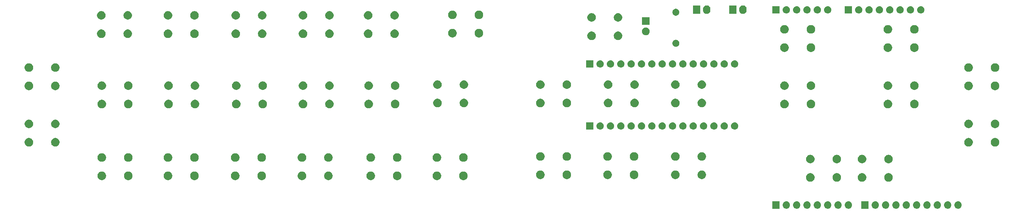
<source format=gbr>
G04 #@! TF.GenerationSoftware,KiCad,Pcbnew,(5.1.4)-1*
G04 #@! TF.CreationDate,2019-08-18T12:41:48-04:00*
G04 #@! TF.ProjectId,A-10C-UFC,412d3130-432d-4554-9643-2e6b69636164,1.2*
G04 #@! TF.SameCoordinates,Original*
G04 #@! TF.FileFunction,Soldermask,Bot*
G04 #@! TF.FilePolarity,Negative*
%FSLAX46Y46*%
G04 Gerber Fmt 4.6, Leading zero omitted, Abs format (unit mm)*
G04 Created by KiCad (PCBNEW (5.1.4)-1) date 2019-08-18 12:41:48*
%MOMM*%
%LPD*%
G04 APERTURE LIST*
%ADD10C,0.100000*%
G04 APERTURE END LIST*
D10*
G36*
X272093442Y-114167518D02*
G01*
X272159627Y-114174037D01*
X272329466Y-114225557D01*
X272485991Y-114309222D01*
X272521729Y-114338552D01*
X272623186Y-114421814D01*
X272706448Y-114523271D01*
X272735778Y-114559009D01*
X272819443Y-114715534D01*
X272870963Y-114885373D01*
X272888359Y-115062000D01*
X272870963Y-115238627D01*
X272819443Y-115408466D01*
X272735778Y-115564991D01*
X272706448Y-115600729D01*
X272623186Y-115702186D01*
X272521729Y-115785448D01*
X272485991Y-115814778D01*
X272329466Y-115898443D01*
X272159627Y-115949963D01*
X272093443Y-115956481D01*
X272027260Y-115963000D01*
X271938740Y-115963000D01*
X271872557Y-115956481D01*
X271806373Y-115949963D01*
X271636534Y-115898443D01*
X271480009Y-115814778D01*
X271444271Y-115785448D01*
X271342814Y-115702186D01*
X271259552Y-115600729D01*
X271230222Y-115564991D01*
X271146557Y-115408466D01*
X271095037Y-115238627D01*
X271077641Y-115062000D01*
X271095037Y-114885373D01*
X271146557Y-114715534D01*
X271230222Y-114559009D01*
X271259552Y-114523271D01*
X271342814Y-114421814D01*
X271444271Y-114338552D01*
X271480009Y-114309222D01*
X271636534Y-114225557D01*
X271806373Y-114174037D01*
X271872558Y-114167518D01*
X271938740Y-114161000D01*
X272027260Y-114161000D01*
X272093442Y-114167518D01*
X272093442Y-114167518D01*
G37*
G36*
X296477442Y-114167518D02*
G01*
X296543627Y-114174037D01*
X296713466Y-114225557D01*
X296869991Y-114309222D01*
X296905729Y-114338552D01*
X297007186Y-114421814D01*
X297090448Y-114523271D01*
X297119778Y-114559009D01*
X297203443Y-114715534D01*
X297254963Y-114885373D01*
X297272359Y-115062000D01*
X297254963Y-115238627D01*
X297203443Y-115408466D01*
X297119778Y-115564991D01*
X297090448Y-115600729D01*
X297007186Y-115702186D01*
X296905729Y-115785448D01*
X296869991Y-115814778D01*
X296713466Y-115898443D01*
X296543627Y-115949963D01*
X296477443Y-115956481D01*
X296411260Y-115963000D01*
X296322740Y-115963000D01*
X296256557Y-115956481D01*
X296190373Y-115949963D01*
X296020534Y-115898443D01*
X295864009Y-115814778D01*
X295828271Y-115785448D01*
X295726814Y-115702186D01*
X295643552Y-115600729D01*
X295614222Y-115564991D01*
X295530557Y-115408466D01*
X295479037Y-115238627D01*
X295461641Y-115062000D01*
X295479037Y-114885373D01*
X295530557Y-114715534D01*
X295614222Y-114559009D01*
X295643552Y-114523271D01*
X295726814Y-114421814D01*
X295828271Y-114338552D01*
X295864009Y-114309222D01*
X296020534Y-114225557D01*
X296190373Y-114174037D01*
X296256558Y-114167518D01*
X296322740Y-114161000D01*
X296411260Y-114161000D01*
X296477442Y-114167518D01*
X296477442Y-114167518D01*
G37*
G36*
X276948000Y-115963000D02*
G01*
X275146000Y-115963000D01*
X275146000Y-114161000D01*
X276948000Y-114161000D01*
X276948000Y-115963000D01*
X276948000Y-115963000D01*
G37*
G36*
X278697442Y-114167518D02*
G01*
X278763627Y-114174037D01*
X278933466Y-114225557D01*
X279089991Y-114309222D01*
X279125729Y-114338552D01*
X279227186Y-114421814D01*
X279310448Y-114523271D01*
X279339778Y-114559009D01*
X279423443Y-114715534D01*
X279474963Y-114885373D01*
X279492359Y-115062000D01*
X279474963Y-115238627D01*
X279423443Y-115408466D01*
X279339778Y-115564991D01*
X279310448Y-115600729D01*
X279227186Y-115702186D01*
X279125729Y-115785448D01*
X279089991Y-115814778D01*
X278933466Y-115898443D01*
X278763627Y-115949963D01*
X278697443Y-115956481D01*
X278631260Y-115963000D01*
X278542740Y-115963000D01*
X278476557Y-115956481D01*
X278410373Y-115949963D01*
X278240534Y-115898443D01*
X278084009Y-115814778D01*
X278048271Y-115785448D01*
X277946814Y-115702186D01*
X277863552Y-115600729D01*
X277834222Y-115564991D01*
X277750557Y-115408466D01*
X277699037Y-115238627D01*
X277681641Y-115062000D01*
X277699037Y-114885373D01*
X277750557Y-114715534D01*
X277834222Y-114559009D01*
X277863552Y-114523271D01*
X277946814Y-114421814D01*
X278048271Y-114338552D01*
X278084009Y-114309222D01*
X278240534Y-114225557D01*
X278410373Y-114174037D01*
X278476558Y-114167518D01*
X278542740Y-114161000D01*
X278631260Y-114161000D01*
X278697442Y-114167518D01*
X278697442Y-114167518D01*
G37*
G36*
X281237442Y-114167518D02*
G01*
X281303627Y-114174037D01*
X281473466Y-114225557D01*
X281629991Y-114309222D01*
X281665729Y-114338552D01*
X281767186Y-114421814D01*
X281850448Y-114523271D01*
X281879778Y-114559009D01*
X281963443Y-114715534D01*
X282014963Y-114885373D01*
X282032359Y-115062000D01*
X282014963Y-115238627D01*
X281963443Y-115408466D01*
X281879778Y-115564991D01*
X281850448Y-115600729D01*
X281767186Y-115702186D01*
X281665729Y-115785448D01*
X281629991Y-115814778D01*
X281473466Y-115898443D01*
X281303627Y-115949963D01*
X281237443Y-115956481D01*
X281171260Y-115963000D01*
X281082740Y-115963000D01*
X281016557Y-115956481D01*
X280950373Y-115949963D01*
X280780534Y-115898443D01*
X280624009Y-115814778D01*
X280588271Y-115785448D01*
X280486814Y-115702186D01*
X280403552Y-115600729D01*
X280374222Y-115564991D01*
X280290557Y-115408466D01*
X280239037Y-115238627D01*
X280221641Y-115062000D01*
X280239037Y-114885373D01*
X280290557Y-114715534D01*
X280374222Y-114559009D01*
X280403552Y-114523271D01*
X280486814Y-114421814D01*
X280588271Y-114338552D01*
X280624009Y-114309222D01*
X280780534Y-114225557D01*
X280950373Y-114174037D01*
X281016558Y-114167518D01*
X281082740Y-114161000D01*
X281171260Y-114161000D01*
X281237442Y-114167518D01*
X281237442Y-114167518D01*
G37*
G36*
X283777442Y-114167518D02*
G01*
X283843627Y-114174037D01*
X284013466Y-114225557D01*
X284169991Y-114309222D01*
X284205729Y-114338552D01*
X284307186Y-114421814D01*
X284390448Y-114523271D01*
X284419778Y-114559009D01*
X284503443Y-114715534D01*
X284554963Y-114885373D01*
X284572359Y-115062000D01*
X284554963Y-115238627D01*
X284503443Y-115408466D01*
X284419778Y-115564991D01*
X284390448Y-115600729D01*
X284307186Y-115702186D01*
X284205729Y-115785448D01*
X284169991Y-115814778D01*
X284013466Y-115898443D01*
X283843627Y-115949963D01*
X283777443Y-115956481D01*
X283711260Y-115963000D01*
X283622740Y-115963000D01*
X283556557Y-115956481D01*
X283490373Y-115949963D01*
X283320534Y-115898443D01*
X283164009Y-115814778D01*
X283128271Y-115785448D01*
X283026814Y-115702186D01*
X282943552Y-115600729D01*
X282914222Y-115564991D01*
X282830557Y-115408466D01*
X282779037Y-115238627D01*
X282761641Y-115062000D01*
X282779037Y-114885373D01*
X282830557Y-114715534D01*
X282914222Y-114559009D01*
X282943552Y-114523271D01*
X283026814Y-114421814D01*
X283128271Y-114338552D01*
X283164009Y-114309222D01*
X283320534Y-114225557D01*
X283490373Y-114174037D01*
X283556558Y-114167518D01*
X283622740Y-114161000D01*
X283711260Y-114161000D01*
X283777442Y-114167518D01*
X283777442Y-114167518D01*
G37*
G36*
X286317442Y-114167518D02*
G01*
X286383627Y-114174037D01*
X286553466Y-114225557D01*
X286709991Y-114309222D01*
X286745729Y-114338552D01*
X286847186Y-114421814D01*
X286930448Y-114523271D01*
X286959778Y-114559009D01*
X287043443Y-114715534D01*
X287094963Y-114885373D01*
X287112359Y-115062000D01*
X287094963Y-115238627D01*
X287043443Y-115408466D01*
X286959778Y-115564991D01*
X286930448Y-115600729D01*
X286847186Y-115702186D01*
X286745729Y-115785448D01*
X286709991Y-115814778D01*
X286553466Y-115898443D01*
X286383627Y-115949963D01*
X286317443Y-115956481D01*
X286251260Y-115963000D01*
X286162740Y-115963000D01*
X286096557Y-115956481D01*
X286030373Y-115949963D01*
X285860534Y-115898443D01*
X285704009Y-115814778D01*
X285668271Y-115785448D01*
X285566814Y-115702186D01*
X285483552Y-115600729D01*
X285454222Y-115564991D01*
X285370557Y-115408466D01*
X285319037Y-115238627D01*
X285301641Y-115062000D01*
X285319037Y-114885373D01*
X285370557Y-114715534D01*
X285454222Y-114559009D01*
X285483552Y-114523271D01*
X285566814Y-114421814D01*
X285668271Y-114338552D01*
X285704009Y-114309222D01*
X285860534Y-114225557D01*
X286030373Y-114174037D01*
X286096558Y-114167518D01*
X286162740Y-114161000D01*
X286251260Y-114161000D01*
X286317442Y-114167518D01*
X286317442Y-114167518D01*
G37*
G36*
X288857442Y-114167518D02*
G01*
X288923627Y-114174037D01*
X289093466Y-114225557D01*
X289249991Y-114309222D01*
X289285729Y-114338552D01*
X289387186Y-114421814D01*
X289470448Y-114523271D01*
X289499778Y-114559009D01*
X289583443Y-114715534D01*
X289634963Y-114885373D01*
X289652359Y-115062000D01*
X289634963Y-115238627D01*
X289583443Y-115408466D01*
X289499778Y-115564991D01*
X289470448Y-115600729D01*
X289387186Y-115702186D01*
X289285729Y-115785448D01*
X289249991Y-115814778D01*
X289093466Y-115898443D01*
X288923627Y-115949963D01*
X288857443Y-115956481D01*
X288791260Y-115963000D01*
X288702740Y-115963000D01*
X288636557Y-115956481D01*
X288570373Y-115949963D01*
X288400534Y-115898443D01*
X288244009Y-115814778D01*
X288208271Y-115785448D01*
X288106814Y-115702186D01*
X288023552Y-115600729D01*
X287994222Y-115564991D01*
X287910557Y-115408466D01*
X287859037Y-115238627D01*
X287841641Y-115062000D01*
X287859037Y-114885373D01*
X287910557Y-114715534D01*
X287994222Y-114559009D01*
X288023552Y-114523271D01*
X288106814Y-114421814D01*
X288208271Y-114338552D01*
X288244009Y-114309222D01*
X288400534Y-114225557D01*
X288570373Y-114174037D01*
X288636558Y-114167518D01*
X288702740Y-114161000D01*
X288791260Y-114161000D01*
X288857442Y-114167518D01*
X288857442Y-114167518D01*
G37*
G36*
X291397442Y-114167518D02*
G01*
X291463627Y-114174037D01*
X291633466Y-114225557D01*
X291789991Y-114309222D01*
X291825729Y-114338552D01*
X291927186Y-114421814D01*
X292010448Y-114523271D01*
X292039778Y-114559009D01*
X292123443Y-114715534D01*
X292174963Y-114885373D01*
X292192359Y-115062000D01*
X292174963Y-115238627D01*
X292123443Y-115408466D01*
X292039778Y-115564991D01*
X292010448Y-115600729D01*
X291927186Y-115702186D01*
X291825729Y-115785448D01*
X291789991Y-115814778D01*
X291633466Y-115898443D01*
X291463627Y-115949963D01*
X291397443Y-115956481D01*
X291331260Y-115963000D01*
X291242740Y-115963000D01*
X291176557Y-115956481D01*
X291110373Y-115949963D01*
X290940534Y-115898443D01*
X290784009Y-115814778D01*
X290748271Y-115785448D01*
X290646814Y-115702186D01*
X290563552Y-115600729D01*
X290534222Y-115564991D01*
X290450557Y-115408466D01*
X290399037Y-115238627D01*
X290381641Y-115062000D01*
X290399037Y-114885373D01*
X290450557Y-114715534D01*
X290534222Y-114559009D01*
X290563552Y-114523271D01*
X290646814Y-114421814D01*
X290748271Y-114338552D01*
X290784009Y-114309222D01*
X290940534Y-114225557D01*
X291110373Y-114174037D01*
X291176558Y-114167518D01*
X291242740Y-114161000D01*
X291331260Y-114161000D01*
X291397442Y-114167518D01*
X291397442Y-114167518D01*
G37*
G36*
X293937442Y-114167518D02*
G01*
X294003627Y-114174037D01*
X294173466Y-114225557D01*
X294329991Y-114309222D01*
X294365729Y-114338552D01*
X294467186Y-114421814D01*
X294550448Y-114523271D01*
X294579778Y-114559009D01*
X294663443Y-114715534D01*
X294714963Y-114885373D01*
X294732359Y-115062000D01*
X294714963Y-115238627D01*
X294663443Y-115408466D01*
X294579778Y-115564991D01*
X294550448Y-115600729D01*
X294467186Y-115702186D01*
X294365729Y-115785448D01*
X294329991Y-115814778D01*
X294173466Y-115898443D01*
X294003627Y-115949963D01*
X293937443Y-115956481D01*
X293871260Y-115963000D01*
X293782740Y-115963000D01*
X293716557Y-115956481D01*
X293650373Y-115949963D01*
X293480534Y-115898443D01*
X293324009Y-115814778D01*
X293288271Y-115785448D01*
X293186814Y-115702186D01*
X293103552Y-115600729D01*
X293074222Y-115564991D01*
X292990557Y-115408466D01*
X292939037Y-115238627D01*
X292921641Y-115062000D01*
X292939037Y-114885373D01*
X292990557Y-114715534D01*
X293074222Y-114559009D01*
X293103552Y-114523271D01*
X293186814Y-114421814D01*
X293288271Y-114338552D01*
X293324009Y-114309222D01*
X293480534Y-114225557D01*
X293650373Y-114174037D01*
X293716558Y-114167518D01*
X293782740Y-114161000D01*
X293871260Y-114161000D01*
X293937442Y-114167518D01*
X293937442Y-114167518D01*
G37*
G36*
X255104000Y-115963000D02*
G01*
X253302000Y-115963000D01*
X253302000Y-114161000D01*
X255104000Y-114161000D01*
X255104000Y-115963000D01*
X255104000Y-115963000D01*
G37*
G36*
X256853442Y-114167518D02*
G01*
X256919627Y-114174037D01*
X257089466Y-114225557D01*
X257245991Y-114309222D01*
X257281729Y-114338552D01*
X257383186Y-114421814D01*
X257466448Y-114523271D01*
X257495778Y-114559009D01*
X257579443Y-114715534D01*
X257630963Y-114885373D01*
X257648359Y-115062000D01*
X257630963Y-115238627D01*
X257579443Y-115408466D01*
X257495778Y-115564991D01*
X257466448Y-115600729D01*
X257383186Y-115702186D01*
X257281729Y-115785448D01*
X257245991Y-115814778D01*
X257089466Y-115898443D01*
X256919627Y-115949963D01*
X256853443Y-115956481D01*
X256787260Y-115963000D01*
X256698740Y-115963000D01*
X256632557Y-115956481D01*
X256566373Y-115949963D01*
X256396534Y-115898443D01*
X256240009Y-115814778D01*
X256204271Y-115785448D01*
X256102814Y-115702186D01*
X256019552Y-115600729D01*
X255990222Y-115564991D01*
X255906557Y-115408466D01*
X255855037Y-115238627D01*
X255837641Y-115062000D01*
X255855037Y-114885373D01*
X255906557Y-114715534D01*
X255990222Y-114559009D01*
X256019552Y-114523271D01*
X256102814Y-114421814D01*
X256204271Y-114338552D01*
X256240009Y-114309222D01*
X256396534Y-114225557D01*
X256566373Y-114174037D01*
X256632558Y-114167518D01*
X256698740Y-114161000D01*
X256787260Y-114161000D01*
X256853442Y-114167518D01*
X256853442Y-114167518D01*
G37*
G36*
X259393442Y-114167518D02*
G01*
X259459627Y-114174037D01*
X259629466Y-114225557D01*
X259785991Y-114309222D01*
X259821729Y-114338552D01*
X259923186Y-114421814D01*
X260006448Y-114523271D01*
X260035778Y-114559009D01*
X260119443Y-114715534D01*
X260170963Y-114885373D01*
X260188359Y-115062000D01*
X260170963Y-115238627D01*
X260119443Y-115408466D01*
X260035778Y-115564991D01*
X260006448Y-115600729D01*
X259923186Y-115702186D01*
X259821729Y-115785448D01*
X259785991Y-115814778D01*
X259629466Y-115898443D01*
X259459627Y-115949963D01*
X259393443Y-115956481D01*
X259327260Y-115963000D01*
X259238740Y-115963000D01*
X259172557Y-115956481D01*
X259106373Y-115949963D01*
X258936534Y-115898443D01*
X258780009Y-115814778D01*
X258744271Y-115785448D01*
X258642814Y-115702186D01*
X258559552Y-115600729D01*
X258530222Y-115564991D01*
X258446557Y-115408466D01*
X258395037Y-115238627D01*
X258377641Y-115062000D01*
X258395037Y-114885373D01*
X258446557Y-114715534D01*
X258530222Y-114559009D01*
X258559552Y-114523271D01*
X258642814Y-114421814D01*
X258744271Y-114338552D01*
X258780009Y-114309222D01*
X258936534Y-114225557D01*
X259106373Y-114174037D01*
X259172558Y-114167518D01*
X259238740Y-114161000D01*
X259327260Y-114161000D01*
X259393442Y-114167518D01*
X259393442Y-114167518D01*
G37*
G36*
X261933442Y-114167518D02*
G01*
X261999627Y-114174037D01*
X262169466Y-114225557D01*
X262325991Y-114309222D01*
X262361729Y-114338552D01*
X262463186Y-114421814D01*
X262546448Y-114523271D01*
X262575778Y-114559009D01*
X262659443Y-114715534D01*
X262710963Y-114885373D01*
X262728359Y-115062000D01*
X262710963Y-115238627D01*
X262659443Y-115408466D01*
X262575778Y-115564991D01*
X262546448Y-115600729D01*
X262463186Y-115702186D01*
X262361729Y-115785448D01*
X262325991Y-115814778D01*
X262169466Y-115898443D01*
X261999627Y-115949963D01*
X261933443Y-115956481D01*
X261867260Y-115963000D01*
X261778740Y-115963000D01*
X261712557Y-115956481D01*
X261646373Y-115949963D01*
X261476534Y-115898443D01*
X261320009Y-115814778D01*
X261284271Y-115785448D01*
X261182814Y-115702186D01*
X261099552Y-115600729D01*
X261070222Y-115564991D01*
X260986557Y-115408466D01*
X260935037Y-115238627D01*
X260917641Y-115062000D01*
X260935037Y-114885373D01*
X260986557Y-114715534D01*
X261070222Y-114559009D01*
X261099552Y-114523271D01*
X261182814Y-114421814D01*
X261284271Y-114338552D01*
X261320009Y-114309222D01*
X261476534Y-114225557D01*
X261646373Y-114174037D01*
X261712558Y-114167518D01*
X261778740Y-114161000D01*
X261867260Y-114161000D01*
X261933442Y-114167518D01*
X261933442Y-114167518D01*
G37*
G36*
X264473442Y-114167518D02*
G01*
X264539627Y-114174037D01*
X264709466Y-114225557D01*
X264865991Y-114309222D01*
X264901729Y-114338552D01*
X265003186Y-114421814D01*
X265086448Y-114523271D01*
X265115778Y-114559009D01*
X265199443Y-114715534D01*
X265250963Y-114885373D01*
X265268359Y-115062000D01*
X265250963Y-115238627D01*
X265199443Y-115408466D01*
X265115778Y-115564991D01*
X265086448Y-115600729D01*
X265003186Y-115702186D01*
X264901729Y-115785448D01*
X264865991Y-115814778D01*
X264709466Y-115898443D01*
X264539627Y-115949963D01*
X264473443Y-115956481D01*
X264407260Y-115963000D01*
X264318740Y-115963000D01*
X264252557Y-115956481D01*
X264186373Y-115949963D01*
X264016534Y-115898443D01*
X263860009Y-115814778D01*
X263824271Y-115785448D01*
X263722814Y-115702186D01*
X263639552Y-115600729D01*
X263610222Y-115564991D01*
X263526557Y-115408466D01*
X263475037Y-115238627D01*
X263457641Y-115062000D01*
X263475037Y-114885373D01*
X263526557Y-114715534D01*
X263610222Y-114559009D01*
X263639552Y-114523271D01*
X263722814Y-114421814D01*
X263824271Y-114338552D01*
X263860009Y-114309222D01*
X264016534Y-114225557D01*
X264186373Y-114174037D01*
X264252558Y-114167518D01*
X264318740Y-114161000D01*
X264407260Y-114161000D01*
X264473442Y-114167518D01*
X264473442Y-114167518D01*
G37*
G36*
X267013442Y-114167518D02*
G01*
X267079627Y-114174037D01*
X267249466Y-114225557D01*
X267405991Y-114309222D01*
X267441729Y-114338552D01*
X267543186Y-114421814D01*
X267626448Y-114523271D01*
X267655778Y-114559009D01*
X267739443Y-114715534D01*
X267790963Y-114885373D01*
X267808359Y-115062000D01*
X267790963Y-115238627D01*
X267739443Y-115408466D01*
X267655778Y-115564991D01*
X267626448Y-115600729D01*
X267543186Y-115702186D01*
X267441729Y-115785448D01*
X267405991Y-115814778D01*
X267249466Y-115898443D01*
X267079627Y-115949963D01*
X267013443Y-115956481D01*
X266947260Y-115963000D01*
X266858740Y-115963000D01*
X266792557Y-115956481D01*
X266726373Y-115949963D01*
X266556534Y-115898443D01*
X266400009Y-115814778D01*
X266364271Y-115785448D01*
X266262814Y-115702186D01*
X266179552Y-115600729D01*
X266150222Y-115564991D01*
X266066557Y-115408466D01*
X266015037Y-115238627D01*
X265997641Y-115062000D01*
X266015037Y-114885373D01*
X266066557Y-114715534D01*
X266150222Y-114559009D01*
X266179552Y-114523271D01*
X266262814Y-114421814D01*
X266364271Y-114338552D01*
X266400009Y-114309222D01*
X266556534Y-114225557D01*
X266726373Y-114174037D01*
X266792558Y-114167518D01*
X266858740Y-114161000D01*
X266947260Y-114161000D01*
X267013442Y-114167518D01*
X267013442Y-114167518D01*
G37*
G36*
X269553442Y-114167518D02*
G01*
X269619627Y-114174037D01*
X269789466Y-114225557D01*
X269945991Y-114309222D01*
X269981729Y-114338552D01*
X270083186Y-114421814D01*
X270166448Y-114523271D01*
X270195778Y-114559009D01*
X270279443Y-114715534D01*
X270330963Y-114885373D01*
X270348359Y-115062000D01*
X270330963Y-115238627D01*
X270279443Y-115408466D01*
X270195778Y-115564991D01*
X270166448Y-115600729D01*
X270083186Y-115702186D01*
X269981729Y-115785448D01*
X269945991Y-115814778D01*
X269789466Y-115898443D01*
X269619627Y-115949963D01*
X269553443Y-115956481D01*
X269487260Y-115963000D01*
X269398740Y-115963000D01*
X269332557Y-115956481D01*
X269266373Y-115949963D01*
X269096534Y-115898443D01*
X268940009Y-115814778D01*
X268904271Y-115785448D01*
X268802814Y-115702186D01*
X268719552Y-115600729D01*
X268690222Y-115564991D01*
X268606557Y-115408466D01*
X268555037Y-115238627D01*
X268537641Y-115062000D01*
X268555037Y-114885373D01*
X268606557Y-114715534D01*
X268690222Y-114559009D01*
X268719552Y-114523271D01*
X268802814Y-114421814D01*
X268904271Y-114338552D01*
X268940009Y-114309222D01*
X269096534Y-114225557D01*
X269266373Y-114174037D01*
X269332558Y-114167518D01*
X269398740Y-114161000D01*
X269487260Y-114161000D01*
X269553442Y-114167518D01*
X269553442Y-114167518D01*
G37*
G36*
X299017442Y-114167518D02*
G01*
X299083627Y-114174037D01*
X299253466Y-114225557D01*
X299409991Y-114309222D01*
X299445729Y-114338552D01*
X299547186Y-114421814D01*
X299630448Y-114523271D01*
X299659778Y-114559009D01*
X299743443Y-114715534D01*
X299794963Y-114885373D01*
X299812359Y-115062000D01*
X299794963Y-115238627D01*
X299743443Y-115408466D01*
X299659778Y-115564991D01*
X299630448Y-115600729D01*
X299547186Y-115702186D01*
X299445729Y-115785448D01*
X299409991Y-115814778D01*
X299253466Y-115898443D01*
X299083627Y-115949963D01*
X299017443Y-115956481D01*
X298951260Y-115963000D01*
X298862740Y-115963000D01*
X298796557Y-115956481D01*
X298730373Y-115949963D01*
X298560534Y-115898443D01*
X298404009Y-115814778D01*
X298368271Y-115785448D01*
X298266814Y-115702186D01*
X298183552Y-115600729D01*
X298154222Y-115564991D01*
X298070557Y-115408466D01*
X298019037Y-115238627D01*
X298001641Y-115062000D01*
X298019037Y-114885373D01*
X298070557Y-114715534D01*
X298154222Y-114559009D01*
X298183552Y-114523271D01*
X298266814Y-114421814D01*
X298368271Y-114338552D01*
X298404009Y-114309222D01*
X298560534Y-114225557D01*
X298730373Y-114174037D01*
X298796558Y-114167518D01*
X298862740Y-114161000D01*
X298951260Y-114161000D01*
X299017442Y-114167518D01*
X299017442Y-114167518D01*
G37*
G36*
X275642564Y-107248389D02*
G01*
X275833833Y-107327615D01*
X275833835Y-107327616D01*
X275912480Y-107380165D01*
X276005973Y-107442635D01*
X276152365Y-107589027D01*
X276267385Y-107761167D01*
X276346611Y-107952436D01*
X276387000Y-108155484D01*
X276387000Y-108362516D01*
X276346611Y-108565564D01*
X276301281Y-108675000D01*
X276267384Y-108756835D01*
X276152365Y-108928973D01*
X276005973Y-109075365D01*
X275833835Y-109190384D01*
X275833834Y-109190385D01*
X275833833Y-109190385D01*
X275642564Y-109269611D01*
X275439516Y-109310000D01*
X275232484Y-109310000D01*
X275029436Y-109269611D01*
X274838167Y-109190385D01*
X274838166Y-109190385D01*
X274838165Y-109190384D01*
X274666027Y-109075365D01*
X274519635Y-108928973D01*
X274404616Y-108756835D01*
X274370719Y-108675000D01*
X274325389Y-108565564D01*
X274285000Y-108362516D01*
X274285000Y-108155484D01*
X274325389Y-107952436D01*
X274404615Y-107761167D01*
X274519635Y-107589027D01*
X274666027Y-107442635D01*
X274759520Y-107380165D01*
X274838165Y-107327616D01*
X274838167Y-107327615D01*
X275029436Y-107248389D01*
X275232484Y-107208000D01*
X275439516Y-107208000D01*
X275642564Y-107248389D01*
X275642564Y-107248389D01*
G37*
G36*
X262942564Y-107248389D02*
G01*
X263133833Y-107327615D01*
X263133835Y-107327616D01*
X263212480Y-107380165D01*
X263305973Y-107442635D01*
X263452365Y-107589027D01*
X263567385Y-107761167D01*
X263646611Y-107952436D01*
X263687000Y-108155484D01*
X263687000Y-108362516D01*
X263646611Y-108565564D01*
X263601281Y-108675000D01*
X263567384Y-108756835D01*
X263452365Y-108928973D01*
X263305973Y-109075365D01*
X263133835Y-109190384D01*
X263133834Y-109190385D01*
X263133833Y-109190385D01*
X262942564Y-109269611D01*
X262739516Y-109310000D01*
X262532484Y-109310000D01*
X262329436Y-109269611D01*
X262138167Y-109190385D01*
X262138166Y-109190385D01*
X262138165Y-109190384D01*
X261966027Y-109075365D01*
X261819635Y-108928973D01*
X261704616Y-108756835D01*
X261670719Y-108675000D01*
X261625389Y-108565564D01*
X261585000Y-108362516D01*
X261585000Y-108155484D01*
X261625389Y-107952436D01*
X261704615Y-107761167D01*
X261819635Y-107589027D01*
X261966027Y-107442635D01*
X262059520Y-107380165D01*
X262138165Y-107327616D01*
X262138167Y-107327615D01*
X262329436Y-107248389D01*
X262532484Y-107208000D01*
X262739516Y-107208000D01*
X262942564Y-107248389D01*
X262942564Y-107248389D01*
G37*
G36*
X269442564Y-107248389D02*
G01*
X269633833Y-107327615D01*
X269633835Y-107327616D01*
X269712480Y-107380165D01*
X269805973Y-107442635D01*
X269952365Y-107589027D01*
X270067385Y-107761167D01*
X270146611Y-107952436D01*
X270187000Y-108155484D01*
X270187000Y-108362516D01*
X270146611Y-108565564D01*
X270101281Y-108675000D01*
X270067384Y-108756835D01*
X269952365Y-108928973D01*
X269805973Y-109075365D01*
X269633835Y-109190384D01*
X269633834Y-109190385D01*
X269633833Y-109190385D01*
X269442564Y-109269611D01*
X269239516Y-109310000D01*
X269032484Y-109310000D01*
X268829436Y-109269611D01*
X268638167Y-109190385D01*
X268638166Y-109190385D01*
X268638165Y-109190384D01*
X268466027Y-109075365D01*
X268319635Y-108928973D01*
X268204616Y-108756835D01*
X268170719Y-108675000D01*
X268125389Y-108565564D01*
X268085000Y-108362516D01*
X268085000Y-108155484D01*
X268125389Y-107952436D01*
X268204615Y-107761167D01*
X268319635Y-107589027D01*
X268466027Y-107442635D01*
X268559520Y-107380165D01*
X268638165Y-107327616D01*
X268638167Y-107327615D01*
X268829436Y-107248389D01*
X269032484Y-107208000D01*
X269239516Y-107208000D01*
X269442564Y-107248389D01*
X269442564Y-107248389D01*
G37*
G36*
X282142564Y-107248389D02*
G01*
X282333833Y-107327615D01*
X282333835Y-107327616D01*
X282412480Y-107380165D01*
X282505973Y-107442635D01*
X282652365Y-107589027D01*
X282767385Y-107761167D01*
X282846611Y-107952436D01*
X282887000Y-108155484D01*
X282887000Y-108362516D01*
X282846611Y-108565564D01*
X282801281Y-108675000D01*
X282767384Y-108756835D01*
X282652365Y-108928973D01*
X282505973Y-109075365D01*
X282333835Y-109190384D01*
X282333834Y-109190385D01*
X282333833Y-109190385D01*
X282142564Y-109269611D01*
X281939516Y-109310000D01*
X281732484Y-109310000D01*
X281529436Y-109269611D01*
X281338167Y-109190385D01*
X281338166Y-109190385D01*
X281338165Y-109190384D01*
X281166027Y-109075365D01*
X281019635Y-108928973D01*
X280904616Y-108756835D01*
X280870719Y-108675000D01*
X280825389Y-108565564D01*
X280785000Y-108362516D01*
X280785000Y-108155484D01*
X280825389Y-107952436D01*
X280904615Y-107761167D01*
X281019635Y-107589027D01*
X281166027Y-107442635D01*
X281259520Y-107380165D01*
X281338165Y-107327616D01*
X281338167Y-107327615D01*
X281529436Y-107248389D01*
X281732484Y-107208000D01*
X281939516Y-107208000D01*
X282142564Y-107248389D01*
X282142564Y-107248389D01*
G37*
G36*
X105208564Y-106867389D02*
G01*
X105399833Y-106946615D01*
X105399835Y-106946616D01*
X105410926Y-106954027D01*
X105571973Y-107061635D01*
X105718365Y-107208027D01*
X105833385Y-107380167D01*
X105912611Y-107571436D01*
X105953000Y-107774484D01*
X105953000Y-107981516D01*
X105912611Y-108184564D01*
X105867292Y-108293973D01*
X105833384Y-108375835D01*
X105718365Y-108547973D01*
X105571973Y-108694365D01*
X105399835Y-108809384D01*
X105399834Y-108809385D01*
X105399833Y-108809385D01*
X105208564Y-108888611D01*
X105005516Y-108929000D01*
X104798484Y-108929000D01*
X104595436Y-108888611D01*
X104404167Y-108809385D01*
X104404166Y-108809385D01*
X104404165Y-108809384D01*
X104232027Y-108694365D01*
X104085635Y-108547973D01*
X103970616Y-108375835D01*
X103936708Y-108293973D01*
X103891389Y-108184564D01*
X103851000Y-107981516D01*
X103851000Y-107774484D01*
X103891389Y-107571436D01*
X103970615Y-107380167D01*
X104085635Y-107208027D01*
X104232027Y-107061635D01*
X104393074Y-106954027D01*
X104404165Y-106946616D01*
X104404167Y-106946615D01*
X104595436Y-106867389D01*
X104798484Y-106827000D01*
X105005516Y-106827000D01*
X105208564Y-106867389D01*
X105208564Y-106867389D01*
G37*
G36*
X144601564Y-106867389D02*
G01*
X144792833Y-106946615D01*
X144792835Y-106946616D01*
X144803926Y-106954027D01*
X144964973Y-107061635D01*
X145111365Y-107208027D01*
X145226385Y-107380167D01*
X145305611Y-107571436D01*
X145346000Y-107774484D01*
X145346000Y-107981516D01*
X145305611Y-108184564D01*
X145260292Y-108293973D01*
X145226384Y-108375835D01*
X145111365Y-108547973D01*
X144964973Y-108694365D01*
X144792835Y-108809384D01*
X144792834Y-108809385D01*
X144792833Y-108809385D01*
X144601564Y-108888611D01*
X144398516Y-108929000D01*
X144191484Y-108929000D01*
X143988436Y-108888611D01*
X143797167Y-108809385D01*
X143797166Y-108809385D01*
X143797165Y-108809384D01*
X143625027Y-108694365D01*
X143478635Y-108547973D01*
X143363616Y-108375835D01*
X143329708Y-108293973D01*
X143284389Y-108184564D01*
X143244000Y-107981516D01*
X143244000Y-107774484D01*
X143284389Y-107571436D01*
X143363615Y-107380167D01*
X143478635Y-107208027D01*
X143625027Y-107061635D01*
X143786074Y-106954027D01*
X143797165Y-106946616D01*
X143797167Y-106946615D01*
X143988436Y-106867389D01*
X144191484Y-106827000D01*
X144398516Y-106827000D01*
X144601564Y-106867389D01*
X144601564Y-106867389D01*
G37*
G36*
X138101564Y-106867389D02*
G01*
X138292833Y-106946615D01*
X138292835Y-106946616D01*
X138303926Y-106954027D01*
X138464973Y-107061635D01*
X138611365Y-107208027D01*
X138726385Y-107380167D01*
X138805611Y-107571436D01*
X138846000Y-107774484D01*
X138846000Y-107981516D01*
X138805611Y-108184564D01*
X138760292Y-108293973D01*
X138726384Y-108375835D01*
X138611365Y-108547973D01*
X138464973Y-108694365D01*
X138292835Y-108809384D01*
X138292834Y-108809385D01*
X138292833Y-108809385D01*
X138101564Y-108888611D01*
X137898516Y-108929000D01*
X137691484Y-108929000D01*
X137488436Y-108888611D01*
X137297167Y-108809385D01*
X137297166Y-108809385D01*
X137297165Y-108809384D01*
X137125027Y-108694365D01*
X136978635Y-108547973D01*
X136863616Y-108375835D01*
X136829708Y-108293973D01*
X136784389Y-108184564D01*
X136744000Y-107981516D01*
X136744000Y-107774484D01*
X136784389Y-107571436D01*
X136863615Y-107380167D01*
X136978635Y-107208027D01*
X137125027Y-107061635D01*
X137286074Y-106954027D01*
X137297165Y-106946616D01*
X137297167Y-106946615D01*
X137488436Y-106867389D01*
X137691484Y-106827000D01*
X137898516Y-106827000D01*
X138101564Y-106867389D01*
X138101564Y-106867389D01*
G37*
G36*
X128218564Y-106867389D02*
G01*
X128409833Y-106946615D01*
X128409835Y-106946616D01*
X128420926Y-106954027D01*
X128581973Y-107061635D01*
X128728365Y-107208027D01*
X128843385Y-107380167D01*
X128922611Y-107571436D01*
X128963000Y-107774484D01*
X128963000Y-107981516D01*
X128922611Y-108184564D01*
X128877292Y-108293973D01*
X128843384Y-108375835D01*
X128728365Y-108547973D01*
X128581973Y-108694365D01*
X128409835Y-108809384D01*
X128409834Y-108809385D01*
X128409833Y-108809385D01*
X128218564Y-108888611D01*
X128015516Y-108929000D01*
X127808484Y-108929000D01*
X127605436Y-108888611D01*
X127414167Y-108809385D01*
X127414166Y-108809385D01*
X127414165Y-108809384D01*
X127242027Y-108694365D01*
X127095635Y-108547973D01*
X126980616Y-108375835D01*
X126946708Y-108293973D01*
X126901389Y-108184564D01*
X126861000Y-107981516D01*
X126861000Y-107774484D01*
X126901389Y-107571436D01*
X126980615Y-107380167D01*
X127095635Y-107208027D01*
X127242027Y-107061635D01*
X127403074Y-106954027D01*
X127414165Y-106946616D01*
X127414167Y-106946615D01*
X127605436Y-106867389D01*
X127808484Y-106827000D01*
X128015516Y-106827000D01*
X128218564Y-106867389D01*
X128218564Y-106867389D01*
G37*
G36*
X177748564Y-106867389D02*
G01*
X177939833Y-106946615D01*
X177939835Y-106946616D01*
X177950926Y-106954027D01*
X178111973Y-107061635D01*
X178258365Y-107208027D01*
X178373385Y-107380167D01*
X178452611Y-107571436D01*
X178493000Y-107774484D01*
X178493000Y-107981516D01*
X178452611Y-108184564D01*
X178407292Y-108293973D01*
X178373384Y-108375835D01*
X178258365Y-108547973D01*
X178111973Y-108694365D01*
X177939835Y-108809384D01*
X177939834Y-108809385D01*
X177939833Y-108809385D01*
X177748564Y-108888611D01*
X177545516Y-108929000D01*
X177338484Y-108929000D01*
X177135436Y-108888611D01*
X176944167Y-108809385D01*
X176944166Y-108809385D01*
X176944165Y-108809384D01*
X176772027Y-108694365D01*
X176625635Y-108547973D01*
X176510616Y-108375835D01*
X176476708Y-108293973D01*
X176431389Y-108184564D01*
X176391000Y-107981516D01*
X176391000Y-107774484D01*
X176431389Y-107571436D01*
X176510615Y-107380167D01*
X176625635Y-107208027D01*
X176772027Y-107061635D01*
X176933074Y-106954027D01*
X176944165Y-106946616D01*
X176944167Y-106946615D01*
X177135436Y-106867389D01*
X177338484Y-106827000D01*
X177545516Y-106827000D01*
X177748564Y-106867389D01*
X177748564Y-106867389D01*
G37*
G36*
X171248564Y-106867389D02*
G01*
X171439833Y-106946615D01*
X171439835Y-106946616D01*
X171450926Y-106954027D01*
X171611973Y-107061635D01*
X171758365Y-107208027D01*
X171873385Y-107380167D01*
X171952611Y-107571436D01*
X171993000Y-107774484D01*
X171993000Y-107981516D01*
X171952611Y-108184564D01*
X171907292Y-108293973D01*
X171873384Y-108375835D01*
X171758365Y-108547973D01*
X171611973Y-108694365D01*
X171439835Y-108809384D01*
X171439834Y-108809385D01*
X171439833Y-108809385D01*
X171248564Y-108888611D01*
X171045516Y-108929000D01*
X170838484Y-108929000D01*
X170635436Y-108888611D01*
X170444167Y-108809385D01*
X170444166Y-108809385D01*
X170444165Y-108809384D01*
X170272027Y-108694365D01*
X170125635Y-108547973D01*
X170010616Y-108375835D01*
X169976708Y-108293973D01*
X169931389Y-108184564D01*
X169891000Y-107981516D01*
X169891000Y-107774484D01*
X169931389Y-107571436D01*
X170010615Y-107380167D01*
X170125635Y-107208027D01*
X170272027Y-107061635D01*
X170433074Y-106954027D01*
X170444165Y-106946616D01*
X170444167Y-106946615D01*
X170635436Y-106867389D01*
X170838484Y-106827000D01*
X171045516Y-106827000D01*
X171248564Y-106867389D01*
X171248564Y-106867389D01*
G37*
G36*
X161492564Y-106867389D02*
G01*
X161683833Y-106946615D01*
X161683835Y-106946616D01*
X161694926Y-106954027D01*
X161855973Y-107061635D01*
X162002365Y-107208027D01*
X162117385Y-107380167D01*
X162196611Y-107571436D01*
X162237000Y-107774484D01*
X162237000Y-107981516D01*
X162196611Y-108184564D01*
X162151292Y-108293973D01*
X162117384Y-108375835D01*
X162002365Y-108547973D01*
X161855973Y-108694365D01*
X161683835Y-108809384D01*
X161683834Y-108809385D01*
X161683833Y-108809385D01*
X161492564Y-108888611D01*
X161289516Y-108929000D01*
X161082484Y-108929000D01*
X160879436Y-108888611D01*
X160688167Y-108809385D01*
X160688166Y-108809385D01*
X160688165Y-108809384D01*
X160516027Y-108694365D01*
X160369635Y-108547973D01*
X160254616Y-108375835D01*
X160220708Y-108293973D01*
X160175389Y-108184564D01*
X160135000Y-107981516D01*
X160135000Y-107774484D01*
X160175389Y-107571436D01*
X160254615Y-107380167D01*
X160369635Y-107208027D01*
X160516027Y-107061635D01*
X160677074Y-106954027D01*
X160688165Y-106946616D01*
X160688167Y-106946615D01*
X160879436Y-106867389D01*
X161082484Y-106827000D01*
X161289516Y-106827000D01*
X161492564Y-106867389D01*
X161492564Y-106867389D01*
G37*
G36*
X111708564Y-106867389D02*
G01*
X111899833Y-106946615D01*
X111899835Y-106946616D01*
X111910926Y-106954027D01*
X112071973Y-107061635D01*
X112218365Y-107208027D01*
X112333385Y-107380167D01*
X112412611Y-107571436D01*
X112453000Y-107774484D01*
X112453000Y-107981516D01*
X112412611Y-108184564D01*
X112367292Y-108293973D01*
X112333384Y-108375835D01*
X112218365Y-108547973D01*
X112071973Y-108694365D01*
X111899835Y-108809384D01*
X111899834Y-108809385D01*
X111899833Y-108809385D01*
X111708564Y-108888611D01*
X111505516Y-108929000D01*
X111298484Y-108929000D01*
X111095436Y-108888611D01*
X110904167Y-108809385D01*
X110904166Y-108809385D01*
X110904165Y-108809384D01*
X110732027Y-108694365D01*
X110585635Y-108547973D01*
X110470616Y-108375835D01*
X110436708Y-108293973D01*
X110391389Y-108184564D01*
X110351000Y-107981516D01*
X110351000Y-107774484D01*
X110391389Y-107571436D01*
X110470615Y-107380167D01*
X110585635Y-107208027D01*
X110732027Y-107061635D01*
X110893074Y-106954027D01*
X110904165Y-106946616D01*
X110904167Y-106946615D01*
X111095436Y-106867389D01*
X111298484Y-106827000D01*
X111505516Y-106827000D01*
X111708564Y-106867389D01*
X111708564Y-106867389D01*
G37*
G36*
X154992564Y-106867389D02*
G01*
X155183833Y-106946615D01*
X155183835Y-106946616D01*
X155194926Y-106954027D01*
X155355973Y-107061635D01*
X155502365Y-107208027D01*
X155617385Y-107380167D01*
X155696611Y-107571436D01*
X155737000Y-107774484D01*
X155737000Y-107981516D01*
X155696611Y-108184564D01*
X155651292Y-108293973D01*
X155617384Y-108375835D01*
X155502365Y-108547973D01*
X155355973Y-108694365D01*
X155183835Y-108809384D01*
X155183834Y-108809385D01*
X155183833Y-108809385D01*
X154992564Y-108888611D01*
X154789516Y-108929000D01*
X154582484Y-108929000D01*
X154379436Y-108888611D01*
X154188167Y-108809385D01*
X154188166Y-108809385D01*
X154188165Y-108809384D01*
X154016027Y-108694365D01*
X153869635Y-108547973D01*
X153754616Y-108375835D01*
X153720708Y-108293973D01*
X153675389Y-108184564D01*
X153635000Y-107981516D01*
X153635000Y-107774484D01*
X153675389Y-107571436D01*
X153754615Y-107380167D01*
X153869635Y-107208027D01*
X154016027Y-107061635D01*
X154177074Y-106954027D01*
X154188165Y-106946616D01*
X154188167Y-106946615D01*
X154379436Y-106867389D01*
X154582484Y-106827000D01*
X154789516Y-106827000D01*
X154992564Y-106867389D01*
X154992564Y-106867389D01*
G37*
G36*
X95452564Y-106867389D02*
G01*
X95643833Y-106946615D01*
X95643835Y-106946616D01*
X95654926Y-106954027D01*
X95815973Y-107061635D01*
X95962365Y-107208027D01*
X96077385Y-107380167D01*
X96156611Y-107571436D01*
X96197000Y-107774484D01*
X96197000Y-107981516D01*
X96156611Y-108184564D01*
X96111292Y-108293973D01*
X96077384Y-108375835D01*
X95962365Y-108547973D01*
X95815973Y-108694365D01*
X95643835Y-108809384D01*
X95643834Y-108809385D01*
X95643833Y-108809385D01*
X95452564Y-108888611D01*
X95249516Y-108929000D01*
X95042484Y-108929000D01*
X94839436Y-108888611D01*
X94648167Y-108809385D01*
X94648166Y-108809385D01*
X94648165Y-108809384D01*
X94476027Y-108694365D01*
X94329635Y-108547973D01*
X94214616Y-108375835D01*
X94180708Y-108293973D01*
X94135389Y-108184564D01*
X94095000Y-107981516D01*
X94095000Y-107774484D01*
X94135389Y-107571436D01*
X94214615Y-107380167D01*
X94329635Y-107208027D01*
X94476027Y-107061635D01*
X94637074Y-106954027D01*
X94648165Y-106946616D01*
X94648167Y-106946615D01*
X94839436Y-106867389D01*
X95042484Y-106827000D01*
X95249516Y-106827000D01*
X95452564Y-106867389D01*
X95452564Y-106867389D01*
G37*
G36*
X88952564Y-106867389D02*
G01*
X89143833Y-106946615D01*
X89143835Y-106946616D01*
X89154926Y-106954027D01*
X89315973Y-107061635D01*
X89462365Y-107208027D01*
X89577385Y-107380167D01*
X89656611Y-107571436D01*
X89697000Y-107774484D01*
X89697000Y-107981516D01*
X89656611Y-108184564D01*
X89611292Y-108293973D01*
X89577384Y-108375835D01*
X89462365Y-108547973D01*
X89315973Y-108694365D01*
X89143835Y-108809384D01*
X89143834Y-108809385D01*
X89143833Y-108809385D01*
X88952564Y-108888611D01*
X88749516Y-108929000D01*
X88542484Y-108929000D01*
X88339436Y-108888611D01*
X88148167Y-108809385D01*
X88148166Y-108809385D01*
X88148165Y-108809384D01*
X87976027Y-108694365D01*
X87829635Y-108547973D01*
X87714616Y-108375835D01*
X87680708Y-108293973D01*
X87635389Y-108184564D01*
X87595000Y-107981516D01*
X87595000Y-107774484D01*
X87635389Y-107571436D01*
X87714615Y-107380167D01*
X87829635Y-107208027D01*
X87976027Y-107061635D01*
X88137074Y-106954027D01*
X88148165Y-106946616D01*
X88148167Y-106946615D01*
X88339436Y-106867389D01*
X88542484Y-106827000D01*
X88749516Y-106827000D01*
X88952564Y-106867389D01*
X88952564Y-106867389D01*
G37*
G36*
X121718564Y-106867389D02*
G01*
X121909833Y-106946615D01*
X121909835Y-106946616D01*
X121920926Y-106954027D01*
X122081973Y-107061635D01*
X122228365Y-107208027D01*
X122343385Y-107380167D01*
X122422611Y-107571436D01*
X122463000Y-107774484D01*
X122463000Y-107981516D01*
X122422611Y-108184564D01*
X122377292Y-108293973D01*
X122343384Y-108375835D01*
X122228365Y-108547973D01*
X122081973Y-108694365D01*
X121909835Y-108809384D01*
X121909834Y-108809385D01*
X121909833Y-108809385D01*
X121718564Y-108888611D01*
X121515516Y-108929000D01*
X121308484Y-108929000D01*
X121105436Y-108888611D01*
X120914167Y-108809385D01*
X120914166Y-108809385D01*
X120914165Y-108809384D01*
X120742027Y-108694365D01*
X120595635Y-108547973D01*
X120480616Y-108375835D01*
X120446708Y-108293973D01*
X120401389Y-108184564D01*
X120361000Y-107981516D01*
X120361000Y-107774484D01*
X120401389Y-107571436D01*
X120480615Y-107380167D01*
X120595635Y-107208027D01*
X120742027Y-107061635D01*
X120903074Y-106954027D01*
X120914165Y-106946616D01*
X120914167Y-106946615D01*
X121105436Y-106867389D01*
X121308484Y-106827000D01*
X121515516Y-106827000D01*
X121718564Y-106867389D01*
X121718564Y-106867389D01*
G37*
G36*
X213158564Y-106613389D02*
G01*
X213349833Y-106692615D01*
X213349835Y-106692616D01*
X213521973Y-106807635D01*
X213668365Y-106954027D01*
X213783385Y-107126167D01*
X213862611Y-107317436D01*
X213903000Y-107520484D01*
X213903000Y-107727516D01*
X213862611Y-107930564D01*
X213841506Y-107981516D01*
X213783384Y-108121835D01*
X213668365Y-108293973D01*
X213521973Y-108440365D01*
X213349835Y-108555384D01*
X213349834Y-108555385D01*
X213349833Y-108555385D01*
X213158564Y-108634611D01*
X212955516Y-108675000D01*
X212748484Y-108675000D01*
X212545436Y-108634611D01*
X212354167Y-108555385D01*
X212354166Y-108555385D01*
X212354165Y-108555384D01*
X212182027Y-108440365D01*
X212035635Y-108293973D01*
X211920616Y-108121835D01*
X211862494Y-107981516D01*
X211841389Y-107930564D01*
X211801000Y-107727516D01*
X211801000Y-107520484D01*
X211841389Y-107317436D01*
X211920615Y-107126167D01*
X212035635Y-106954027D01*
X212182027Y-106807635D01*
X212354165Y-106692616D01*
X212354167Y-106692615D01*
X212545436Y-106613389D01*
X212748484Y-106573000D01*
X212955516Y-106573000D01*
X213158564Y-106613389D01*
X213158564Y-106613389D01*
G37*
G36*
X236295564Y-106613389D02*
G01*
X236486833Y-106692615D01*
X236486835Y-106692616D01*
X236658973Y-106807635D01*
X236805365Y-106954027D01*
X236920385Y-107126167D01*
X236999611Y-107317436D01*
X237040000Y-107520484D01*
X237040000Y-107727516D01*
X236999611Y-107930564D01*
X236978506Y-107981516D01*
X236920384Y-108121835D01*
X236805365Y-108293973D01*
X236658973Y-108440365D01*
X236486835Y-108555384D01*
X236486834Y-108555385D01*
X236486833Y-108555385D01*
X236295564Y-108634611D01*
X236092516Y-108675000D01*
X235885484Y-108675000D01*
X235682436Y-108634611D01*
X235491167Y-108555385D01*
X235491166Y-108555385D01*
X235491165Y-108555384D01*
X235319027Y-108440365D01*
X235172635Y-108293973D01*
X235057616Y-108121835D01*
X234999494Y-107981516D01*
X234978389Y-107930564D01*
X234938000Y-107727516D01*
X234938000Y-107520484D01*
X234978389Y-107317436D01*
X235057615Y-107126167D01*
X235172635Y-106954027D01*
X235319027Y-106807635D01*
X235491165Y-106692616D01*
X235491167Y-106692615D01*
X235682436Y-106613389D01*
X235885484Y-106573000D01*
X236092516Y-106573000D01*
X236295564Y-106613389D01*
X236295564Y-106613389D01*
G37*
G36*
X203148564Y-106613389D02*
G01*
X203339833Y-106692615D01*
X203339835Y-106692616D01*
X203511973Y-106807635D01*
X203658365Y-106954027D01*
X203773385Y-107126167D01*
X203852611Y-107317436D01*
X203893000Y-107520484D01*
X203893000Y-107727516D01*
X203852611Y-107930564D01*
X203831506Y-107981516D01*
X203773384Y-108121835D01*
X203658365Y-108293973D01*
X203511973Y-108440365D01*
X203339835Y-108555384D01*
X203339834Y-108555385D01*
X203339833Y-108555385D01*
X203148564Y-108634611D01*
X202945516Y-108675000D01*
X202738484Y-108675000D01*
X202535436Y-108634611D01*
X202344167Y-108555385D01*
X202344166Y-108555385D01*
X202344165Y-108555384D01*
X202172027Y-108440365D01*
X202025635Y-108293973D01*
X201910616Y-108121835D01*
X201852494Y-107981516D01*
X201831389Y-107930564D01*
X201791000Y-107727516D01*
X201791000Y-107520484D01*
X201831389Y-107317436D01*
X201910615Y-107126167D01*
X202025635Y-106954027D01*
X202172027Y-106807635D01*
X202344165Y-106692616D01*
X202344167Y-106692615D01*
X202535436Y-106613389D01*
X202738484Y-106573000D01*
X202945516Y-106573000D01*
X203148564Y-106613389D01*
X203148564Y-106613389D01*
G37*
G36*
X229795564Y-106613389D02*
G01*
X229986833Y-106692615D01*
X229986835Y-106692616D01*
X230158973Y-106807635D01*
X230305365Y-106954027D01*
X230420385Y-107126167D01*
X230499611Y-107317436D01*
X230540000Y-107520484D01*
X230540000Y-107727516D01*
X230499611Y-107930564D01*
X230478506Y-107981516D01*
X230420384Y-108121835D01*
X230305365Y-108293973D01*
X230158973Y-108440365D01*
X229986835Y-108555384D01*
X229986834Y-108555385D01*
X229986833Y-108555385D01*
X229795564Y-108634611D01*
X229592516Y-108675000D01*
X229385484Y-108675000D01*
X229182436Y-108634611D01*
X228991167Y-108555385D01*
X228991166Y-108555385D01*
X228991165Y-108555384D01*
X228819027Y-108440365D01*
X228672635Y-108293973D01*
X228557616Y-108121835D01*
X228499494Y-107981516D01*
X228478389Y-107930564D01*
X228438000Y-107727516D01*
X228438000Y-107520484D01*
X228478389Y-107317436D01*
X228557615Y-107126167D01*
X228672635Y-106954027D01*
X228819027Y-106807635D01*
X228991165Y-106692616D01*
X228991167Y-106692615D01*
X229182436Y-106613389D01*
X229385484Y-106573000D01*
X229592516Y-106573000D01*
X229795564Y-106613389D01*
X229795564Y-106613389D01*
G37*
G36*
X196648564Y-106613389D02*
G01*
X196839833Y-106692615D01*
X196839835Y-106692616D01*
X197011973Y-106807635D01*
X197158365Y-106954027D01*
X197273385Y-107126167D01*
X197352611Y-107317436D01*
X197393000Y-107520484D01*
X197393000Y-107727516D01*
X197352611Y-107930564D01*
X197331506Y-107981516D01*
X197273384Y-108121835D01*
X197158365Y-108293973D01*
X197011973Y-108440365D01*
X196839835Y-108555384D01*
X196839834Y-108555385D01*
X196839833Y-108555385D01*
X196648564Y-108634611D01*
X196445516Y-108675000D01*
X196238484Y-108675000D01*
X196035436Y-108634611D01*
X195844167Y-108555385D01*
X195844166Y-108555385D01*
X195844165Y-108555384D01*
X195672027Y-108440365D01*
X195525635Y-108293973D01*
X195410616Y-108121835D01*
X195352494Y-107981516D01*
X195331389Y-107930564D01*
X195291000Y-107727516D01*
X195291000Y-107520484D01*
X195331389Y-107317436D01*
X195410615Y-107126167D01*
X195525635Y-106954027D01*
X195672027Y-106807635D01*
X195844165Y-106692616D01*
X195844167Y-106692615D01*
X196035436Y-106613389D01*
X196238484Y-106573000D01*
X196445516Y-106573000D01*
X196648564Y-106613389D01*
X196648564Y-106613389D01*
G37*
G36*
X219658564Y-106613389D02*
G01*
X219849833Y-106692615D01*
X219849835Y-106692616D01*
X220021973Y-106807635D01*
X220168365Y-106954027D01*
X220283385Y-107126167D01*
X220362611Y-107317436D01*
X220403000Y-107520484D01*
X220403000Y-107727516D01*
X220362611Y-107930564D01*
X220341506Y-107981516D01*
X220283384Y-108121835D01*
X220168365Y-108293973D01*
X220021973Y-108440365D01*
X219849835Y-108555384D01*
X219849834Y-108555385D01*
X219849833Y-108555385D01*
X219658564Y-108634611D01*
X219455516Y-108675000D01*
X219248484Y-108675000D01*
X219045436Y-108634611D01*
X218854167Y-108555385D01*
X218854166Y-108555385D01*
X218854165Y-108555384D01*
X218682027Y-108440365D01*
X218535635Y-108293973D01*
X218420616Y-108121835D01*
X218362494Y-107981516D01*
X218341389Y-107930564D01*
X218301000Y-107727516D01*
X218301000Y-107520484D01*
X218341389Y-107317436D01*
X218420615Y-107126167D01*
X218535635Y-106954027D01*
X218682027Y-106807635D01*
X218854165Y-106692616D01*
X218854167Y-106692615D01*
X219045436Y-106613389D01*
X219248484Y-106573000D01*
X219455516Y-106573000D01*
X219658564Y-106613389D01*
X219658564Y-106613389D01*
G37*
G36*
X275642564Y-102748389D02*
G01*
X275833833Y-102827615D01*
X275833835Y-102827616D01*
X275912480Y-102880165D01*
X276005973Y-102942635D01*
X276152365Y-103089027D01*
X276267385Y-103261167D01*
X276346611Y-103452436D01*
X276387000Y-103655484D01*
X276387000Y-103862516D01*
X276346611Y-104065564D01*
X276301281Y-104175000D01*
X276267384Y-104256835D01*
X276152365Y-104428973D01*
X276005973Y-104575365D01*
X275833835Y-104690384D01*
X275833834Y-104690385D01*
X275833833Y-104690385D01*
X275642564Y-104769611D01*
X275439516Y-104810000D01*
X275232484Y-104810000D01*
X275029436Y-104769611D01*
X274838167Y-104690385D01*
X274838166Y-104690385D01*
X274838165Y-104690384D01*
X274666027Y-104575365D01*
X274519635Y-104428973D01*
X274404616Y-104256835D01*
X274370719Y-104175000D01*
X274325389Y-104065564D01*
X274285000Y-103862516D01*
X274285000Y-103655484D01*
X274325389Y-103452436D01*
X274404615Y-103261167D01*
X274519635Y-103089027D01*
X274666027Y-102942635D01*
X274759520Y-102880165D01*
X274838165Y-102827616D01*
X274838167Y-102827615D01*
X275029436Y-102748389D01*
X275232484Y-102708000D01*
X275439516Y-102708000D01*
X275642564Y-102748389D01*
X275642564Y-102748389D01*
G37*
G36*
X269442564Y-102748389D02*
G01*
X269633833Y-102827615D01*
X269633835Y-102827616D01*
X269712480Y-102880165D01*
X269805973Y-102942635D01*
X269952365Y-103089027D01*
X270067385Y-103261167D01*
X270146611Y-103452436D01*
X270187000Y-103655484D01*
X270187000Y-103862516D01*
X270146611Y-104065564D01*
X270101281Y-104175000D01*
X270067384Y-104256835D01*
X269952365Y-104428973D01*
X269805973Y-104575365D01*
X269633835Y-104690384D01*
X269633834Y-104690385D01*
X269633833Y-104690385D01*
X269442564Y-104769611D01*
X269239516Y-104810000D01*
X269032484Y-104810000D01*
X268829436Y-104769611D01*
X268638167Y-104690385D01*
X268638166Y-104690385D01*
X268638165Y-104690384D01*
X268466027Y-104575365D01*
X268319635Y-104428973D01*
X268204616Y-104256835D01*
X268170719Y-104175000D01*
X268125389Y-104065564D01*
X268085000Y-103862516D01*
X268085000Y-103655484D01*
X268125389Y-103452436D01*
X268204615Y-103261167D01*
X268319635Y-103089027D01*
X268466027Y-102942635D01*
X268559520Y-102880165D01*
X268638165Y-102827616D01*
X268638167Y-102827615D01*
X268829436Y-102748389D01*
X269032484Y-102708000D01*
X269239516Y-102708000D01*
X269442564Y-102748389D01*
X269442564Y-102748389D01*
G37*
G36*
X282142564Y-102748389D02*
G01*
X282333833Y-102827615D01*
X282333835Y-102827616D01*
X282412480Y-102880165D01*
X282505973Y-102942635D01*
X282652365Y-103089027D01*
X282767385Y-103261167D01*
X282846611Y-103452436D01*
X282887000Y-103655484D01*
X282887000Y-103862516D01*
X282846611Y-104065564D01*
X282801281Y-104175000D01*
X282767384Y-104256835D01*
X282652365Y-104428973D01*
X282505973Y-104575365D01*
X282333835Y-104690384D01*
X282333834Y-104690385D01*
X282333833Y-104690385D01*
X282142564Y-104769611D01*
X281939516Y-104810000D01*
X281732484Y-104810000D01*
X281529436Y-104769611D01*
X281338167Y-104690385D01*
X281338166Y-104690385D01*
X281338165Y-104690384D01*
X281166027Y-104575365D01*
X281019635Y-104428973D01*
X280904616Y-104256835D01*
X280870719Y-104175000D01*
X280825389Y-104065564D01*
X280785000Y-103862516D01*
X280785000Y-103655484D01*
X280825389Y-103452436D01*
X280904615Y-103261167D01*
X281019635Y-103089027D01*
X281166027Y-102942635D01*
X281259520Y-102880165D01*
X281338165Y-102827616D01*
X281338167Y-102827615D01*
X281529436Y-102748389D01*
X281732484Y-102708000D01*
X281939516Y-102708000D01*
X282142564Y-102748389D01*
X282142564Y-102748389D01*
G37*
G36*
X262942564Y-102748389D02*
G01*
X263133833Y-102827615D01*
X263133835Y-102827616D01*
X263212480Y-102880165D01*
X263305973Y-102942635D01*
X263452365Y-103089027D01*
X263567385Y-103261167D01*
X263646611Y-103452436D01*
X263687000Y-103655484D01*
X263687000Y-103862516D01*
X263646611Y-104065564D01*
X263601281Y-104175000D01*
X263567384Y-104256835D01*
X263452365Y-104428973D01*
X263305973Y-104575365D01*
X263133835Y-104690384D01*
X263133834Y-104690385D01*
X263133833Y-104690385D01*
X262942564Y-104769611D01*
X262739516Y-104810000D01*
X262532484Y-104810000D01*
X262329436Y-104769611D01*
X262138167Y-104690385D01*
X262138166Y-104690385D01*
X262138165Y-104690384D01*
X261966027Y-104575365D01*
X261819635Y-104428973D01*
X261704616Y-104256835D01*
X261670719Y-104175000D01*
X261625389Y-104065564D01*
X261585000Y-103862516D01*
X261585000Y-103655484D01*
X261625389Y-103452436D01*
X261704615Y-103261167D01*
X261819635Y-103089027D01*
X261966027Y-102942635D01*
X262059520Y-102880165D01*
X262138165Y-102827616D01*
X262138167Y-102827615D01*
X262329436Y-102748389D01*
X262532484Y-102708000D01*
X262739516Y-102708000D01*
X262942564Y-102748389D01*
X262942564Y-102748389D01*
G37*
G36*
X105208564Y-102367389D02*
G01*
X105399833Y-102446615D01*
X105399835Y-102446616D01*
X105410926Y-102454027D01*
X105571973Y-102561635D01*
X105718365Y-102708027D01*
X105833385Y-102880167D01*
X105912611Y-103071436D01*
X105953000Y-103274484D01*
X105953000Y-103481516D01*
X105912611Y-103684564D01*
X105867292Y-103793973D01*
X105833384Y-103875835D01*
X105718365Y-104047973D01*
X105571973Y-104194365D01*
X105399835Y-104309384D01*
X105399834Y-104309385D01*
X105399833Y-104309385D01*
X105208564Y-104388611D01*
X105005516Y-104429000D01*
X104798484Y-104429000D01*
X104595436Y-104388611D01*
X104404167Y-104309385D01*
X104404166Y-104309385D01*
X104404165Y-104309384D01*
X104232027Y-104194365D01*
X104085635Y-104047973D01*
X103970616Y-103875835D01*
X103936708Y-103793973D01*
X103891389Y-103684564D01*
X103851000Y-103481516D01*
X103851000Y-103274484D01*
X103891389Y-103071436D01*
X103970615Y-102880167D01*
X104085635Y-102708027D01*
X104232027Y-102561635D01*
X104393074Y-102454027D01*
X104404165Y-102446616D01*
X104404167Y-102446615D01*
X104595436Y-102367389D01*
X104798484Y-102327000D01*
X105005516Y-102327000D01*
X105208564Y-102367389D01*
X105208564Y-102367389D01*
G37*
G36*
X144601564Y-102367389D02*
G01*
X144792833Y-102446615D01*
X144792835Y-102446616D01*
X144803926Y-102454027D01*
X144964973Y-102561635D01*
X145111365Y-102708027D01*
X145226385Y-102880167D01*
X145305611Y-103071436D01*
X145346000Y-103274484D01*
X145346000Y-103481516D01*
X145305611Y-103684564D01*
X145260292Y-103793973D01*
X145226384Y-103875835D01*
X145111365Y-104047973D01*
X144964973Y-104194365D01*
X144792835Y-104309384D01*
X144792834Y-104309385D01*
X144792833Y-104309385D01*
X144601564Y-104388611D01*
X144398516Y-104429000D01*
X144191484Y-104429000D01*
X143988436Y-104388611D01*
X143797167Y-104309385D01*
X143797166Y-104309385D01*
X143797165Y-104309384D01*
X143625027Y-104194365D01*
X143478635Y-104047973D01*
X143363616Y-103875835D01*
X143329708Y-103793973D01*
X143284389Y-103684564D01*
X143244000Y-103481516D01*
X143244000Y-103274484D01*
X143284389Y-103071436D01*
X143363615Y-102880167D01*
X143478635Y-102708027D01*
X143625027Y-102561635D01*
X143786074Y-102454027D01*
X143797165Y-102446616D01*
X143797167Y-102446615D01*
X143988436Y-102367389D01*
X144191484Y-102327000D01*
X144398516Y-102327000D01*
X144601564Y-102367389D01*
X144601564Y-102367389D01*
G37*
G36*
X88952564Y-102367389D02*
G01*
X89143833Y-102446615D01*
X89143835Y-102446616D01*
X89154926Y-102454027D01*
X89315973Y-102561635D01*
X89462365Y-102708027D01*
X89577385Y-102880167D01*
X89656611Y-103071436D01*
X89697000Y-103274484D01*
X89697000Y-103481516D01*
X89656611Y-103684564D01*
X89611292Y-103793973D01*
X89577384Y-103875835D01*
X89462365Y-104047973D01*
X89315973Y-104194365D01*
X89143835Y-104309384D01*
X89143834Y-104309385D01*
X89143833Y-104309385D01*
X88952564Y-104388611D01*
X88749516Y-104429000D01*
X88542484Y-104429000D01*
X88339436Y-104388611D01*
X88148167Y-104309385D01*
X88148166Y-104309385D01*
X88148165Y-104309384D01*
X87976027Y-104194365D01*
X87829635Y-104047973D01*
X87714616Y-103875835D01*
X87680708Y-103793973D01*
X87635389Y-103684564D01*
X87595000Y-103481516D01*
X87595000Y-103274484D01*
X87635389Y-103071436D01*
X87714615Y-102880167D01*
X87829635Y-102708027D01*
X87976027Y-102561635D01*
X88137074Y-102454027D01*
X88148165Y-102446616D01*
X88148167Y-102446615D01*
X88339436Y-102367389D01*
X88542484Y-102327000D01*
X88749516Y-102327000D01*
X88952564Y-102367389D01*
X88952564Y-102367389D01*
G37*
G36*
X95452564Y-102367389D02*
G01*
X95643833Y-102446615D01*
X95643835Y-102446616D01*
X95654926Y-102454027D01*
X95815973Y-102561635D01*
X95962365Y-102708027D01*
X96077385Y-102880167D01*
X96156611Y-103071436D01*
X96197000Y-103274484D01*
X96197000Y-103481516D01*
X96156611Y-103684564D01*
X96111292Y-103793973D01*
X96077384Y-103875835D01*
X95962365Y-104047973D01*
X95815973Y-104194365D01*
X95643835Y-104309384D01*
X95643834Y-104309385D01*
X95643833Y-104309385D01*
X95452564Y-104388611D01*
X95249516Y-104429000D01*
X95042484Y-104429000D01*
X94839436Y-104388611D01*
X94648167Y-104309385D01*
X94648166Y-104309385D01*
X94648165Y-104309384D01*
X94476027Y-104194365D01*
X94329635Y-104047973D01*
X94214616Y-103875835D01*
X94180708Y-103793973D01*
X94135389Y-103684564D01*
X94095000Y-103481516D01*
X94095000Y-103274484D01*
X94135389Y-103071436D01*
X94214615Y-102880167D01*
X94329635Y-102708027D01*
X94476027Y-102561635D01*
X94637074Y-102454027D01*
X94648165Y-102446616D01*
X94648167Y-102446615D01*
X94839436Y-102367389D01*
X95042484Y-102327000D01*
X95249516Y-102327000D01*
X95452564Y-102367389D01*
X95452564Y-102367389D01*
G37*
G36*
X111708564Y-102367389D02*
G01*
X111899833Y-102446615D01*
X111899835Y-102446616D01*
X111910926Y-102454027D01*
X112071973Y-102561635D01*
X112218365Y-102708027D01*
X112333385Y-102880167D01*
X112412611Y-103071436D01*
X112453000Y-103274484D01*
X112453000Y-103481516D01*
X112412611Y-103684564D01*
X112367292Y-103793973D01*
X112333384Y-103875835D01*
X112218365Y-104047973D01*
X112071973Y-104194365D01*
X111899835Y-104309384D01*
X111899834Y-104309385D01*
X111899833Y-104309385D01*
X111708564Y-104388611D01*
X111505516Y-104429000D01*
X111298484Y-104429000D01*
X111095436Y-104388611D01*
X110904167Y-104309385D01*
X110904166Y-104309385D01*
X110904165Y-104309384D01*
X110732027Y-104194365D01*
X110585635Y-104047973D01*
X110470616Y-103875835D01*
X110436708Y-103793973D01*
X110391389Y-103684564D01*
X110351000Y-103481516D01*
X110351000Y-103274484D01*
X110391389Y-103071436D01*
X110470615Y-102880167D01*
X110585635Y-102708027D01*
X110732027Y-102561635D01*
X110893074Y-102454027D01*
X110904165Y-102446616D01*
X110904167Y-102446615D01*
X111095436Y-102367389D01*
X111298484Y-102327000D01*
X111505516Y-102327000D01*
X111708564Y-102367389D01*
X111708564Y-102367389D01*
G37*
G36*
X121718564Y-102367389D02*
G01*
X121909833Y-102446615D01*
X121909835Y-102446616D01*
X121920926Y-102454027D01*
X122081973Y-102561635D01*
X122228365Y-102708027D01*
X122343385Y-102880167D01*
X122422611Y-103071436D01*
X122463000Y-103274484D01*
X122463000Y-103481516D01*
X122422611Y-103684564D01*
X122377292Y-103793973D01*
X122343384Y-103875835D01*
X122228365Y-104047973D01*
X122081973Y-104194365D01*
X121909835Y-104309384D01*
X121909834Y-104309385D01*
X121909833Y-104309385D01*
X121718564Y-104388611D01*
X121515516Y-104429000D01*
X121308484Y-104429000D01*
X121105436Y-104388611D01*
X120914167Y-104309385D01*
X120914166Y-104309385D01*
X120914165Y-104309384D01*
X120742027Y-104194365D01*
X120595635Y-104047973D01*
X120480616Y-103875835D01*
X120446708Y-103793973D01*
X120401389Y-103684564D01*
X120361000Y-103481516D01*
X120361000Y-103274484D01*
X120401389Y-103071436D01*
X120480615Y-102880167D01*
X120595635Y-102708027D01*
X120742027Y-102561635D01*
X120903074Y-102454027D01*
X120914165Y-102446616D01*
X120914167Y-102446615D01*
X121105436Y-102367389D01*
X121308484Y-102327000D01*
X121515516Y-102327000D01*
X121718564Y-102367389D01*
X121718564Y-102367389D01*
G37*
G36*
X138101564Y-102367389D02*
G01*
X138292833Y-102446615D01*
X138292835Y-102446616D01*
X138303926Y-102454027D01*
X138464973Y-102561635D01*
X138611365Y-102708027D01*
X138726385Y-102880167D01*
X138805611Y-103071436D01*
X138846000Y-103274484D01*
X138846000Y-103481516D01*
X138805611Y-103684564D01*
X138760292Y-103793973D01*
X138726384Y-103875835D01*
X138611365Y-104047973D01*
X138464973Y-104194365D01*
X138292835Y-104309384D01*
X138292834Y-104309385D01*
X138292833Y-104309385D01*
X138101564Y-104388611D01*
X137898516Y-104429000D01*
X137691484Y-104429000D01*
X137488436Y-104388611D01*
X137297167Y-104309385D01*
X137297166Y-104309385D01*
X137297165Y-104309384D01*
X137125027Y-104194365D01*
X136978635Y-104047973D01*
X136863616Y-103875835D01*
X136829708Y-103793973D01*
X136784389Y-103684564D01*
X136744000Y-103481516D01*
X136744000Y-103274484D01*
X136784389Y-103071436D01*
X136863615Y-102880167D01*
X136978635Y-102708027D01*
X137125027Y-102561635D01*
X137286074Y-102454027D01*
X137297165Y-102446616D01*
X137297167Y-102446615D01*
X137488436Y-102367389D01*
X137691484Y-102327000D01*
X137898516Y-102327000D01*
X138101564Y-102367389D01*
X138101564Y-102367389D01*
G37*
G36*
X154992564Y-102367389D02*
G01*
X155183833Y-102446615D01*
X155183835Y-102446616D01*
X155194926Y-102454027D01*
X155355973Y-102561635D01*
X155502365Y-102708027D01*
X155617385Y-102880167D01*
X155696611Y-103071436D01*
X155737000Y-103274484D01*
X155737000Y-103481516D01*
X155696611Y-103684564D01*
X155651292Y-103793973D01*
X155617384Y-103875835D01*
X155502365Y-104047973D01*
X155355973Y-104194365D01*
X155183835Y-104309384D01*
X155183834Y-104309385D01*
X155183833Y-104309385D01*
X154992564Y-104388611D01*
X154789516Y-104429000D01*
X154582484Y-104429000D01*
X154379436Y-104388611D01*
X154188167Y-104309385D01*
X154188166Y-104309385D01*
X154188165Y-104309384D01*
X154016027Y-104194365D01*
X153869635Y-104047973D01*
X153754616Y-103875835D01*
X153720708Y-103793973D01*
X153675389Y-103684564D01*
X153635000Y-103481516D01*
X153635000Y-103274484D01*
X153675389Y-103071436D01*
X153754615Y-102880167D01*
X153869635Y-102708027D01*
X154016027Y-102561635D01*
X154177074Y-102454027D01*
X154188165Y-102446616D01*
X154188167Y-102446615D01*
X154379436Y-102367389D01*
X154582484Y-102327000D01*
X154789516Y-102327000D01*
X154992564Y-102367389D01*
X154992564Y-102367389D01*
G37*
G36*
X171248564Y-102367389D02*
G01*
X171439833Y-102446615D01*
X171439835Y-102446616D01*
X171450926Y-102454027D01*
X171611973Y-102561635D01*
X171758365Y-102708027D01*
X171873385Y-102880167D01*
X171952611Y-103071436D01*
X171993000Y-103274484D01*
X171993000Y-103481516D01*
X171952611Y-103684564D01*
X171907292Y-103793973D01*
X171873384Y-103875835D01*
X171758365Y-104047973D01*
X171611973Y-104194365D01*
X171439835Y-104309384D01*
X171439834Y-104309385D01*
X171439833Y-104309385D01*
X171248564Y-104388611D01*
X171045516Y-104429000D01*
X170838484Y-104429000D01*
X170635436Y-104388611D01*
X170444167Y-104309385D01*
X170444166Y-104309385D01*
X170444165Y-104309384D01*
X170272027Y-104194365D01*
X170125635Y-104047973D01*
X170010616Y-103875835D01*
X169976708Y-103793973D01*
X169931389Y-103684564D01*
X169891000Y-103481516D01*
X169891000Y-103274484D01*
X169931389Y-103071436D01*
X170010615Y-102880167D01*
X170125635Y-102708027D01*
X170272027Y-102561635D01*
X170433074Y-102454027D01*
X170444165Y-102446616D01*
X170444167Y-102446615D01*
X170635436Y-102367389D01*
X170838484Y-102327000D01*
X171045516Y-102327000D01*
X171248564Y-102367389D01*
X171248564Y-102367389D01*
G37*
G36*
X161492564Y-102367389D02*
G01*
X161683833Y-102446615D01*
X161683835Y-102446616D01*
X161694926Y-102454027D01*
X161855973Y-102561635D01*
X162002365Y-102708027D01*
X162117385Y-102880167D01*
X162196611Y-103071436D01*
X162237000Y-103274484D01*
X162237000Y-103481516D01*
X162196611Y-103684564D01*
X162151292Y-103793973D01*
X162117384Y-103875835D01*
X162002365Y-104047973D01*
X161855973Y-104194365D01*
X161683835Y-104309384D01*
X161683834Y-104309385D01*
X161683833Y-104309385D01*
X161492564Y-104388611D01*
X161289516Y-104429000D01*
X161082484Y-104429000D01*
X160879436Y-104388611D01*
X160688167Y-104309385D01*
X160688166Y-104309385D01*
X160688165Y-104309384D01*
X160516027Y-104194365D01*
X160369635Y-104047973D01*
X160254616Y-103875835D01*
X160220708Y-103793973D01*
X160175389Y-103684564D01*
X160135000Y-103481516D01*
X160135000Y-103274484D01*
X160175389Y-103071436D01*
X160254615Y-102880167D01*
X160369635Y-102708027D01*
X160516027Y-102561635D01*
X160677074Y-102454027D01*
X160688165Y-102446616D01*
X160688167Y-102446615D01*
X160879436Y-102367389D01*
X161082484Y-102327000D01*
X161289516Y-102327000D01*
X161492564Y-102367389D01*
X161492564Y-102367389D01*
G37*
G36*
X128218564Y-102367389D02*
G01*
X128409833Y-102446615D01*
X128409835Y-102446616D01*
X128420926Y-102454027D01*
X128581973Y-102561635D01*
X128728365Y-102708027D01*
X128843385Y-102880167D01*
X128922611Y-103071436D01*
X128963000Y-103274484D01*
X128963000Y-103481516D01*
X128922611Y-103684564D01*
X128877292Y-103793973D01*
X128843384Y-103875835D01*
X128728365Y-104047973D01*
X128581973Y-104194365D01*
X128409835Y-104309384D01*
X128409834Y-104309385D01*
X128409833Y-104309385D01*
X128218564Y-104388611D01*
X128015516Y-104429000D01*
X127808484Y-104429000D01*
X127605436Y-104388611D01*
X127414167Y-104309385D01*
X127414166Y-104309385D01*
X127414165Y-104309384D01*
X127242027Y-104194365D01*
X127095635Y-104047973D01*
X126980616Y-103875835D01*
X126946708Y-103793973D01*
X126901389Y-103684564D01*
X126861000Y-103481516D01*
X126861000Y-103274484D01*
X126901389Y-103071436D01*
X126980615Y-102880167D01*
X127095635Y-102708027D01*
X127242027Y-102561635D01*
X127403074Y-102454027D01*
X127414165Y-102446616D01*
X127414167Y-102446615D01*
X127605436Y-102367389D01*
X127808484Y-102327000D01*
X128015516Y-102327000D01*
X128218564Y-102367389D01*
X128218564Y-102367389D01*
G37*
G36*
X177748564Y-102367389D02*
G01*
X177939833Y-102446615D01*
X177939835Y-102446616D01*
X177950926Y-102454027D01*
X178111973Y-102561635D01*
X178258365Y-102708027D01*
X178373385Y-102880167D01*
X178452611Y-103071436D01*
X178493000Y-103274484D01*
X178493000Y-103481516D01*
X178452611Y-103684564D01*
X178407292Y-103793973D01*
X178373384Y-103875835D01*
X178258365Y-104047973D01*
X178111973Y-104194365D01*
X177939835Y-104309384D01*
X177939834Y-104309385D01*
X177939833Y-104309385D01*
X177748564Y-104388611D01*
X177545516Y-104429000D01*
X177338484Y-104429000D01*
X177135436Y-104388611D01*
X176944167Y-104309385D01*
X176944166Y-104309385D01*
X176944165Y-104309384D01*
X176772027Y-104194365D01*
X176625635Y-104047973D01*
X176510616Y-103875835D01*
X176476708Y-103793973D01*
X176431389Y-103684564D01*
X176391000Y-103481516D01*
X176391000Y-103274484D01*
X176431389Y-103071436D01*
X176510615Y-102880167D01*
X176625635Y-102708027D01*
X176772027Y-102561635D01*
X176933074Y-102454027D01*
X176944165Y-102446616D01*
X176944167Y-102446615D01*
X177135436Y-102367389D01*
X177338484Y-102327000D01*
X177545516Y-102327000D01*
X177748564Y-102367389D01*
X177748564Y-102367389D01*
G37*
G36*
X229795564Y-102113389D02*
G01*
X229986833Y-102192615D01*
X229986835Y-102192616D01*
X230158973Y-102307635D01*
X230305365Y-102454027D01*
X230420385Y-102626167D01*
X230499611Y-102817436D01*
X230540000Y-103020484D01*
X230540000Y-103227516D01*
X230499611Y-103430564D01*
X230478506Y-103481516D01*
X230420384Y-103621835D01*
X230305365Y-103793973D01*
X230158973Y-103940365D01*
X229986835Y-104055384D01*
X229986834Y-104055385D01*
X229986833Y-104055385D01*
X229795564Y-104134611D01*
X229592516Y-104175000D01*
X229385484Y-104175000D01*
X229182436Y-104134611D01*
X228991167Y-104055385D01*
X228991166Y-104055385D01*
X228991165Y-104055384D01*
X228819027Y-103940365D01*
X228672635Y-103793973D01*
X228557616Y-103621835D01*
X228499494Y-103481516D01*
X228478389Y-103430564D01*
X228438000Y-103227516D01*
X228438000Y-103020484D01*
X228478389Y-102817436D01*
X228557615Y-102626167D01*
X228672635Y-102454027D01*
X228819027Y-102307635D01*
X228991165Y-102192616D01*
X228991167Y-102192615D01*
X229182436Y-102113389D01*
X229385484Y-102073000D01*
X229592516Y-102073000D01*
X229795564Y-102113389D01*
X229795564Y-102113389D01*
G37*
G36*
X196648564Y-102113389D02*
G01*
X196839833Y-102192615D01*
X196839835Y-102192616D01*
X197011973Y-102307635D01*
X197158365Y-102454027D01*
X197273385Y-102626167D01*
X197352611Y-102817436D01*
X197393000Y-103020484D01*
X197393000Y-103227516D01*
X197352611Y-103430564D01*
X197331506Y-103481516D01*
X197273384Y-103621835D01*
X197158365Y-103793973D01*
X197011973Y-103940365D01*
X196839835Y-104055384D01*
X196839834Y-104055385D01*
X196839833Y-104055385D01*
X196648564Y-104134611D01*
X196445516Y-104175000D01*
X196238484Y-104175000D01*
X196035436Y-104134611D01*
X195844167Y-104055385D01*
X195844166Y-104055385D01*
X195844165Y-104055384D01*
X195672027Y-103940365D01*
X195525635Y-103793973D01*
X195410616Y-103621835D01*
X195352494Y-103481516D01*
X195331389Y-103430564D01*
X195291000Y-103227516D01*
X195291000Y-103020484D01*
X195331389Y-102817436D01*
X195410615Y-102626167D01*
X195525635Y-102454027D01*
X195672027Y-102307635D01*
X195844165Y-102192616D01*
X195844167Y-102192615D01*
X196035436Y-102113389D01*
X196238484Y-102073000D01*
X196445516Y-102073000D01*
X196648564Y-102113389D01*
X196648564Y-102113389D01*
G37*
G36*
X203148564Y-102113389D02*
G01*
X203339833Y-102192615D01*
X203339835Y-102192616D01*
X203511973Y-102307635D01*
X203658365Y-102454027D01*
X203773385Y-102626167D01*
X203852611Y-102817436D01*
X203893000Y-103020484D01*
X203893000Y-103227516D01*
X203852611Y-103430564D01*
X203831506Y-103481516D01*
X203773384Y-103621835D01*
X203658365Y-103793973D01*
X203511973Y-103940365D01*
X203339835Y-104055384D01*
X203339834Y-104055385D01*
X203339833Y-104055385D01*
X203148564Y-104134611D01*
X202945516Y-104175000D01*
X202738484Y-104175000D01*
X202535436Y-104134611D01*
X202344167Y-104055385D01*
X202344166Y-104055385D01*
X202344165Y-104055384D01*
X202172027Y-103940365D01*
X202025635Y-103793973D01*
X201910616Y-103621835D01*
X201852494Y-103481516D01*
X201831389Y-103430564D01*
X201791000Y-103227516D01*
X201791000Y-103020484D01*
X201831389Y-102817436D01*
X201910615Y-102626167D01*
X202025635Y-102454027D01*
X202172027Y-102307635D01*
X202344165Y-102192616D01*
X202344167Y-102192615D01*
X202535436Y-102113389D01*
X202738484Y-102073000D01*
X202945516Y-102073000D01*
X203148564Y-102113389D01*
X203148564Y-102113389D01*
G37*
G36*
X236295564Y-102113389D02*
G01*
X236486833Y-102192615D01*
X236486835Y-102192616D01*
X236658973Y-102307635D01*
X236805365Y-102454027D01*
X236920385Y-102626167D01*
X236999611Y-102817436D01*
X237040000Y-103020484D01*
X237040000Y-103227516D01*
X236999611Y-103430564D01*
X236978506Y-103481516D01*
X236920384Y-103621835D01*
X236805365Y-103793973D01*
X236658973Y-103940365D01*
X236486835Y-104055384D01*
X236486834Y-104055385D01*
X236486833Y-104055385D01*
X236295564Y-104134611D01*
X236092516Y-104175000D01*
X235885484Y-104175000D01*
X235682436Y-104134611D01*
X235491167Y-104055385D01*
X235491166Y-104055385D01*
X235491165Y-104055384D01*
X235319027Y-103940365D01*
X235172635Y-103793973D01*
X235057616Y-103621835D01*
X234999494Y-103481516D01*
X234978389Y-103430564D01*
X234938000Y-103227516D01*
X234938000Y-103020484D01*
X234978389Y-102817436D01*
X235057615Y-102626167D01*
X235172635Y-102454027D01*
X235319027Y-102307635D01*
X235491165Y-102192616D01*
X235491167Y-102192615D01*
X235682436Y-102113389D01*
X235885484Y-102073000D01*
X236092516Y-102073000D01*
X236295564Y-102113389D01*
X236295564Y-102113389D01*
G37*
G36*
X213158564Y-102113389D02*
G01*
X213349833Y-102192615D01*
X213349835Y-102192616D01*
X213521973Y-102307635D01*
X213668365Y-102454027D01*
X213783385Y-102626167D01*
X213862611Y-102817436D01*
X213903000Y-103020484D01*
X213903000Y-103227516D01*
X213862611Y-103430564D01*
X213841506Y-103481516D01*
X213783384Y-103621835D01*
X213668365Y-103793973D01*
X213521973Y-103940365D01*
X213349835Y-104055384D01*
X213349834Y-104055385D01*
X213349833Y-104055385D01*
X213158564Y-104134611D01*
X212955516Y-104175000D01*
X212748484Y-104175000D01*
X212545436Y-104134611D01*
X212354167Y-104055385D01*
X212354166Y-104055385D01*
X212354165Y-104055384D01*
X212182027Y-103940365D01*
X212035635Y-103793973D01*
X211920616Y-103621835D01*
X211862494Y-103481516D01*
X211841389Y-103430564D01*
X211801000Y-103227516D01*
X211801000Y-103020484D01*
X211841389Y-102817436D01*
X211920615Y-102626167D01*
X212035635Y-102454027D01*
X212182027Y-102307635D01*
X212354165Y-102192616D01*
X212354167Y-102192615D01*
X212545436Y-102113389D01*
X212748484Y-102073000D01*
X212955516Y-102073000D01*
X213158564Y-102113389D01*
X213158564Y-102113389D01*
G37*
G36*
X219658564Y-102113389D02*
G01*
X219849833Y-102192615D01*
X219849835Y-102192616D01*
X220021973Y-102307635D01*
X220168365Y-102454027D01*
X220283385Y-102626167D01*
X220362611Y-102817436D01*
X220403000Y-103020484D01*
X220403000Y-103227516D01*
X220362611Y-103430564D01*
X220341506Y-103481516D01*
X220283384Y-103621835D01*
X220168365Y-103793973D01*
X220021973Y-103940365D01*
X219849835Y-104055384D01*
X219849834Y-104055385D01*
X219849833Y-104055385D01*
X219658564Y-104134611D01*
X219455516Y-104175000D01*
X219248484Y-104175000D01*
X219045436Y-104134611D01*
X218854167Y-104055385D01*
X218854166Y-104055385D01*
X218854165Y-104055384D01*
X218682027Y-103940365D01*
X218535635Y-103793973D01*
X218420616Y-103621835D01*
X218362494Y-103481516D01*
X218341389Y-103430564D01*
X218301000Y-103227516D01*
X218301000Y-103020484D01*
X218341389Y-102817436D01*
X218420615Y-102626167D01*
X218535635Y-102454027D01*
X218682027Y-102307635D01*
X218854165Y-102192616D01*
X218854167Y-102192615D01*
X219045436Y-102113389D01*
X219248484Y-102073000D01*
X219455516Y-102073000D01*
X219658564Y-102113389D01*
X219658564Y-102113389D01*
G37*
G36*
X308304564Y-98612389D02*
G01*
X308495833Y-98691615D01*
X308495835Y-98691616D01*
X308667973Y-98806635D01*
X308814365Y-98953027D01*
X308929385Y-99125167D01*
X309008611Y-99316436D01*
X309049000Y-99519484D01*
X309049000Y-99726516D01*
X309008611Y-99929564D01*
X308929385Y-100120833D01*
X308929384Y-100120835D01*
X308814365Y-100292973D01*
X308667973Y-100439365D01*
X308495835Y-100554384D01*
X308495834Y-100554385D01*
X308495833Y-100554385D01*
X308304564Y-100633611D01*
X308101516Y-100674000D01*
X307894484Y-100674000D01*
X307691436Y-100633611D01*
X307500167Y-100554385D01*
X307500166Y-100554385D01*
X307500165Y-100554384D01*
X307328027Y-100439365D01*
X307181635Y-100292973D01*
X307066616Y-100120835D01*
X307066615Y-100120833D01*
X306987389Y-99929564D01*
X306947000Y-99726516D01*
X306947000Y-99519484D01*
X306987389Y-99316436D01*
X307066615Y-99125167D01*
X307181635Y-98953027D01*
X307328027Y-98806635D01*
X307500165Y-98691616D01*
X307500167Y-98691615D01*
X307691436Y-98612389D01*
X307894484Y-98572000D01*
X308101516Y-98572000D01*
X308304564Y-98612389D01*
X308304564Y-98612389D01*
G37*
G36*
X77545564Y-98612389D02*
G01*
X77736833Y-98691615D01*
X77736835Y-98691616D01*
X77908973Y-98806635D01*
X78055365Y-98953027D01*
X78170385Y-99125167D01*
X78249611Y-99316436D01*
X78290000Y-99519484D01*
X78290000Y-99726516D01*
X78249611Y-99929564D01*
X78170385Y-100120833D01*
X78170384Y-100120835D01*
X78055365Y-100292973D01*
X77908973Y-100439365D01*
X77736835Y-100554384D01*
X77736834Y-100554385D01*
X77736833Y-100554385D01*
X77545564Y-100633611D01*
X77342516Y-100674000D01*
X77135484Y-100674000D01*
X76932436Y-100633611D01*
X76741167Y-100554385D01*
X76741166Y-100554385D01*
X76741165Y-100554384D01*
X76569027Y-100439365D01*
X76422635Y-100292973D01*
X76307616Y-100120835D01*
X76307615Y-100120833D01*
X76228389Y-99929564D01*
X76188000Y-99726516D01*
X76188000Y-99519484D01*
X76228389Y-99316436D01*
X76307615Y-99125167D01*
X76422635Y-98953027D01*
X76569027Y-98806635D01*
X76741165Y-98691616D01*
X76741167Y-98691615D01*
X76932436Y-98612389D01*
X77135484Y-98572000D01*
X77342516Y-98572000D01*
X77545564Y-98612389D01*
X77545564Y-98612389D01*
G37*
G36*
X301804564Y-98612389D02*
G01*
X301995833Y-98691615D01*
X301995835Y-98691616D01*
X302167973Y-98806635D01*
X302314365Y-98953027D01*
X302429385Y-99125167D01*
X302508611Y-99316436D01*
X302549000Y-99519484D01*
X302549000Y-99726516D01*
X302508611Y-99929564D01*
X302429385Y-100120833D01*
X302429384Y-100120835D01*
X302314365Y-100292973D01*
X302167973Y-100439365D01*
X301995835Y-100554384D01*
X301995834Y-100554385D01*
X301995833Y-100554385D01*
X301804564Y-100633611D01*
X301601516Y-100674000D01*
X301394484Y-100674000D01*
X301191436Y-100633611D01*
X301000167Y-100554385D01*
X301000166Y-100554385D01*
X301000165Y-100554384D01*
X300828027Y-100439365D01*
X300681635Y-100292973D01*
X300566616Y-100120835D01*
X300566615Y-100120833D01*
X300487389Y-99929564D01*
X300447000Y-99726516D01*
X300447000Y-99519484D01*
X300487389Y-99316436D01*
X300566615Y-99125167D01*
X300681635Y-98953027D01*
X300828027Y-98806635D01*
X301000165Y-98691616D01*
X301000167Y-98691615D01*
X301191436Y-98612389D01*
X301394484Y-98572000D01*
X301601516Y-98572000D01*
X301804564Y-98612389D01*
X301804564Y-98612389D01*
G37*
G36*
X71045564Y-98612389D02*
G01*
X71236833Y-98691615D01*
X71236835Y-98691616D01*
X71408973Y-98806635D01*
X71555365Y-98953027D01*
X71670385Y-99125167D01*
X71749611Y-99316436D01*
X71790000Y-99519484D01*
X71790000Y-99726516D01*
X71749611Y-99929564D01*
X71670385Y-100120833D01*
X71670384Y-100120835D01*
X71555365Y-100292973D01*
X71408973Y-100439365D01*
X71236835Y-100554384D01*
X71236834Y-100554385D01*
X71236833Y-100554385D01*
X71045564Y-100633611D01*
X70842516Y-100674000D01*
X70635484Y-100674000D01*
X70432436Y-100633611D01*
X70241167Y-100554385D01*
X70241166Y-100554385D01*
X70241165Y-100554384D01*
X70069027Y-100439365D01*
X69922635Y-100292973D01*
X69807616Y-100120835D01*
X69807615Y-100120833D01*
X69728389Y-99929564D01*
X69688000Y-99726516D01*
X69688000Y-99519484D01*
X69728389Y-99316436D01*
X69807615Y-99125167D01*
X69922635Y-98953027D01*
X70069027Y-98806635D01*
X70241165Y-98691616D01*
X70241167Y-98691615D01*
X70432436Y-98612389D01*
X70635484Y-98572000D01*
X70842516Y-98572000D01*
X71045564Y-98612389D01*
X71045564Y-98612389D01*
G37*
G36*
X218753442Y-94736518D02*
G01*
X218819627Y-94743037D01*
X218989466Y-94794557D01*
X219145991Y-94878222D01*
X219181729Y-94907552D01*
X219283186Y-94990814D01*
X219366448Y-95092271D01*
X219395778Y-95128009D01*
X219395779Y-95128011D01*
X219448432Y-95226516D01*
X219479443Y-95284534D01*
X219530963Y-95454373D01*
X219548359Y-95631000D01*
X219530963Y-95807627D01*
X219479443Y-95977466D01*
X219395778Y-96133991D01*
X219366448Y-96169729D01*
X219283186Y-96271186D01*
X219181729Y-96354448D01*
X219145991Y-96383778D01*
X218989466Y-96467443D01*
X218819627Y-96518963D01*
X218753443Y-96525481D01*
X218687260Y-96532000D01*
X218598740Y-96532000D01*
X218532557Y-96525481D01*
X218466373Y-96518963D01*
X218296534Y-96467443D01*
X218140009Y-96383778D01*
X218104271Y-96354448D01*
X218002814Y-96271186D01*
X217919552Y-96169729D01*
X217890222Y-96133991D01*
X217806557Y-95977466D01*
X217755037Y-95807627D01*
X217737641Y-95631000D01*
X217755037Y-95454373D01*
X217806557Y-95284534D01*
X217837569Y-95226516D01*
X217890221Y-95128011D01*
X217890222Y-95128009D01*
X217919552Y-95092271D01*
X218002814Y-94990814D01*
X218104271Y-94907552D01*
X218140009Y-94878222D01*
X218296534Y-94794557D01*
X218466373Y-94743037D01*
X218532557Y-94736519D01*
X218598740Y-94730000D01*
X218687260Y-94730000D01*
X218753442Y-94736518D01*
X218753442Y-94736518D01*
G37*
G36*
X209384000Y-96532000D02*
G01*
X207582000Y-96532000D01*
X207582000Y-94730000D01*
X209384000Y-94730000D01*
X209384000Y-96532000D01*
X209384000Y-96532000D01*
G37*
G36*
X211133442Y-94736518D02*
G01*
X211199627Y-94743037D01*
X211369466Y-94794557D01*
X211525991Y-94878222D01*
X211561729Y-94907552D01*
X211663186Y-94990814D01*
X211746448Y-95092271D01*
X211775778Y-95128009D01*
X211775779Y-95128011D01*
X211828432Y-95226516D01*
X211859443Y-95284534D01*
X211910963Y-95454373D01*
X211928359Y-95631000D01*
X211910963Y-95807627D01*
X211859443Y-95977466D01*
X211775778Y-96133991D01*
X211746448Y-96169729D01*
X211663186Y-96271186D01*
X211561729Y-96354448D01*
X211525991Y-96383778D01*
X211369466Y-96467443D01*
X211199627Y-96518963D01*
X211133443Y-96525481D01*
X211067260Y-96532000D01*
X210978740Y-96532000D01*
X210912557Y-96525481D01*
X210846373Y-96518963D01*
X210676534Y-96467443D01*
X210520009Y-96383778D01*
X210484271Y-96354448D01*
X210382814Y-96271186D01*
X210299552Y-96169729D01*
X210270222Y-96133991D01*
X210186557Y-95977466D01*
X210135037Y-95807627D01*
X210117641Y-95631000D01*
X210135037Y-95454373D01*
X210186557Y-95284534D01*
X210217569Y-95226516D01*
X210270221Y-95128011D01*
X210270222Y-95128009D01*
X210299552Y-95092271D01*
X210382814Y-94990814D01*
X210484271Y-94907552D01*
X210520009Y-94878222D01*
X210676534Y-94794557D01*
X210846373Y-94743037D01*
X210912557Y-94736519D01*
X210978740Y-94730000D01*
X211067260Y-94730000D01*
X211133442Y-94736518D01*
X211133442Y-94736518D01*
G37*
G36*
X216213442Y-94736518D02*
G01*
X216279627Y-94743037D01*
X216449466Y-94794557D01*
X216605991Y-94878222D01*
X216641729Y-94907552D01*
X216743186Y-94990814D01*
X216826448Y-95092271D01*
X216855778Y-95128009D01*
X216855779Y-95128011D01*
X216908432Y-95226516D01*
X216939443Y-95284534D01*
X216990963Y-95454373D01*
X217008359Y-95631000D01*
X216990963Y-95807627D01*
X216939443Y-95977466D01*
X216855778Y-96133991D01*
X216826448Y-96169729D01*
X216743186Y-96271186D01*
X216641729Y-96354448D01*
X216605991Y-96383778D01*
X216449466Y-96467443D01*
X216279627Y-96518963D01*
X216213443Y-96525481D01*
X216147260Y-96532000D01*
X216058740Y-96532000D01*
X215992557Y-96525481D01*
X215926373Y-96518963D01*
X215756534Y-96467443D01*
X215600009Y-96383778D01*
X215564271Y-96354448D01*
X215462814Y-96271186D01*
X215379552Y-96169729D01*
X215350222Y-96133991D01*
X215266557Y-95977466D01*
X215215037Y-95807627D01*
X215197641Y-95631000D01*
X215215037Y-95454373D01*
X215266557Y-95284534D01*
X215297569Y-95226516D01*
X215350221Y-95128011D01*
X215350222Y-95128009D01*
X215379552Y-95092271D01*
X215462814Y-94990814D01*
X215564271Y-94907552D01*
X215600009Y-94878222D01*
X215756534Y-94794557D01*
X215926373Y-94743037D01*
X215992557Y-94736519D01*
X216058740Y-94730000D01*
X216147260Y-94730000D01*
X216213442Y-94736518D01*
X216213442Y-94736518D01*
G37*
G36*
X221293442Y-94736518D02*
G01*
X221359627Y-94743037D01*
X221529466Y-94794557D01*
X221685991Y-94878222D01*
X221721729Y-94907552D01*
X221823186Y-94990814D01*
X221906448Y-95092271D01*
X221935778Y-95128009D01*
X221935779Y-95128011D01*
X221988432Y-95226516D01*
X222019443Y-95284534D01*
X222070963Y-95454373D01*
X222088359Y-95631000D01*
X222070963Y-95807627D01*
X222019443Y-95977466D01*
X221935778Y-96133991D01*
X221906448Y-96169729D01*
X221823186Y-96271186D01*
X221721729Y-96354448D01*
X221685991Y-96383778D01*
X221529466Y-96467443D01*
X221359627Y-96518963D01*
X221293443Y-96525481D01*
X221227260Y-96532000D01*
X221138740Y-96532000D01*
X221072557Y-96525481D01*
X221006373Y-96518963D01*
X220836534Y-96467443D01*
X220680009Y-96383778D01*
X220644271Y-96354448D01*
X220542814Y-96271186D01*
X220459552Y-96169729D01*
X220430222Y-96133991D01*
X220346557Y-95977466D01*
X220295037Y-95807627D01*
X220277641Y-95631000D01*
X220295037Y-95454373D01*
X220346557Y-95284534D01*
X220377569Y-95226516D01*
X220430221Y-95128011D01*
X220430222Y-95128009D01*
X220459552Y-95092271D01*
X220542814Y-94990814D01*
X220644271Y-94907552D01*
X220680009Y-94878222D01*
X220836534Y-94794557D01*
X221006373Y-94743037D01*
X221072557Y-94736519D01*
X221138740Y-94730000D01*
X221227260Y-94730000D01*
X221293442Y-94736518D01*
X221293442Y-94736518D01*
G37*
G36*
X223833442Y-94736518D02*
G01*
X223899627Y-94743037D01*
X224069466Y-94794557D01*
X224225991Y-94878222D01*
X224261729Y-94907552D01*
X224363186Y-94990814D01*
X224446448Y-95092271D01*
X224475778Y-95128009D01*
X224475779Y-95128011D01*
X224528432Y-95226516D01*
X224559443Y-95284534D01*
X224610963Y-95454373D01*
X224628359Y-95631000D01*
X224610963Y-95807627D01*
X224559443Y-95977466D01*
X224475778Y-96133991D01*
X224446448Y-96169729D01*
X224363186Y-96271186D01*
X224261729Y-96354448D01*
X224225991Y-96383778D01*
X224069466Y-96467443D01*
X223899627Y-96518963D01*
X223833443Y-96525481D01*
X223767260Y-96532000D01*
X223678740Y-96532000D01*
X223612557Y-96525481D01*
X223546373Y-96518963D01*
X223376534Y-96467443D01*
X223220009Y-96383778D01*
X223184271Y-96354448D01*
X223082814Y-96271186D01*
X222999552Y-96169729D01*
X222970222Y-96133991D01*
X222886557Y-95977466D01*
X222835037Y-95807627D01*
X222817641Y-95631000D01*
X222835037Y-95454373D01*
X222886557Y-95284534D01*
X222917569Y-95226516D01*
X222970221Y-95128011D01*
X222970222Y-95128009D01*
X222999552Y-95092271D01*
X223082814Y-94990814D01*
X223184271Y-94907552D01*
X223220009Y-94878222D01*
X223376534Y-94794557D01*
X223546373Y-94743037D01*
X223612557Y-94736519D01*
X223678740Y-94730000D01*
X223767260Y-94730000D01*
X223833442Y-94736518D01*
X223833442Y-94736518D01*
G37*
G36*
X226373442Y-94736518D02*
G01*
X226439627Y-94743037D01*
X226609466Y-94794557D01*
X226765991Y-94878222D01*
X226801729Y-94907552D01*
X226903186Y-94990814D01*
X226986448Y-95092271D01*
X227015778Y-95128009D01*
X227015779Y-95128011D01*
X227068432Y-95226516D01*
X227099443Y-95284534D01*
X227150963Y-95454373D01*
X227168359Y-95631000D01*
X227150963Y-95807627D01*
X227099443Y-95977466D01*
X227015778Y-96133991D01*
X226986448Y-96169729D01*
X226903186Y-96271186D01*
X226801729Y-96354448D01*
X226765991Y-96383778D01*
X226609466Y-96467443D01*
X226439627Y-96518963D01*
X226373443Y-96525481D01*
X226307260Y-96532000D01*
X226218740Y-96532000D01*
X226152557Y-96525481D01*
X226086373Y-96518963D01*
X225916534Y-96467443D01*
X225760009Y-96383778D01*
X225724271Y-96354448D01*
X225622814Y-96271186D01*
X225539552Y-96169729D01*
X225510222Y-96133991D01*
X225426557Y-95977466D01*
X225375037Y-95807627D01*
X225357641Y-95631000D01*
X225375037Y-95454373D01*
X225426557Y-95284534D01*
X225457569Y-95226516D01*
X225510221Y-95128011D01*
X225510222Y-95128009D01*
X225539552Y-95092271D01*
X225622814Y-94990814D01*
X225724271Y-94907552D01*
X225760009Y-94878222D01*
X225916534Y-94794557D01*
X226086373Y-94743037D01*
X226152557Y-94736519D01*
X226218740Y-94730000D01*
X226307260Y-94730000D01*
X226373442Y-94736518D01*
X226373442Y-94736518D01*
G37*
G36*
X231453442Y-94736518D02*
G01*
X231519627Y-94743037D01*
X231689466Y-94794557D01*
X231845991Y-94878222D01*
X231881729Y-94907552D01*
X231983186Y-94990814D01*
X232066448Y-95092271D01*
X232095778Y-95128009D01*
X232095779Y-95128011D01*
X232148432Y-95226516D01*
X232179443Y-95284534D01*
X232230963Y-95454373D01*
X232248359Y-95631000D01*
X232230963Y-95807627D01*
X232179443Y-95977466D01*
X232095778Y-96133991D01*
X232066448Y-96169729D01*
X231983186Y-96271186D01*
X231881729Y-96354448D01*
X231845991Y-96383778D01*
X231689466Y-96467443D01*
X231519627Y-96518963D01*
X231453443Y-96525481D01*
X231387260Y-96532000D01*
X231298740Y-96532000D01*
X231232557Y-96525481D01*
X231166373Y-96518963D01*
X230996534Y-96467443D01*
X230840009Y-96383778D01*
X230804271Y-96354448D01*
X230702814Y-96271186D01*
X230619552Y-96169729D01*
X230590222Y-96133991D01*
X230506557Y-95977466D01*
X230455037Y-95807627D01*
X230437641Y-95631000D01*
X230455037Y-95454373D01*
X230506557Y-95284534D01*
X230537569Y-95226516D01*
X230590221Y-95128011D01*
X230590222Y-95128009D01*
X230619552Y-95092271D01*
X230702814Y-94990814D01*
X230804271Y-94907552D01*
X230840009Y-94878222D01*
X230996534Y-94794557D01*
X231166373Y-94743037D01*
X231232557Y-94736519D01*
X231298740Y-94730000D01*
X231387260Y-94730000D01*
X231453442Y-94736518D01*
X231453442Y-94736518D01*
G37*
G36*
X233993442Y-94736518D02*
G01*
X234059627Y-94743037D01*
X234229466Y-94794557D01*
X234385991Y-94878222D01*
X234421729Y-94907552D01*
X234523186Y-94990814D01*
X234606448Y-95092271D01*
X234635778Y-95128009D01*
X234635779Y-95128011D01*
X234688432Y-95226516D01*
X234719443Y-95284534D01*
X234770963Y-95454373D01*
X234788359Y-95631000D01*
X234770963Y-95807627D01*
X234719443Y-95977466D01*
X234635778Y-96133991D01*
X234606448Y-96169729D01*
X234523186Y-96271186D01*
X234421729Y-96354448D01*
X234385991Y-96383778D01*
X234229466Y-96467443D01*
X234059627Y-96518963D01*
X233993443Y-96525481D01*
X233927260Y-96532000D01*
X233838740Y-96532000D01*
X233772557Y-96525481D01*
X233706373Y-96518963D01*
X233536534Y-96467443D01*
X233380009Y-96383778D01*
X233344271Y-96354448D01*
X233242814Y-96271186D01*
X233159552Y-96169729D01*
X233130222Y-96133991D01*
X233046557Y-95977466D01*
X232995037Y-95807627D01*
X232977641Y-95631000D01*
X232995037Y-95454373D01*
X233046557Y-95284534D01*
X233077569Y-95226516D01*
X233130221Y-95128011D01*
X233130222Y-95128009D01*
X233159552Y-95092271D01*
X233242814Y-94990814D01*
X233344271Y-94907552D01*
X233380009Y-94878222D01*
X233536534Y-94794557D01*
X233706373Y-94743037D01*
X233772557Y-94736519D01*
X233838740Y-94730000D01*
X233927260Y-94730000D01*
X233993442Y-94736518D01*
X233993442Y-94736518D01*
G37*
G36*
X236533442Y-94736518D02*
G01*
X236599627Y-94743037D01*
X236769466Y-94794557D01*
X236925991Y-94878222D01*
X236961729Y-94907552D01*
X237063186Y-94990814D01*
X237146448Y-95092271D01*
X237175778Y-95128009D01*
X237175779Y-95128011D01*
X237228432Y-95226516D01*
X237259443Y-95284534D01*
X237310963Y-95454373D01*
X237328359Y-95631000D01*
X237310963Y-95807627D01*
X237259443Y-95977466D01*
X237175778Y-96133991D01*
X237146448Y-96169729D01*
X237063186Y-96271186D01*
X236961729Y-96354448D01*
X236925991Y-96383778D01*
X236769466Y-96467443D01*
X236599627Y-96518963D01*
X236533443Y-96525481D01*
X236467260Y-96532000D01*
X236378740Y-96532000D01*
X236312557Y-96525481D01*
X236246373Y-96518963D01*
X236076534Y-96467443D01*
X235920009Y-96383778D01*
X235884271Y-96354448D01*
X235782814Y-96271186D01*
X235699552Y-96169729D01*
X235670222Y-96133991D01*
X235586557Y-95977466D01*
X235535037Y-95807627D01*
X235517641Y-95631000D01*
X235535037Y-95454373D01*
X235586557Y-95284534D01*
X235617569Y-95226516D01*
X235670221Y-95128011D01*
X235670222Y-95128009D01*
X235699552Y-95092271D01*
X235782814Y-94990814D01*
X235884271Y-94907552D01*
X235920009Y-94878222D01*
X236076534Y-94794557D01*
X236246373Y-94743037D01*
X236312557Y-94736519D01*
X236378740Y-94730000D01*
X236467260Y-94730000D01*
X236533442Y-94736518D01*
X236533442Y-94736518D01*
G37*
G36*
X239073442Y-94736518D02*
G01*
X239139627Y-94743037D01*
X239309466Y-94794557D01*
X239465991Y-94878222D01*
X239501729Y-94907552D01*
X239603186Y-94990814D01*
X239686448Y-95092271D01*
X239715778Y-95128009D01*
X239715779Y-95128011D01*
X239768432Y-95226516D01*
X239799443Y-95284534D01*
X239850963Y-95454373D01*
X239868359Y-95631000D01*
X239850963Y-95807627D01*
X239799443Y-95977466D01*
X239715778Y-96133991D01*
X239686448Y-96169729D01*
X239603186Y-96271186D01*
X239501729Y-96354448D01*
X239465991Y-96383778D01*
X239309466Y-96467443D01*
X239139627Y-96518963D01*
X239073443Y-96525481D01*
X239007260Y-96532000D01*
X238918740Y-96532000D01*
X238852557Y-96525481D01*
X238786373Y-96518963D01*
X238616534Y-96467443D01*
X238460009Y-96383778D01*
X238424271Y-96354448D01*
X238322814Y-96271186D01*
X238239552Y-96169729D01*
X238210222Y-96133991D01*
X238126557Y-95977466D01*
X238075037Y-95807627D01*
X238057641Y-95631000D01*
X238075037Y-95454373D01*
X238126557Y-95284534D01*
X238157569Y-95226516D01*
X238210221Y-95128011D01*
X238210222Y-95128009D01*
X238239552Y-95092271D01*
X238322814Y-94990814D01*
X238424271Y-94907552D01*
X238460009Y-94878222D01*
X238616534Y-94794557D01*
X238786373Y-94743037D01*
X238852557Y-94736519D01*
X238918740Y-94730000D01*
X239007260Y-94730000D01*
X239073442Y-94736518D01*
X239073442Y-94736518D01*
G37*
G36*
X241613442Y-94736518D02*
G01*
X241679627Y-94743037D01*
X241849466Y-94794557D01*
X242005991Y-94878222D01*
X242041729Y-94907552D01*
X242143186Y-94990814D01*
X242226448Y-95092271D01*
X242255778Y-95128009D01*
X242255779Y-95128011D01*
X242308432Y-95226516D01*
X242339443Y-95284534D01*
X242390963Y-95454373D01*
X242408359Y-95631000D01*
X242390963Y-95807627D01*
X242339443Y-95977466D01*
X242255778Y-96133991D01*
X242226448Y-96169729D01*
X242143186Y-96271186D01*
X242041729Y-96354448D01*
X242005991Y-96383778D01*
X241849466Y-96467443D01*
X241679627Y-96518963D01*
X241613443Y-96525481D01*
X241547260Y-96532000D01*
X241458740Y-96532000D01*
X241392557Y-96525481D01*
X241326373Y-96518963D01*
X241156534Y-96467443D01*
X241000009Y-96383778D01*
X240964271Y-96354448D01*
X240862814Y-96271186D01*
X240779552Y-96169729D01*
X240750222Y-96133991D01*
X240666557Y-95977466D01*
X240615037Y-95807627D01*
X240597641Y-95631000D01*
X240615037Y-95454373D01*
X240666557Y-95284534D01*
X240697569Y-95226516D01*
X240750221Y-95128011D01*
X240750222Y-95128009D01*
X240779552Y-95092271D01*
X240862814Y-94990814D01*
X240964271Y-94907552D01*
X241000009Y-94878222D01*
X241156534Y-94794557D01*
X241326373Y-94743037D01*
X241392557Y-94736519D01*
X241458740Y-94730000D01*
X241547260Y-94730000D01*
X241613442Y-94736518D01*
X241613442Y-94736518D01*
G37*
G36*
X244153442Y-94736518D02*
G01*
X244219627Y-94743037D01*
X244389466Y-94794557D01*
X244545991Y-94878222D01*
X244581729Y-94907552D01*
X244683186Y-94990814D01*
X244766448Y-95092271D01*
X244795778Y-95128009D01*
X244795779Y-95128011D01*
X244848432Y-95226516D01*
X244879443Y-95284534D01*
X244930963Y-95454373D01*
X244948359Y-95631000D01*
X244930963Y-95807627D01*
X244879443Y-95977466D01*
X244795778Y-96133991D01*
X244766448Y-96169729D01*
X244683186Y-96271186D01*
X244581729Y-96354448D01*
X244545991Y-96383778D01*
X244389466Y-96467443D01*
X244219627Y-96518963D01*
X244153443Y-96525481D01*
X244087260Y-96532000D01*
X243998740Y-96532000D01*
X243932557Y-96525481D01*
X243866373Y-96518963D01*
X243696534Y-96467443D01*
X243540009Y-96383778D01*
X243504271Y-96354448D01*
X243402814Y-96271186D01*
X243319552Y-96169729D01*
X243290222Y-96133991D01*
X243206557Y-95977466D01*
X243155037Y-95807627D01*
X243137641Y-95631000D01*
X243155037Y-95454373D01*
X243206557Y-95284534D01*
X243237569Y-95226516D01*
X243290221Y-95128011D01*
X243290222Y-95128009D01*
X243319552Y-95092271D01*
X243402814Y-94990814D01*
X243504271Y-94907552D01*
X243540009Y-94878222D01*
X243696534Y-94794557D01*
X243866373Y-94743037D01*
X243932557Y-94736519D01*
X243998740Y-94730000D01*
X244087260Y-94730000D01*
X244153442Y-94736518D01*
X244153442Y-94736518D01*
G37*
G36*
X213673442Y-94736518D02*
G01*
X213739627Y-94743037D01*
X213909466Y-94794557D01*
X214065991Y-94878222D01*
X214101729Y-94907552D01*
X214203186Y-94990814D01*
X214286448Y-95092271D01*
X214315778Y-95128009D01*
X214315779Y-95128011D01*
X214368432Y-95226516D01*
X214399443Y-95284534D01*
X214450963Y-95454373D01*
X214468359Y-95631000D01*
X214450963Y-95807627D01*
X214399443Y-95977466D01*
X214315778Y-96133991D01*
X214286448Y-96169729D01*
X214203186Y-96271186D01*
X214101729Y-96354448D01*
X214065991Y-96383778D01*
X213909466Y-96467443D01*
X213739627Y-96518963D01*
X213673443Y-96525481D01*
X213607260Y-96532000D01*
X213518740Y-96532000D01*
X213452557Y-96525481D01*
X213386373Y-96518963D01*
X213216534Y-96467443D01*
X213060009Y-96383778D01*
X213024271Y-96354448D01*
X212922814Y-96271186D01*
X212839552Y-96169729D01*
X212810222Y-96133991D01*
X212726557Y-95977466D01*
X212675037Y-95807627D01*
X212657641Y-95631000D01*
X212675037Y-95454373D01*
X212726557Y-95284534D01*
X212757569Y-95226516D01*
X212810221Y-95128011D01*
X212810222Y-95128009D01*
X212839552Y-95092271D01*
X212922814Y-94990814D01*
X213024271Y-94907552D01*
X213060009Y-94878222D01*
X213216534Y-94794557D01*
X213386373Y-94743037D01*
X213452557Y-94736519D01*
X213518740Y-94730000D01*
X213607260Y-94730000D01*
X213673442Y-94736518D01*
X213673442Y-94736518D01*
G37*
G36*
X228913442Y-94736518D02*
G01*
X228979627Y-94743037D01*
X229149466Y-94794557D01*
X229305991Y-94878222D01*
X229341729Y-94907552D01*
X229443186Y-94990814D01*
X229526448Y-95092271D01*
X229555778Y-95128009D01*
X229555779Y-95128011D01*
X229608432Y-95226516D01*
X229639443Y-95284534D01*
X229690963Y-95454373D01*
X229708359Y-95631000D01*
X229690963Y-95807627D01*
X229639443Y-95977466D01*
X229555778Y-96133991D01*
X229526448Y-96169729D01*
X229443186Y-96271186D01*
X229341729Y-96354448D01*
X229305991Y-96383778D01*
X229149466Y-96467443D01*
X228979627Y-96518963D01*
X228913443Y-96525481D01*
X228847260Y-96532000D01*
X228758740Y-96532000D01*
X228692557Y-96525481D01*
X228626373Y-96518963D01*
X228456534Y-96467443D01*
X228300009Y-96383778D01*
X228264271Y-96354448D01*
X228162814Y-96271186D01*
X228079552Y-96169729D01*
X228050222Y-96133991D01*
X227966557Y-95977466D01*
X227915037Y-95807627D01*
X227897641Y-95631000D01*
X227915037Y-95454373D01*
X227966557Y-95284534D01*
X227997569Y-95226516D01*
X228050221Y-95128011D01*
X228050222Y-95128009D01*
X228079552Y-95092271D01*
X228162814Y-94990814D01*
X228264271Y-94907552D01*
X228300009Y-94878222D01*
X228456534Y-94794557D01*
X228626373Y-94743037D01*
X228692557Y-94736519D01*
X228758740Y-94730000D01*
X228847260Y-94730000D01*
X228913442Y-94736518D01*
X228913442Y-94736518D01*
G37*
G36*
X77545564Y-94112389D02*
G01*
X77736833Y-94191615D01*
X77736835Y-94191616D01*
X77908973Y-94306635D01*
X78055365Y-94453027D01*
X78170385Y-94625167D01*
X78249611Y-94816436D01*
X78290000Y-95019484D01*
X78290000Y-95226516D01*
X78249611Y-95429564D01*
X78170385Y-95620833D01*
X78170384Y-95620835D01*
X78055365Y-95792973D01*
X77908973Y-95939365D01*
X77736835Y-96054384D01*
X77736834Y-96054385D01*
X77736833Y-96054385D01*
X77545564Y-96133611D01*
X77342516Y-96174000D01*
X77135484Y-96174000D01*
X76932436Y-96133611D01*
X76741167Y-96054385D01*
X76741166Y-96054385D01*
X76741165Y-96054384D01*
X76569027Y-95939365D01*
X76422635Y-95792973D01*
X76307616Y-95620835D01*
X76307615Y-95620833D01*
X76228389Y-95429564D01*
X76188000Y-95226516D01*
X76188000Y-95019484D01*
X76228389Y-94816436D01*
X76307615Y-94625167D01*
X76422635Y-94453027D01*
X76569027Y-94306635D01*
X76741165Y-94191616D01*
X76741167Y-94191615D01*
X76932436Y-94112389D01*
X77135484Y-94072000D01*
X77342516Y-94072000D01*
X77545564Y-94112389D01*
X77545564Y-94112389D01*
G37*
G36*
X71045564Y-94112389D02*
G01*
X71236833Y-94191615D01*
X71236835Y-94191616D01*
X71408973Y-94306635D01*
X71555365Y-94453027D01*
X71670385Y-94625167D01*
X71749611Y-94816436D01*
X71790000Y-95019484D01*
X71790000Y-95226516D01*
X71749611Y-95429564D01*
X71670385Y-95620833D01*
X71670384Y-95620835D01*
X71555365Y-95792973D01*
X71408973Y-95939365D01*
X71236835Y-96054384D01*
X71236834Y-96054385D01*
X71236833Y-96054385D01*
X71045564Y-96133611D01*
X70842516Y-96174000D01*
X70635484Y-96174000D01*
X70432436Y-96133611D01*
X70241167Y-96054385D01*
X70241166Y-96054385D01*
X70241165Y-96054384D01*
X70069027Y-95939365D01*
X69922635Y-95792973D01*
X69807616Y-95620835D01*
X69807615Y-95620833D01*
X69728389Y-95429564D01*
X69688000Y-95226516D01*
X69688000Y-95019484D01*
X69728389Y-94816436D01*
X69807615Y-94625167D01*
X69922635Y-94453027D01*
X70069027Y-94306635D01*
X70241165Y-94191616D01*
X70241167Y-94191615D01*
X70432436Y-94112389D01*
X70635484Y-94072000D01*
X70842516Y-94072000D01*
X71045564Y-94112389D01*
X71045564Y-94112389D01*
G37*
G36*
X301804564Y-94112389D02*
G01*
X301995833Y-94191615D01*
X301995835Y-94191616D01*
X302167973Y-94306635D01*
X302314365Y-94453027D01*
X302429385Y-94625167D01*
X302508611Y-94816436D01*
X302549000Y-95019484D01*
X302549000Y-95226516D01*
X302508611Y-95429564D01*
X302429385Y-95620833D01*
X302429384Y-95620835D01*
X302314365Y-95792973D01*
X302167973Y-95939365D01*
X301995835Y-96054384D01*
X301995834Y-96054385D01*
X301995833Y-96054385D01*
X301804564Y-96133611D01*
X301601516Y-96174000D01*
X301394484Y-96174000D01*
X301191436Y-96133611D01*
X301000167Y-96054385D01*
X301000166Y-96054385D01*
X301000165Y-96054384D01*
X300828027Y-95939365D01*
X300681635Y-95792973D01*
X300566616Y-95620835D01*
X300566615Y-95620833D01*
X300487389Y-95429564D01*
X300447000Y-95226516D01*
X300447000Y-95019484D01*
X300487389Y-94816436D01*
X300566615Y-94625167D01*
X300681635Y-94453027D01*
X300828027Y-94306635D01*
X301000165Y-94191616D01*
X301000167Y-94191615D01*
X301191436Y-94112389D01*
X301394484Y-94072000D01*
X301601516Y-94072000D01*
X301804564Y-94112389D01*
X301804564Y-94112389D01*
G37*
G36*
X308304564Y-94112389D02*
G01*
X308495833Y-94191615D01*
X308495835Y-94191616D01*
X308667973Y-94306635D01*
X308814365Y-94453027D01*
X308929385Y-94625167D01*
X309008611Y-94816436D01*
X309049000Y-95019484D01*
X309049000Y-95226516D01*
X309008611Y-95429564D01*
X308929385Y-95620833D01*
X308929384Y-95620835D01*
X308814365Y-95792973D01*
X308667973Y-95939365D01*
X308495835Y-96054384D01*
X308495834Y-96054385D01*
X308495833Y-96054385D01*
X308304564Y-96133611D01*
X308101516Y-96174000D01*
X307894484Y-96174000D01*
X307691436Y-96133611D01*
X307500167Y-96054385D01*
X307500166Y-96054385D01*
X307500165Y-96054384D01*
X307328027Y-95939365D01*
X307181635Y-95792973D01*
X307066616Y-95620835D01*
X307066615Y-95620833D01*
X306987389Y-95429564D01*
X306947000Y-95226516D01*
X306947000Y-95019484D01*
X306987389Y-94816436D01*
X307066615Y-94625167D01*
X307181635Y-94453027D01*
X307328027Y-94306635D01*
X307500165Y-94191616D01*
X307500167Y-94191615D01*
X307691436Y-94112389D01*
X307894484Y-94072000D01*
X308101516Y-94072000D01*
X308304564Y-94112389D01*
X308304564Y-94112389D01*
G37*
G36*
X121972564Y-89214389D02*
G01*
X122163833Y-89293615D01*
X122163835Y-89293616D01*
X122174926Y-89301027D01*
X122335973Y-89408635D01*
X122482365Y-89555027D01*
X122597385Y-89727167D01*
X122676611Y-89918436D01*
X122717000Y-90121484D01*
X122717000Y-90328516D01*
X122676611Y-90531564D01*
X122631292Y-90640973D01*
X122597384Y-90722835D01*
X122482365Y-90894973D01*
X122335973Y-91041365D01*
X122163835Y-91156384D01*
X122163834Y-91156385D01*
X122163833Y-91156385D01*
X121972564Y-91235611D01*
X121769516Y-91276000D01*
X121562484Y-91276000D01*
X121359436Y-91235611D01*
X121168167Y-91156385D01*
X121168166Y-91156385D01*
X121168165Y-91156384D01*
X120996027Y-91041365D01*
X120849635Y-90894973D01*
X120734616Y-90722835D01*
X120700708Y-90640973D01*
X120655389Y-90531564D01*
X120615000Y-90328516D01*
X120615000Y-90121484D01*
X120655389Y-89918436D01*
X120734615Y-89727167D01*
X120849635Y-89555027D01*
X120996027Y-89408635D01*
X121157074Y-89301027D01*
X121168165Y-89293616D01*
X121168167Y-89293615D01*
X121359436Y-89214389D01*
X121562484Y-89174000D01*
X121769516Y-89174000D01*
X121972564Y-89214389D01*
X121972564Y-89214389D01*
G37*
G36*
X111835564Y-89214389D02*
G01*
X112026833Y-89293615D01*
X112026835Y-89293616D01*
X112037926Y-89301027D01*
X112198973Y-89408635D01*
X112345365Y-89555027D01*
X112460385Y-89727167D01*
X112539611Y-89918436D01*
X112580000Y-90121484D01*
X112580000Y-90328516D01*
X112539611Y-90531564D01*
X112494292Y-90640973D01*
X112460384Y-90722835D01*
X112345365Y-90894973D01*
X112198973Y-91041365D01*
X112026835Y-91156384D01*
X112026834Y-91156385D01*
X112026833Y-91156385D01*
X111835564Y-91235611D01*
X111632516Y-91276000D01*
X111425484Y-91276000D01*
X111222436Y-91235611D01*
X111031167Y-91156385D01*
X111031166Y-91156385D01*
X111031165Y-91156384D01*
X110859027Y-91041365D01*
X110712635Y-90894973D01*
X110597616Y-90722835D01*
X110563708Y-90640973D01*
X110518389Y-90531564D01*
X110478000Y-90328516D01*
X110478000Y-90121484D01*
X110518389Y-89918436D01*
X110597615Y-89727167D01*
X110712635Y-89555027D01*
X110859027Y-89408635D01*
X111020074Y-89301027D01*
X111031165Y-89293616D01*
X111031167Y-89293615D01*
X111222436Y-89214389D01*
X111425484Y-89174000D01*
X111632516Y-89174000D01*
X111835564Y-89214389D01*
X111835564Y-89214389D01*
G37*
G36*
X144855564Y-89214389D02*
G01*
X145046833Y-89293615D01*
X145046835Y-89293616D01*
X145057926Y-89301027D01*
X145218973Y-89408635D01*
X145365365Y-89555027D01*
X145480385Y-89727167D01*
X145559611Y-89918436D01*
X145600000Y-90121484D01*
X145600000Y-90328516D01*
X145559611Y-90531564D01*
X145514292Y-90640973D01*
X145480384Y-90722835D01*
X145365365Y-90894973D01*
X145218973Y-91041365D01*
X145046835Y-91156384D01*
X145046834Y-91156385D01*
X145046833Y-91156385D01*
X144855564Y-91235611D01*
X144652516Y-91276000D01*
X144445484Y-91276000D01*
X144242436Y-91235611D01*
X144051167Y-91156385D01*
X144051166Y-91156385D01*
X144051165Y-91156384D01*
X143879027Y-91041365D01*
X143732635Y-90894973D01*
X143617616Y-90722835D01*
X143583708Y-90640973D01*
X143538389Y-90531564D01*
X143498000Y-90328516D01*
X143498000Y-90121484D01*
X143538389Y-89918436D01*
X143617615Y-89727167D01*
X143732635Y-89555027D01*
X143879027Y-89408635D01*
X144040074Y-89301027D01*
X144051165Y-89293616D01*
X144051167Y-89293615D01*
X144242436Y-89214389D01*
X144445484Y-89174000D01*
X144652516Y-89174000D01*
X144855564Y-89214389D01*
X144855564Y-89214389D01*
G37*
G36*
X288492564Y-89214389D02*
G01*
X288683833Y-89293615D01*
X288683835Y-89293616D01*
X288694926Y-89301027D01*
X288855973Y-89408635D01*
X289002365Y-89555027D01*
X289117385Y-89727167D01*
X289196611Y-89918436D01*
X289237000Y-90121484D01*
X289237000Y-90328516D01*
X289196611Y-90531564D01*
X289151292Y-90640973D01*
X289117384Y-90722835D01*
X289002365Y-90894973D01*
X288855973Y-91041365D01*
X288683835Y-91156384D01*
X288683834Y-91156385D01*
X288683833Y-91156385D01*
X288492564Y-91235611D01*
X288289516Y-91276000D01*
X288082484Y-91276000D01*
X287879436Y-91235611D01*
X287688167Y-91156385D01*
X287688166Y-91156385D01*
X287688165Y-91156384D01*
X287516027Y-91041365D01*
X287369635Y-90894973D01*
X287254616Y-90722835D01*
X287220708Y-90640973D01*
X287175389Y-90531564D01*
X287135000Y-90328516D01*
X287135000Y-90121484D01*
X287175389Y-89918436D01*
X287254615Y-89727167D01*
X287369635Y-89555027D01*
X287516027Y-89408635D01*
X287677074Y-89301027D01*
X287688165Y-89293616D01*
X287688167Y-89293615D01*
X287879436Y-89214389D01*
X288082484Y-89174000D01*
X288289516Y-89174000D01*
X288492564Y-89214389D01*
X288492564Y-89214389D01*
G37*
G36*
X281992564Y-89214389D02*
G01*
X282183833Y-89293615D01*
X282183835Y-89293616D01*
X282194926Y-89301027D01*
X282355973Y-89408635D01*
X282502365Y-89555027D01*
X282617385Y-89727167D01*
X282696611Y-89918436D01*
X282737000Y-90121484D01*
X282737000Y-90328516D01*
X282696611Y-90531564D01*
X282651292Y-90640973D01*
X282617384Y-90722835D01*
X282502365Y-90894973D01*
X282355973Y-91041365D01*
X282183835Y-91156384D01*
X282183834Y-91156385D01*
X282183833Y-91156385D01*
X281992564Y-91235611D01*
X281789516Y-91276000D01*
X281582484Y-91276000D01*
X281379436Y-91235611D01*
X281188167Y-91156385D01*
X281188166Y-91156385D01*
X281188165Y-91156384D01*
X281016027Y-91041365D01*
X280869635Y-90894973D01*
X280754616Y-90722835D01*
X280720708Y-90640973D01*
X280675389Y-90531564D01*
X280635000Y-90328516D01*
X280635000Y-90121484D01*
X280675389Y-89918436D01*
X280754615Y-89727167D01*
X280869635Y-89555027D01*
X281016027Y-89408635D01*
X281177074Y-89301027D01*
X281188165Y-89293616D01*
X281188167Y-89293615D01*
X281379436Y-89214389D01*
X281582484Y-89174000D01*
X281789516Y-89174000D01*
X281992564Y-89214389D01*
X281992564Y-89214389D01*
G37*
G36*
X154484564Y-89214389D02*
G01*
X154675833Y-89293615D01*
X154675835Y-89293616D01*
X154686926Y-89301027D01*
X154847973Y-89408635D01*
X154994365Y-89555027D01*
X155109385Y-89727167D01*
X155188611Y-89918436D01*
X155229000Y-90121484D01*
X155229000Y-90328516D01*
X155188611Y-90531564D01*
X155143292Y-90640973D01*
X155109384Y-90722835D01*
X154994365Y-90894973D01*
X154847973Y-91041365D01*
X154675835Y-91156384D01*
X154675834Y-91156385D01*
X154675833Y-91156385D01*
X154484564Y-91235611D01*
X154281516Y-91276000D01*
X154074484Y-91276000D01*
X153871436Y-91235611D01*
X153680167Y-91156385D01*
X153680166Y-91156385D01*
X153680165Y-91156384D01*
X153508027Y-91041365D01*
X153361635Y-90894973D01*
X153246616Y-90722835D01*
X153212708Y-90640973D01*
X153167389Y-90531564D01*
X153127000Y-90328516D01*
X153127000Y-90121484D01*
X153167389Y-89918436D01*
X153246615Y-89727167D01*
X153361635Y-89555027D01*
X153508027Y-89408635D01*
X153669074Y-89301027D01*
X153680165Y-89293616D01*
X153680167Y-89293615D01*
X153871436Y-89214389D01*
X154074484Y-89174000D01*
X154281516Y-89174000D01*
X154484564Y-89214389D01*
X154484564Y-89214389D01*
G37*
G36*
X160984564Y-89214389D02*
G01*
X161175833Y-89293615D01*
X161175835Y-89293616D01*
X161186926Y-89301027D01*
X161347973Y-89408635D01*
X161494365Y-89555027D01*
X161609385Y-89727167D01*
X161688611Y-89918436D01*
X161729000Y-90121484D01*
X161729000Y-90328516D01*
X161688611Y-90531564D01*
X161643292Y-90640973D01*
X161609384Y-90722835D01*
X161494365Y-90894973D01*
X161347973Y-91041365D01*
X161175835Y-91156384D01*
X161175834Y-91156385D01*
X161175833Y-91156385D01*
X160984564Y-91235611D01*
X160781516Y-91276000D01*
X160574484Y-91276000D01*
X160371436Y-91235611D01*
X160180167Y-91156385D01*
X160180166Y-91156385D01*
X160180165Y-91156384D01*
X160008027Y-91041365D01*
X159861635Y-90894973D01*
X159746616Y-90722835D01*
X159712708Y-90640973D01*
X159667389Y-90531564D01*
X159627000Y-90328516D01*
X159627000Y-90121484D01*
X159667389Y-89918436D01*
X159746615Y-89727167D01*
X159861635Y-89555027D01*
X160008027Y-89408635D01*
X160169074Y-89301027D01*
X160180165Y-89293616D01*
X160180167Y-89293615D01*
X160371436Y-89214389D01*
X160574484Y-89174000D01*
X160781516Y-89174000D01*
X160984564Y-89214389D01*
X160984564Y-89214389D01*
G37*
G36*
X95452564Y-89214389D02*
G01*
X95643833Y-89293615D01*
X95643835Y-89293616D01*
X95654926Y-89301027D01*
X95815973Y-89408635D01*
X95962365Y-89555027D01*
X96077385Y-89727167D01*
X96156611Y-89918436D01*
X96197000Y-90121484D01*
X96197000Y-90328516D01*
X96156611Y-90531564D01*
X96111292Y-90640973D01*
X96077384Y-90722835D01*
X95962365Y-90894973D01*
X95815973Y-91041365D01*
X95643835Y-91156384D01*
X95643834Y-91156385D01*
X95643833Y-91156385D01*
X95452564Y-91235611D01*
X95249516Y-91276000D01*
X95042484Y-91276000D01*
X94839436Y-91235611D01*
X94648167Y-91156385D01*
X94648166Y-91156385D01*
X94648165Y-91156384D01*
X94476027Y-91041365D01*
X94329635Y-90894973D01*
X94214616Y-90722835D01*
X94180708Y-90640973D01*
X94135389Y-90531564D01*
X94095000Y-90328516D01*
X94095000Y-90121484D01*
X94135389Y-89918436D01*
X94214615Y-89727167D01*
X94329635Y-89555027D01*
X94476027Y-89408635D01*
X94637074Y-89301027D01*
X94648165Y-89293616D01*
X94648167Y-89293615D01*
X94839436Y-89214389D01*
X95042484Y-89174000D01*
X95249516Y-89174000D01*
X95452564Y-89214389D01*
X95452564Y-89214389D01*
G37*
G36*
X88952564Y-89214389D02*
G01*
X89143833Y-89293615D01*
X89143835Y-89293616D01*
X89154926Y-89301027D01*
X89315973Y-89408635D01*
X89462365Y-89555027D01*
X89577385Y-89727167D01*
X89656611Y-89918436D01*
X89697000Y-90121484D01*
X89697000Y-90328516D01*
X89656611Y-90531564D01*
X89611292Y-90640973D01*
X89577384Y-90722835D01*
X89462365Y-90894973D01*
X89315973Y-91041365D01*
X89143835Y-91156384D01*
X89143834Y-91156385D01*
X89143833Y-91156385D01*
X88952564Y-91235611D01*
X88749516Y-91276000D01*
X88542484Y-91276000D01*
X88339436Y-91235611D01*
X88148167Y-91156385D01*
X88148166Y-91156385D01*
X88148165Y-91156384D01*
X87976027Y-91041365D01*
X87829635Y-90894973D01*
X87714616Y-90722835D01*
X87680708Y-90640973D01*
X87635389Y-90531564D01*
X87595000Y-90328516D01*
X87595000Y-90121484D01*
X87635389Y-89918436D01*
X87714615Y-89727167D01*
X87829635Y-89555027D01*
X87976027Y-89408635D01*
X88137074Y-89301027D01*
X88148165Y-89293616D01*
X88148167Y-89293615D01*
X88339436Y-89214389D01*
X88542484Y-89174000D01*
X88749516Y-89174000D01*
X88952564Y-89214389D01*
X88952564Y-89214389D01*
G37*
G36*
X138355564Y-89214389D02*
G01*
X138546833Y-89293615D01*
X138546835Y-89293616D01*
X138557926Y-89301027D01*
X138718973Y-89408635D01*
X138865365Y-89555027D01*
X138980385Y-89727167D01*
X139059611Y-89918436D01*
X139100000Y-90121484D01*
X139100000Y-90328516D01*
X139059611Y-90531564D01*
X139014292Y-90640973D01*
X138980384Y-90722835D01*
X138865365Y-90894973D01*
X138718973Y-91041365D01*
X138546835Y-91156384D01*
X138546834Y-91156385D01*
X138546833Y-91156385D01*
X138355564Y-91235611D01*
X138152516Y-91276000D01*
X137945484Y-91276000D01*
X137742436Y-91235611D01*
X137551167Y-91156385D01*
X137551166Y-91156385D01*
X137551165Y-91156384D01*
X137379027Y-91041365D01*
X137232635Y-90894973D01*
X137117616Y-90722835D01*
X137083708Y-90640973D01*
X137038389Y-90531564D01*
X136998000Y-90328516D01*
X136998000Y-90121484D01*
X137038389Y-89918436D01*
X137117615Y-89727167D01*
X137232635Y-89555027D01*
X137379027Y-89408635D01*
X137540074Y-89301027D01*
X137551165Y-89293616D01*
X137551167Y-89293615D01*
X137742436Y-89214389D01*
X137945484Y-89174000D01*
X138152516Y-89174000D01*
X138355564Y-89214389D01*
X138355564Y-89214389D01*
G37*
G36*
X128472564Y-89214389D02*
G01*
X128663833Y-89293615D01*
X128663835Y-89293616D01*
X128674926Y-89301027D01*
X128835973Y-89408635D01*
X128982365Y-89555027D01*
X129097385Y-89727167D01*
X129176611Y-89918436D01*
X129217000Y-90121484D01*
X129217000Y-90328516D01*
X129176611Y-90531564D01*
X129131292Y-90640973D01*
X129097384Y-90722835D01*
X128982365Y-90894973D01*
X128835973Y-91041365D01*
X128663835Y-91156384D01*
X128663834Y-91156385D01*
X128663833Y-91156385D01*
X128472564Y-91235611D01*
X128269516Y-91276000D01*
X128062484Y-91276000D01*
X127859436Y-91235611D01*
X127668167Y-91156385D01*
X127668166Y-91156385D01*
X127668165Y-91156384D01*
X127496027Y-91041365D01*
X127349635Y-90894973D01*
X127234616Y-90722835D01*
X127200708Y-90640973D01*
X127155389Y-90531564D01*
X127115000Y-90328516D01*
X127115000Y-90121484D01*
X127155389Y-89918436D01*
X127234615Y-89727167D01*
X127349635Y-89555027D01*
X127496027Y-89408635D01*
X127657074Y-89301027D01*
X127668165Y-89293616D01*
X127668167Y-89293615D01*
X127859436Y-89214389D01*
X128062484Y-89174000D01*
X128269516Y-89174000D01*
X128472564Y-89214389D01*
X128472564Y-89214389D01*
G37*
G36*
X263092564Y-89214389D02*
G01*
X263283833Y-89293615D01*
X263283835Y-89293616D01*
X263294926Y-89301027D01*
X263455973Y-89408635D01*
X263602365Y-89555027D01*
X263717385Y-89727167D01*
X263796611Y-89918436D01*
X263837000Y-90121484D01*
X263837000Y-90328516D01*
X263796611Y-90531564D01*
X263751292Y-90640973D01*
X263717384Y-90722835D01*
X263602365Y-90894973D01*
X263455973Y-91041365D01*
X263283835Y-91156384D01*
X263283834Y-91156385D01*
X263283833Y-91156385D01*
X263092564Y-91235611D01*
X262889516Y-91276000D01*
X262682484Y-91276000D01*
X262479436Y-91235611D01*
X262288167Y-91156385D01*
X262288166Y-91156385D01*
X262288165Y-91156384D01*
X262116027Y-91041365D01*
X261969635Y-90894973D01*
X261854616Y-90722835D01*
X261820708Y-90640973D01*
X261775389Y-90531564D01*
X261735000Y-90328516D01*
X261735000Y-90121484D01*
X261775389Y-89918436D01*
X261854615Y-89727167D01*
X261969635Y-89555027D01*
X262116027Y-89408635D01*
X262277074Y-89301027D01*
X262288165Y-89293616D01*
X262288167Y-89293615D01*
X262479436Y-89214389D01*
X262682484Y-89174000D01*
X262889516Y-89174000D01*
X263092564Y-89214389D01*
X263092564Y-89214389D01*
G37*
G36*
X256592564Y-89214389D02*
G01*
X256783833Y-89293615D01*
X256783835Y-89293616D01*
X256794926Y-89301027D01*
X256955973Y-89408635D01*
X257102365Y-89555027D01*
X257217385Y-89727167D01*
X257296611Y-89918436D01*
X257337000Y-90121484D01*
X257337000Y-90328516D01*
X257296611Y-90531564D01*
X257251292Y-90640973D01*
X257217384Y-90722835D01*
X257102365Y-90894973D01*
X256955973Y-91041365D01*
X256783835Y-91156384D01*
X256783834Y-91156385D01*
X256783833Y-91156385D01*
X256592564Y-91235611D01*
X256389516Y-91276000D01*
X256182484Y-91276000D01*
X255979436Y-91235611D01*
X255788167Y-91156385D01*
X255788166Y-91156385D01*
X255788165Y-91156384D01*
X255616027Y-91041365D01*
X255469635Y-90894973D01*
X255354616Y-90722835D01*
X255320708Y-90640973D01*
X255275389Y-90531564D01*
X255235000Y-90328516D01*
X255235000Y-90121484D01*
X255275389Y-89918436D01*
X255354615Y-89727167D01*
X255469635Y-89555027D01*
X255616027Y-89408635D01*
X255777074Y-89301027D01*
X255788165Y-89293616D01*
X255788167Y-89293615D01*
X255979436Y-89214389D01*
X256182484Y-89174000D01*
X256389516Y-89174000D01*
X256592564Y-89214389D01*
X256592564Y-89214389D01*
G37*
G36*
X105335564Y-89214389D02*
G01*
X105526833Y-89293615D01*
X105526835Y-89293616D01*
X105537926Y-89301027D01*
X105698973Y-89408635D01*
X105845365Y-89555027D01*
X105960385Y-89727167D01*
X106039611Y-89918436D01*
X106080000Y-90121484D01*
X106080000Y-90328516D01*
X106039611Y-90531564D01*
X105994292Y-90640973D01*
X105960384Y-90722835D01*
X105845365Y-90894973D01*
X105698973Y-91041365D01*
X105526835Y-91156384D01*
X105526834Y-91156385D01*
X105526833Y-91156385D01*
X105335564Y-91235611D01*
X105132516Y-91276000D01*
X104925484Y-91276000D01*
X104722436Y-91235611D01*
X104531167Y-91156385D01*
X104531166Y-91156385D01*
X104531165Y-91156384D01*
X104359027Y-91041365D01*
X104212635Y-90894973D01*
X104097616Y-90722835D01*
X104063708Y-90640973D01*
X104018389Y-90531564D01*
X103978000Y-90328516D01*
X103978000Y-90121484D01*
X104018389Y-89918436D01*
X104097615Y-89727167D01*
X104212635Y-89555027D01*
X104359027Y-89408635D01*
X104520074Y-89301027D01*
X104531165Y-89293616D01*
X104531167Y-89293615D01*
X104722436Y-89214389D01*
X104925484Y-89174000D01*
X105132516Y-89174000D01*
X105335564Y-89214389D01*
X105335564Y-89214389D01*
G37*
G36*
X219785564Y-88960389D02*
G01*
X219976833Y-89039615D01*
X219976835Y-89039616D01*
X220148973Y-89154635D01*
X220295365Y-89301027D01*
X220410385Y-89473167D01*
X220489611Y-89664436D01*
X220530000Y-89867484D01*
X220530000Y-90074516D01*
X220489611Y-90277564D01*
X220468506Y-90328516D01*
X220410384Y-90468835D01*
X220295365Y-90640973D01*
X220148973Y-90787365D01*
X219976835Y-90902384D01*
X219976834Y-90902385D01*
X219976833Y-90902385D01*
X219785564Y-90981611D01*
X219582516Y-91022000D01*
X219375484Y-91022000D01*
X219172436Y-90981611D01*
X218981167Y-90902385D01*
X218981166Y-90902385D01*
X218981165Y-90902384D01*
X218809027Y-90787365D01*
X218662635Y-90640973D01*
X218547616Y-90468835D01*
X218489494Y-90328516D01*
X218468389Y-90277564D01*
X218428000Y-90074516D01*
X218428000Y-89867484D01*
X218468389Y-89664436D01*
X218547615Y-89473167D01*
X218662635Y-89301027D01*
X218809027Y-89154635D01*
X218981165Y-89039616D01*
X218981167Y-89039615D01*
X219172436Y-88960389D01*
X219375484Y-88920000D01*
X219582516Y-88920000D01*
X219785564Y-88960389D01*
X219785564Y-88960389D01*
G37*
G36*
X229795564Y-88960389D02*
G01*
X229986833Y-89039615D01*
X229986835Y-89039616D01*
X230158973Y-89154635D01*
X230305365Y-89301027D01*
X230420385Y-89473167D01*
X230499611Y-89664436D01*
X230540000Y-89867484D01*
X230540000Y-90074516D01*
X230499611Y-90277564D01*
X230478506Y-90328516D01*
X230420384Y-90468835D01*
X230305365Y-90640973D01*
X230158973Y-90787365D01*
X229986835Y-90902384D01*
X229986834Y-90902385D01*
X229986833Y-90902385D01*
X229795564Y-90981611D01*
X229592516Y-91022000D01*
X229385484Y-91022000D01*
X229182436Y-90981611D01*
X228991167Y-90902385D01*
X228991166Y-90902385D01*
X228991165Y-90902384D01*
X228819027Y-90787365D01*
X228672635Y-90640973D01*
X228557616Y-90468835D01*
X228499494Y-90328516D01*
X228478389Y-90277564D01*
X228438000Y-90074516D01*
X228438000Y-89867484D01*
X228478389Y-89664436D01*
X228557615Y-89473167D01*
X228672635Y-89301027D01*
X228819027Y-89154635D01*
X228991165Y-89039616D01*
X228991167Y-89039615D01*
X229182436Y-88960389D01*
X229385484Y-88920000D01*
X229592516Y-88920000D01*
X229795564Y-88960389D01*
X229795564Y-88960389D01*
G37*
G36*
X236295564Y-88960389D02*
G01*
X236486833Y-89039615D01*
X236486835Y-89039616D01*
X236658973Y-89154635D01*
X236805365Y-89301027D01*
X236920385Y-89473167D01*
X236999611Y-89664436D01*
X237040000Y-89867484D01*
X237040000Y-90074516D01*
X236999611Y-90277564D01*
X236978506Y-90328516D01*
X236920384Y-90468835D01*
X236805365Y-90640973D01*
X236658973Y-90787365D01*
X236486835Y-90902384D01*
X236486834Y-90902385D01*
X236486833Y-90902385D01*
X236295564Y-90981611D01*
X236092516Y-91022000D01*
X235885484Y-91022000D01*
X235682436Y-90981611D01*
X235491167Y-90902385D01*
X235491166Y-90902385D01*
X235491165Y-90902384D01*
X235319027Y-90787365D01*
X235172635Y-90640973D01*
X235057616Y-90468835D01*
X234999494Y-90328516D01*
X234978389Y-90277564D01*
X234938000Y-90074516D01*
X234938000Y-89867484D01*
X234978389Y-89664436D01*
X235057615Y-89473167D01*
X235172635Y-89301027D01*
X235319027Y-89154635D01*
X235491165Y-89039616D01*
X235491167Y-89039615D01*
X235682436Y-88960389D01*
X235885484Y-88920000D01*
X236092516Y-88920000D01*
X236295564Y-88960389D01*
X236295564Y-88960389D01*
G37*
G36*
X213285564Y-88960389D02*
G01*
X213476833Y-89039615D01*
X213476835Y-89039616D01*
X213648973Y-89154635D01*
X213795365Y-89301027D01*
X213910385Y-89473167D01*
X213989611Y-89664436D01*
X214030000Y-89867484D01*
X214030000Y-90074516D01*
X213989611Y-90277564D01*
X213968506Y-90328516D01*
X213910384Y-90468835D01*
X213795365Y-90640973D01*
X213648973Y-90787365D01*
X213476835Y-90902384D01*
X213476834Y-90902385D01*
X213476833Y-90902385D01*
X213285564Y-90981611D01*
X213082516Y-91022000D01*
X212875484Y-91022000D01*
X212672436Y-90981611D01*
X212481167Y-90902385D01*
X212481166Y-90902385D01*
X212481165Y-90902384D01*
X212309027Y-90787365D01*
X212162635Y-90640973D01*
X212047616Y-90468835D01*
X211989494Y-90328516D01*
X211968389Y-90277564D01*
X211928000Y-90074516D01*
X211928000Y-89867484D01*
X211968389Y-89664436D01*
X212047615Y-89473167D01*
X212162635Y-89301027D01*
X212309027Y-89154635D01*
X212481165Y-89039616D01*
X212481167Y-89039615D01*
X212672436Y-88960389D01*
X212875484Y-88920000D01*
X213082516Y-88920000D01*
X213285564Y-88960389D01*
X213285564Y-88960389D01*
G37*
G36*
X196648564Y-88960389D02*
G01*
X196839833Y-89039615D01*
X196839835Y-89039616D01*
X197011973Y-89154635D01*
X197158365Y-89301027D01*
X197273385Y-89473167D01*
X197352611Y-89664436D01*
X197393000Y-89867484D01*
X197393000Y-90074516D01*
X197352611Y-90277564D01*
X197331506Y-90328516D01*
X197273384Y-90468835D01*
X197158365Y-90640973D01*
X197011973Y-90787365D01*
X196839835Y-90902384D01*
X196839834Y-90902385D01*
X196839833Y-90902385D01*
X196648564Y-90981611D01*
X196445516Y-91022000D01*
X196238484Y-91022000D01*
X196035436Y-90981611D01*
X195844167Y-90902385D01*
X195844166Y-90902385D01*
X195844165Y-90902384D01*
X195672027Y-90787365D01*
X195525635Y-90640973D01*
X195410616Y-90468835D01*
X195352494Y-90328516D01*
X195331389Y-90277564D01*
X195291000Y-90074516D01*
X195291000Y-89867484D01*
X195331389Y-89664436D01*
X195410615Y-89473167D01*
X195525635Y-89301027D01*
X195672027Y-89154635D01*
X195844165Y-89039616D01*
X195844167Y-89039615D01*
X196035436Y-88960389D01*
X196238484Y-88920000D01*
X196445516Y-88920000D01*
X196648564Y-88960389D01*
X196648564Y-88960389D01*
G37*
G36*
X203148564Y-88960389D02*
G01*
X203339833Y-89039615D01*
X203339835Y-89039616D01*
X203511973Y-89154635D01*
X203658365Y-89301027D01*
X203773385Y-89473167D01*
X203852611Y-89664436D01*
X203893000Y-89867484D01*
X203893000Y-90074516D01*
X203852611Y-90277564D01*
X203831506Y-90328516D01*
X203773384Y-90468835D01*
X203658365Y-90640973D01*
X203511973Y-90787365D01*
X203339835Y-90902384D01*
X203339834Y-90902385D01*
X203339833Y-90902385D01*
X203148564Y-90981611D01*
X202945516Y-91022000D01*
X202738484Y-91022000D01*
X202535436Y-90981611D01*
X202344167Y-90902385D01*
X202344166Y-90902385D01*
X202344165Y-90902384D01*
X202172027Y-90787365D01*
X202025635Y-90640973D01*
X201910616Y-90468835D01*
X201852494Y-90328516D01*
X201831389Y-90277564D01*
X201791000Y-90074516D01*
X201791000Y-89867484D01*
X201831389Y-89664436D01*
X201910615Y-89473167D01*
X202025635Y-89301027D01*
X202172027Y-89154635D01*
X202344165Y-89039616D01*
X202344167Y-89039615D01*
X202535436Y-88960389D01*
X202738484Y-88920000D01*
X202945516Y-88920000D01*
X203148564Y-88960389D01*
X203148564Y-88960389D01*
G37*
G36*
X171375564Y-88960389D02*
G01*
X171566833Y-89039615D01*
X171566835Y-89039616D01*
X171738973Y-89154635D01*
X171885365Y-89301027D01*
X172000385Y-89473167D01*
X172079611Y-89664436D01*
X172120000Y-89867484D01*
X172120000Y-90074516D01*
X172079611Y-90277564D01*
X172058506Y-90328516D01*
X172000384Y-90468835D01*
X171885365Y-90640973D01*
X171738973Y-90787365D01*
X171566835Y-90902384D01*
X171566834Y-90902385D01*
X171566833Y-90902385D01*
X171375564Y-90981611D01*
X171172516Y-91022000D01*
X170965484Y-91022000D01*
X170762436Y-90981611D01*
X170571167Y-90902385D01*
X170571166Y-90902385D01*
X170571165Y-90902384D01*
X170399027Y-90787365D01*
X170252635Y-90640973D01*
X170137616Y-90468835D01*
X170079494Y-90328516D01*
X170058389Y-90277564D01*
X170018000Y-90074516D01*
X170018000Y-89867484D01*
X170058389Y-89664436D01*
X170137615Y-89473167D01*
X170252635Y-89301027D01*
X170399027Y-89154635D01*
X170571165Y-89039616D01*
X170571167Y-89039615D01*
X170762436Y-88960389D01*
X170965484Y-88920000D01*
X171172516Y-88920000D01*
X171375564Y-88960389D01*
X171375564Y-88960389D01*
G37*
G36*
X177875564Y-88960389D02*
G01*
X178066833Y-89039615D01*
X178066835Y-89039616D01*
X178238973Y-89154635D01*
X178385365Y-89301027D01*
X178500385Y-89473167D01*
X178579611Y-89664436D01*
X178620000Y-89867484D01*
X178620000Y-90074516D01*
X178579611Y-90277564D01*
X178558506Y-90328516D01*
X178500384Y-90468835D01*
X178385365Y-90640973D01*
X178238973Y-90787365D01*
X178066835Y-90902384D01*
X178066834Y-90902385D01*
X178066833Y-90902385D01*
X177875564Y-90981611D01*
X177672516Y-91022000D01*
X177465484Y-91022000D01*
X177262436Y-90981611D01*
X177071167Y-90902385D01*
X177071166Y-90902385D01*
X177071165Y-90902384D01*
X176899027Y-90787365D01*
X176752635Y-90640973D01*
X176637616Y-90468835D01*
X176579494Y-90328516D01*
X176558389Y-90277564D01*
X176518000Y-90074516D01*
X176518000Y-89867484D01*
X176558389Y-89664436D01*
X176637615Y-89473167D01*
X176752635Y-89301027D01*
X176899027Y-89154635D01*
X177071165Y-89039616D01*
X177071167Y-89039615D01*
X177262436Y-88960389D01*
X177465484Y-88920000D01*
X177672516Y-88920000D01*
X177875564Y-88960389D01*
X177875564Y-88960389D01*
G37*
G36*
X308304564Y-84769389D02*
G01*
X308495833Y-84848615D01*
X308495835Y-84848616D01*
X308667973Y-84963635D01*
X308814365Y-85110027D01*
X308929385Y-85282167D01*
X309008611Y-85473436D01*
X309049000Y-85676484D01*
X309049000Y-85883516D01*
X309008611Y-86086564D01*
X308952166Y-86222835D01*
X308929384Y-86277835D01*
X308814365Y-86449973D01*
X308667973Y-86596365D01*
X308495835Y-86711384D01*
X308495834Y-86711385D01*
X308495833Y-86711385D01*
X308304564Y-86790611D01*
X308101516Y-86831000D01*
X307894484Y-86831000D01*
X307691436Y-86790611D01*
X307500167Y-86711385D01*
X307500166Y-86711385D01*
X307500165Y-86711384D01*
X307328027Y-86596365D01*
X307181635Y-86449973D01*
X307066616Y-86277835D01*
X307043834Y-86222835D01*
X306987389Y-86086564D01*
X306947000Y-85883516D01*
X306947000Y-85676484D01*
X306987389Y-85473436D01*
X307066615Y-85282167D01*
X307181635Y-85110027D01*
X307328027Y-84963635D01*
X307500165Y-84848616D01*
X307500167Y-84848615D01*
X307691436Y-84769389D01*
X307894484Y-84729000D01*
X308101516Y-84729000D01*
X308304564Y-84769389D01*
X308304564Y-84769389D01*
G37*
G36*
X301804564Y-84769389D02*
G01*
X301995833Y-84848615D01*
X301995835Y-84848616D01*
X302167973Y-84963635D01*
X302314365Y-85110027D01*
X302429385Y-85282167D01*
X302508611Y-85473436D01*
X302549000Y-85676484D01*
X302549000Y-85883516D01*
X302508611Y-86086564D01*
X302452166Y-86222835D01*
X302429384Y-86277835D01*
X302314365Y-86449973D01*
X302167973Y-86596365D01*
X301995835Y-86711384D01*
X301995834Y-86711385D01*
X301995833Y-86711385D01*
X301804564Y-86790611D01*
X301601516Y-86831000D01*
X301394484Y-86831000D01*
X301191436Y-86790611D01*
X301000167Y-86711385D01*
X301000166Y-86711385D01*
X301000165Y-86711384D01*
X300828027Y-86596365D01*
X300681635Y-86449973D01*
X300566616Y-86277835D01*
X300543834Y-86222835D01*
X300487389Y-86086564D01*
X300447000Y-85883516D01*
X300447000Y-85676484D01*
X300487389Y-85473436D01*
X300566615Y-85282167D01*
X300681635Y-85110027D01*
X300828027Y-84963635D01*
X301000165Y-84848616D01*
X301000167Y-84848615D01*
X301191436Y-84769389D01*
X301394484Y-84729000D01*
X301601516Y-84729000D01*
X301804564Y-84769389D01*
X301804564Y-84769389D01*
G37*
G36*
X71045564Y-84769389D02*
G01*
X71236833Y-84848615D01*
X71236835Y-84848616D01*
X71408973Y-84963635D01*
X71555365Y-85110027D01*
X71670385Y-85282167D01*
X71749611Y-85473436D01*
X71790000Y-85676484D01*
X71790000Y-85883516D01*
X71749611Y-86086564D01*
X71693166Y-86222835D01*
X71670384Y-86277835D01*
X71555365Y-86449973D01*
X71408973Y-86596365D01*
X71236835Y-86711384D01*
X71236834Y-86711385D01*
X71236833Y-86711385D01*
X71045564Y-86790611D01*
X70842516Y-86831000D01*
X70635484Y-86831000D01*
X70432436Y-86790611D01*
X70241167Y-86711385D01*
X70241166Y-86711385D01*
X70241165Y-86711384D01*
X70069027Y-86596365D01*
X69922635Y-86449973D01*
X69807616Y-86277835D01*
X69784834Y-86222835D01*
X69728389Y-86086564D01*
X69688000Y-85883516D01*
X69688000Y-85676484D01*
X69728389Y-85473436D01*
X69807615Y-85282167D01*
X69922635Y-85110027D01*
X70069027Y-84963635D01*
X70241165Y-84848616D01*
X70241167Y-84848615D01*
X70432436Y-84769389D01*
X70635484Y-84729000D01*
X70842516Y-84729000D01*
X71045564Y-84769389D01*
X71045564Y-84769389D01*
G37*
G36*
X77545564Y-84769389D02*
G01*
X77736833Y-84848615D01*
X77736835Y-84848616D01*
X77908973Y-84963635D01*
X78055365Y-85110027D01*
X78170385Y-85282167D01*
X78249611Y-85473436D01*
X78290000Y-85676484D01*
X78290000Y-85883516D01*
X78249611Y-86086564D01*
X78193166Y-86222835D01*
X78170384Y-86277835D01*
X78055365Y-86449973D01*
X77908973Y-86596365D01*
X77736835Y-86711384D01*
X77736834Y-86711385D01*
X77736833Y-86711385D01*
X77545564Y-86790611D01*
X77342516Y-86831000D01*
X77135484Y-86831000D01*
X76932436Y-86790611D01*
X76741167Y-86711385D01*
X76741166Y-86711385D01*
X76741165Y-86711384D01*
X76569027Y-86596365D01*
X76422635Y-86449973D01*
X76307616Y-86277835D01*
X76284834Y-86222835D01*
X76228389Y-86086564D01*
X76188000Y-85883516D01*
X76188000Y-85676484D01*
X76228389Y-85473436D01*
X76307615Y-85282167D01*
X76422635Y-85110027D01*
X76569027Y-84963635D01*
X76741165Y-84848616D01*
X76741167Y-84848615D01*
X76932436Y-84769389D01*
X77135484Y-84729000D01*
X77342516Y-84729000D01*
X77545564Y-84769389D01*
X77545564Y-84769389D01*
G37*
G36*
X88952564Y-84714389D02*
G01*
X89143833Y-84793615D01*
X89143835Y-84793616D01*
X89154926Y-84801027D01*
X89315973Y-84908635D01*
X89462365Y-85055027D01*
X89577385Y-85227167D01*
X89656611Y-85418436D01*
X89697000Y-85621484D01*
X89697000Y-85828516D01*
X89656611Y-86031564D01*
X89611292Y-86140973D01*
X89577384Y-86222835D01*
X89462365Y-86394973D01*
X89315973Y-86541365D01*
X89143835Y-86656384D01*
X89143834Y-86656385D01*
X89143833Y-86656385D01*
X88952564Y-86735611D01*
X88749516Y-86776000D01*
X88542484Y-86776000D01*
X88339436Y-86735611D01*
X88148167Y-86656385D01*
X88148166Y-86656385D01*
X88148165Y-86656384D01*
X87976027Y-86541365D01*
X87829635Y-86394973D01*
X87714616Y-86222835D01*
X87680708Y-86140973D01*
X87635389Y-86031564D01*
X87595000Y-85828516D01*
X87595000Y-85621484D01*
X87635389Y-85418436D01*
X87714615Y-85227167D01*
X87829635Y-85055027D01*
X87976027Y-84908635D01*
X88137074Y-84801027D01*
X88148165Y-84793616D01*
X88148167Y-84793615D01*
X88339436Y-84714389D01*
X88542484Y-84674000D01*
X88749516Y-84674000D01*
X88952564Y-84714389D01*
X88952564Y-84714389D01*
G37*
G36*
X288492564Y-84714389D02*
G01*
X288683833Y-84793615D01*
X288683835Y-84793616D01*
X288694926Y-84801027D01*
X288855973Y-84908635D01*
X289002365Y-85055027D01*
X289117385Y-85227167D01*
X289196611Y-85418436D01*
X289237000Y-85621484D01*
X289237000Y-85828516D01*
X289196611Y-86031564D01*
X289151292Y-86140973D01*
X289117384Y-86222835D01*
X289002365Y-86394973D01*
X288855973Y-86541365D01*
X288683835Y-86656384D01*
X288683834Y-86656385D01*
X288683833Y-86656385D01*
X288492564Y-86735611D01*
X288289516Y-86776000D01*
X288082484Y-86776000D01*
X287879436Y-86735611D01*
X287688167Y-86656385D01*
X287688166Y-86656385D01*
X287688165Y-86656384D01*
X287516027Y-86541365D01*
X287369635Y-86394973D01*
X287254616Y-86222835D01*
X287220708Y-86140973D01*
X287175389Y-86031564D01*
X287135000Y-85828516D01*
X287135000Y-85621484D01*
X287175389Y-85418436D01*
X287254615Y-85227167D01*
X287369635Y-85055027D01*
X287516027Y-84908635D01*
X287677074Y-84801027D01*
X287688165Y-84793616D01*
X287688167Y-84793615D01*
X287879436Y-84714389D01*
X288082484Y-84674000D01*
X288289516Y-84674000D01*
X288492564Y-84714389D01*
X288492564Y-84714389D01*
G37*
G36*
X263092564Y-84714389D02*
G01*
X263283833Y-84793615D01*
X263283835Y-84793616D01*
X263294926Y-84801027D01*
X263455973Y-84908635D01*
X263602365Y-85055027D01*
X263717385Y-85227167D01*
X263796611Y-85418436D01*
X263837000Y-85621484D01*
X263837000Y-85828516D01*
X263796611Y-86031564D01*
X263751292Y-86140973D01*
X263717384Y-86222835D01*
X263602365Y-86394973D01*
X263455973Y-86541365D01*
X263283835Y-86656384D01*
X263283834Y-86656385D01*
X263283833Y-86656385D01*
X263092564Y-86735611D01*
X262889516Y-86776000D01*
X262682484Y-86776000D01*
X262479436Y-86735611D01*
X262288167Y-86656385D01*
X262288166Y-86656385D01*
X262288165Y-86656384D01*
X262116027Y-86541365D01*
X261969635Y-86394973D01*
X261854616Y-86222835D01*
X261820708Y-86140973D01*
X261775389Y-86031564D01*
X261735000Y-85828516D01*
X261735000Y-85621484D01*
X261775389Y-85418436D01*
X261854615Y-85227167D01*
X261969635Y-85055027D01*
X262116027Y-84908635D01*
X262277074Y-84801027D01*
X262288165Y-84793616D01*
X262288167Y-84793615D01*
X262479436Y-84714389D01*
X262682484Y-84674000D01*
X262889516Y-84674000D01*
X263092564Y-84714389D01*
X263092564Y-84714389D01*
G37*
G36*
X256592564Y-84714389D02*
G01*
X256783833Y-84793615D01*
X256783835Y-84793616D01*
X256794926Y-84801027D01*
X256955973Y-84908635D01*
X257102365Y-85055027D01*
X257217385Y-85227167D01*
X257296611Y-85418436D01*
X257337000Y-85621484D01*
X257337000Y-85828516D01*
X257296611Y-86031564D01*
X257251292Y-86140973D01*
X257217384Y-86222835D01*
X257102365Y-86394973D01*
X256955973Y-86541365D01*
X256783835Y-86656384D01*
X256783834Y-86656385D01*
X256783833Y-86656385D01*
X256592564Y-86735611D01*
X256389516Y-86776000D01*
X256182484Y-86776000D01*
X255979436Y-86735611D01*
X255788167Y-86656385D01*
X255788166Y-86656385D01*
X255788165Y-86656384D01*
X255616027Y-86541365D01*
X255469635Y-86394973D01*
X255354616Y-86222835D01*
X255320708Y-86140973D01*
X255275389Y-86031564D01*
X255235000Y-85828516D01*
X255235000Y-85621484D01*
X255275389Y-85418436D01*
X255354615Y-85227167D01*
X255469635Y-85055027D01*
X255616027Y-84908635D01*
X255777074Y-84801027D01*
X255788165Y-84793616D01*
X255788167Y-84793615D01*
X255979436Y-84714389D01*
X256182484Y-84674000D01*
X256389516Y-84674000D01*
X256592564Y-84714389D01*
X256592564Y-84714389D01*
G37*
G36*
X281992564Y-84714389D02*
G01*
X282183833Y-84793615D01*
X282183835Y-84793616D01*
X282194926Y-84801027D01*
X282355973Y-84908635D01*
X282502365Y-85055027D01*
X282617385Y-85227167D01*
X282696611Y-85418436D01*
X282737000Y-85621484D01*
X282737000Y-85828516D01*
X282696611Y-86031564D01*
X282651292Y-86140973D01*
X282617384Y-86222835D01*
X282502365Y-86394973D01*
X282355973Y-86541365D01*
X282183835Y-86656384D01*
X282183834Y-86656385D01*
X282183833Y-86656385D01*
X281992564Y-86735611D01*
X281789516Y-86776000D01*
X281582484Y-86776000D01*
X281379436Y-86735611D01*
X281188167Y-86656385D01*
X281188166Y-86656385D01*
X281188165Y-86656384D01*
X281016027Y-86541365D01*
X280869635Y-86394973D01*
X280754616Y-86222835D01*
X280720708Y-86140973D01*
X280675389Y-86031564D01*
X280635000Y-85828516D01*
X280635000Y-85621484D01*
X280675389Y-85418436D01*
X280754615Y-85227167D01*
X280869635Y-85055027D01*
X281016027Y-84908635D01*
X281177074Y-84801027D01*
X281188165Y-84793616D01*
X281188167Y-84793615D01*
X281379436Y-84714389D01*
X281582484Y-84674000D01*
X281789516Y-84674000D01*
X281992564Y-84714389D01*
X281992564Y-84714389D01*
G37*
G36*
X144855564Y-84714389D02*
G01*
X145046833Y-84793615D01*
X145046835Y-84793616D01*
X145057926Y-84801027D01*
X145218973Y-84908635D01*
X145365365Y-85055027D01*
X145480385Y-85227167D01*
X145559611Y-85418436D01*
X145600000Y-85621484D01*
X145600000Y-85828516D01*
X145559611Y-86031564D01*
X145514292Y-86140973D01*
X145480384Y-86222835D01*
X145365365Y-86394973D01*
X145218973Y-86541365D01*
X145046835Y-86656384D01*
X145046834Y-86656385D01*
X145046833Y-86656385D01*
X144855564Y-86735611D01*
X144652516Y-86776000D01*
X144445484Y-86776000D01*
X144242436Y-86735611D01*
X144051167Y-86656385D01*
X144051166Y-86656385D01*
X144051165Y-86656384D01*
X143879027Y-86541365D01*
X143732635Y-86394973D01*
X143617616Y-86222835D01*
X143583708Y-86140973D01*
X143538389Y-86031564D01*
X143498000Y-85828516D01*
X143498000Y-85621484D01*
X143538389Y-85418436D01*
X143617615Y-85227167D01*
X143732635Y-85055027D01*
X143879027Y-84908635D01*
X144040074Y-84801027D01*
X144051165Y-84793616D01*
X144051167Y-84793615D01*
X144242436Y-84714389D01*
X144445484Y-84674000D01*
X144652516Y-84674000D01*
X144855564Y-84714389D01*
X144855564Y-84714389D01*
G37*
G36*
X111835564Y-84714389D02*
G01*
X112026833Y-84793615D01*
X112026835Y-84793616D01*
X112037926Y-84801027D01*
X112198973Y-84908635D01*
X112345365Y-85055027D01*
X112460385Y-85227167D01*
X112539611Y-85418436D01*
X112580000Y-85621484D01*
X112580000Y-85828516D01*
X112539611Y-86031564D01*
X112494292Y-86140973D01*
X112460384Y-86222835D01*
X112345365Y-86394973D01*
X112198973Y-86541365D01*
X112026835Y-86656384D01*
X112026834Y-86656385D01*
X112026833Y-86656385D01*
X111835564Y-86735611D01*
X111632516Y-86776000D01*
X111425484Y-86776000D01*
X111222436Y-86735611D01*
X111031167Y-86656385D01*
X111031166Y-86656385D01*
X111031165Y-86656384D01*
X110859027Y-86541365D01*
X110712635Y-86394973D01*
X110597616Y-86222835D01*
X110563708Y-86140973D01*
X110518389Y-86031564D01*
X110478000Y-85828516D01*
X110478000Y-85621484D01*
X110518389Y-85418436D01*
X110597615Y-85227167D01*
X110712635Y-85055027D01*
X110859027Y-84908635D01*
X111020074Y-84801027D01*
X111031165Y-84793616D01*
X111031167Y-84793615D01*
X111222436Y-84714389D01*
X111425484Y-84674000D01*
X111632516Y-84674000D01*
X111835564Y-84714389D01*
X111835564Y-84714389D01*
G37*
G36*
X95452564Y-84714389D02*
G01*
X95643833Y-84793615D01*
X95643835Y-84793616D01*
X95654926Y-84801027D01*
X95815973Y-84908635D01*
X95962365Y-85055027D01*
X96077385Y-85227167D01*
X96156611Y-85418436D01*
X96197000Y-85621484D01*
X96197000Y-85828516D01*
X96156611Y-86031564D01*
X96111292Y-86140973D01*
X96077384Y-86222835D01*
X95962365Y-86394973D01*
X95815973Y-86541365D01*
X95643835Y-86656384D01*
X95643834Y-86656385D01*
X95643833Y-86656385D01*
X95452564Y-86735611D01*
X95249516Y-86776000D01*
X95042484Y-86776000D01*
X94839436Y-86735611D01*
X94648167Y-86656385D01*
X94648166Y-86656385D01*
X94648165Y-86656384D01*
X94476027Y-86541365D01*
X94329635Y-86394973D01*
X94214616Y-86222835D01*
X94180708Y-86140973D01*
X94135389Y-86031564D01*
X94095000Y-85828516D01*
X94095000Y-85621484D01*
X94135389Y-85418436D01*
X94214615Y-85227167D01*
X94329635Y-85055027D01*
X94476027Y-84908635D01*
X94637074Y-84801027D01*
X94648165Y-84793616D01*
X94648167Y-84793615D01*
X94839436Y-84714389D01*
X95042484Y-84674000D01*
X95249516Y-84674000D01*
X95452564Y-84714389D01*
X95452564Y-84714389D01*
G37*
G36*
X105335564Y-84714389D02*
G01*
X105526833Y-84793615D01*
X105526835Y-84793616D01*
X105537926Y-84801027D01*
X105698973Y-84908635D01*
X105845365Y-85055027D01*
X105960385Y-85227167D01*
X106039611Y-85418436D01*
X106080000Y-85621484D01*
X106080000Y-85828516D01*
X106039611Y-86031564D01*
X105994292Y-86140973D01*
X105960384Y-86222835D01*
X105845365Y-86394973D01*
X105698973Y-86541365D01*
X105526835Y-86656384D01*
X105526834Y-86656385D01*
X105526833Y-86656385D01*
X105335564Y-86735611D01*
X105132516Y-86776000D01*
X104925484Y-86776000D01*
X104722436Y-86735611D01*
X104531167Y-86656385D01*
X104531166Y-86656385D01*
X104531165Y-86656384D01*
X104359027Y-86541365D01*
X104212635Y-86394973D01*
X104097616Y-86222835D01*
X104063708Y-86140973D01*
X104018389Y-86031564D01*
X103978000Y-85828516D01*
X103978000Y-85621484D01*
X104018389Y-85418436D01*
X104097615Y-85227167D01*
X104212635Y-85055027D01*
X104359027Y-84908635D01*
X104520074Y-84801027D01*
X104531165Y-84793616D01*
X104531167Y-84793615D01*
X104722436Y-84714389D01*
X104925484Y-84674000D01*
X105132516Y-84674000D01*
X105335564Y-84714389D01*
X105335564Y-84714389D01*
G37*
G36*
X160984564Y-84714389D02*
G01*
X161175833Y-84793615D01*
X161175835Y-84793616D01*
X161186926Y-84801027D01*
X161347973Y-84908635D01*
X161494365Y-85055027D01*
X161609385Y-85227167D01*
X161688611Y-85418436D01*
X161729000Y-85621484D01*
X161729000Y-85828516D01*
X161688611Y-86031564D01*
X161643292Y-86140973D01*
X161609384Y-86222835D01*
X161494365Y-86394973D01*
X161347973Y-86541365D01*
X161175835Y-86656384D01*
X161175834Y-86656385D01*
X161175833Y-86656385D01*
X160984564Y-86735611D01*
X160781516Y-86776000D01*
X160574484Y-86776000D01*
X160371436Y-86735611D01*
X160180167Y-86656385D01*
X160180166Y-86656385D01*
X160180165Y-86656384D01*
X160008027Y-86541365D01*
X159861635Y-86394973D01*
X159746616Y-86222835D01*
X159712708Y-86140973D01*
X159667389Y-86031564D01*
X159627000Y-85828516D01*
X159627000Y-85621484D01*
X159667389Y-85418436D01*
X159746615Y-85227167D01*
X159861635Y-85055027D01*
X160008027Y-84908635D01*
X160169074Y-84801027D01*
X160180165Y-84793616D01*
X160180167Y-84793615D01*
X160371436Y-84714389D01*
X160574484Y-84674000D01*
X160781516Y-84674000D01*
X160984564Y-84714389D01*
X160984564Y-84714389D01*
G37*
G36*
X121972564Y-84714389D02*
G01*
X122163833Y-84793615D01*
X122163835Y-84793616D01*
X122174926Y-84801027D01*
X122335973Y-84908635D01*
X122482365Y-85055027D01*
X122597385Y-85227167D01*
X122676611Y-85418436D01*
X122717000Y-85621484D01*
X122717000Y-85828516D01*
X122676611Y-86031564D01*
X122631292Y-86140973D01*
X122597384Y-86222835D01*
X122482365Y-86394973D01*
X122335973Y-86541365D01*
X122163835Y-86656384D01*
X122163834Y-86656385D01*
X122163833Y-86656385D01*
X121972564Y-86735611D01*
X121769516Y-86776000D01*
X121562484Y-86776000D01*
X121359436Y-86735611D01*
X121168167Y-86656385D01*
X121168166Y-86656385D01*
X121168165Y-86656384D01*
X120996027Y-86541365D01*
X120849635Y-86394973D01*
X120734616Y-86222835D01*
X120700708Y-86140973D01*
X120655389Y-86031564D01*
X120615000Y-85828516D01*
X120615000Y-85621484D01*
X120655389Y-85418436D01*
X120734615Y-85227167D01*
X120849635Y-85055027D01*
X120996027Y-84908635D01*
X121157074Y-84801027D01*
X121168165Y-84793616D01*
X121168167Y-84793615D01*
X121359436Y-84714389D01*
X121562484Y-84674000D01*
X121769516Y-84674000D01*
X121972564Y-84714389D01*
X121972564Y-84714389D01*
G37*
G36*
X154484564Y-84714389D02*
G01*
X154675833Y-84793615D01*
X154675835Y-84793616D01*
X154686926Y-84801027D01*
X154847973Y-84908635D01*
X154994365Y-85055027D01*
X155109385Y-85227167D01*
X155188611Y-85418436D01*
X155229000Y-85621484D01*
X155229000Y-85828516D01*
X155188611Y-86031564D01*
X155143292Y-86140973D01*
X155109384Y-86222835D01*
X154994365Y-86394973D01*
X154847973Y-86541365D01*
X154675835Y-86656384D01*
X154675834Y-86656385D01*
X154675833Y-86656385D01*
X154484564Y-86735611D01*
X154281516Y-86776000D01*
X154074484Y-86776000D01*
X153871436Y-86735611D01*
X153680167Y-86656385D01*
X153680166Y-86656385D01*
X153680165Y-86656384D01*
X153508027Y-86541365D01*
X153361635Y-86394973D01*
X153246616Y-86222835D01*
X153212708Y-86140973D01*
X153167389Y-86031564D01*
X153127000Y-85828516D01*
X153127000Y-85621484D01*
X153167389Y-85418436D01*
X153246615Y-85227167D01*
X153361635Y-85055027D01*
X153508027Y-84908635D01*
X153669074Y-84801027D01*
X153680165Y-84793616D01*
X153680167Y-84793615D01*
X153871436Y-84714389D01*
X154074484Y-84674000D01*
X154281516Y-84674000D01*
X154484564Y-84714389D01*
X154484564Y-84714389D01*
G37*
G36*
X138355564Y-84714389D02*
G01*
X138546833Y-84793615D01*
X138546835Y-84793616D01*
X138557926Y-84801027D01*
X138718973Y-84908635D01*
X138865365Y-85055027D01*
X138980385Y-85227167D01*
X139059611Y-85418436D01*
X139100000Y-85621484D01*
X139100000Y-85828516D01*
X139059611Y-86031564D01*
X139014292Y-86140973D01*
X138980384Y-86222835D01*
X138865365Y-86394973D01*
X138718973Y-86541365D01*
X138546835Y-86656384D01*
X138546834Y-86656385D01*
X138546833Y-86656385D01*
X138355564Y-86735611D01*
X138152516Y-86776000D01*
X137945484Y-86776000D01*
X137742436Y-86735611D01*
X137551167Y-86656385D01*
X137551166Y-86656385D01*
X137551165Y-86656384D01*
X137379027Y-86541365D01*
X137232635Y-86394973D01*
X137117616Y-86222835D01*
X137083708Y-86140973D01*
X137038389Y-86031564D01*
X136998000Y-85828516D01*
X136998000Y-85621484D01*
X137038389Y-85418436D01*
X137117615Y-85227167D01*
X137232635Y-85055027D01*
X137379027Y-84908635D01*
X137540074Y-84801027D01*
X137551165Y-84793616D01*
X137551167Y-84793615D01*
X137742436Y-84714389D01*
X137945484Y-84674000D01*
X138152516Y-84674000D01*
X138355564Y-84714389D01*
X138355564Y-84714389D01*
G37*
G36*
X128472564Y-84714389D02*
G01*
X128663833Y-84793615D01*
X128663835Y-84793616D01*
X128674926Y-84801027D01*
X128835973Y-84908635D01*
X128982365Y-85055027D01*
X129097385Y-85227167D01*
X129176611Y-85418436D01*
X129217000Y-85621484D01*
X129217000Y-85828516D01*
X129176611Y-86031564D01*
X129131292Y-86140973D01*
X129097384Y-86222835D01*
X128982365Y-86394973D01*
X128835973Y-86541365D01*
X128663835Y-86656384D01*
X128663834Y-86656385D01*
X128663833Y-86656385D01*
X128472564Y-86735611D01*
X128269516Y-86776000D01*
X128062484Y-86776000D01*
X127859436Y-86735611D01*
X127668167Y-86656385D01*
X127668166Y-86656385D01*
X127668165Y-86656384D01*
X127496027Y-86541365D01*
X127349635Y-86394973D01*
X127234616Y-86222835D01*
X127200708Y-86140973D01*
X127155389Y-86031564D01*
X127115000Y-85828516D01*
X127115000Y-85621484D01*
X127155389Y-85418436D01*
X127234615Y-85227167D01*
X127349635Y-85055027D01*
X127496027Y-84908635D01*
X127657074Y-84801027D01*
X127668165Y-84793616D01*
X127668167Y-84793615D01*
X127859436Y-84714389D01*
X128062484Y-84674000D01*
X128269516Y-84674000D01*
X128472564Y-84714389D01*
X128472564Y-84714389D01*
G37*
G36*
X236295564Y-84460389D02*
G01*
X236486833Y-84539615D01*
X236486835Y-84539616D01*
X236658973Y-84654635D01*
X236805365Y-84801027D01*
X236920385Y-84973167D01*
X236999611Y-85164436D01*
X237040000Y-85367484D01*
X237040000Y-85574516D01*
X236999611Y-85777564D01*
X236978506Y-85828516D01*
X236920384Y-85968835D01*
X236805365Y-86140973D01*
X236658973Y-86287365D01*
X236486835Y-86402384D01*
X236486834Y-86402385D01*
X236486833Y-86402385D01*
X236295564Y-86481611D01*
X236092516Y-86522000D01*
X235885484Y-86522000D01*
X235682436Y-86481611D01*
X235491167Y-86402385D01*
X235491166Y-86402385D01*
X235491165Y-86402384D01*
X235319027Y-86287365D01*
X235172635Y-86140973D01*
X235057616Y-85968835D01*
X234999494Y-85828516D01*
X234978389Y-85777564D01*
X234938000Y-85574516D01*
X234938000Y-85367484D01*
X234978389Y-85164436D01*
X235057615Y-84973167D01*
X235172635Y-84801027D01*
X235319027Y-84654635D01*
X235491165Y-84539616D01*
X235491167Y-84539615D01*
X235682436Y-84460389D01*
X235885484Y-84420000D01*
X236092516Y-84420000D01*
X236295564Y-84460389D01*
X236295564Y-84460389D01*
G37*
G36*
X229795564Y-84460389D02*
G01*
X229986833Y-84539615D01*
X229986835Y-84539616D01*
X230158973Y-84654635D01*
X230305365Y-84801027D01*
X230420385Y-84973167D01*
X230499611Y-85164436D01*
X230540000Y-85367484D01*
X230540000Y-85574516D01*
X230499611Y-85777564D01*
X230478506Y-85828516D01*
X230420384Y-85968835D01*
X230305365Y-86140973D01*
X230158973Y-86287365D01*
X229986835Y-86402384D01*
X229986834Y-86402385D01*
X229986833Y-86402385D01*
X229795564Y-86481611D01*
X229592516Y-86522000D01*
X229385484Y-86522000D01*
X229182436Y-86481611D01*
X228991167Y-86402385D01*
X228991166Y-86402385D01*
X228991165Y-86402384D01*
X228819027Y-86287365D01*
X228672635Y-86140973D01*
X228557616Y-85968835D01*
X228499494Y-85828516D01*
X228478389Y-85777564D01*
X228438000Y-85574516D01*
X228438000Y-85367484D01*
X228478389Y-85164436D01*
X228557615Y-84973167D01*
X228672635Y-84801027D01*
X228819027Y-84654635D01*
X228991165Y-84539616D01*
X228991167Y-84539615D01*
X229182436Y-84460389D01*
X229385484Y-84420000D01*
X229592516Y-84420000D01*
X229795564Y-84460389D01*
X229795564Y-84460389D01*
G37*
G36*
X177875564Y-84460389D02*
G01*
X178066833Y-84539615D01*
X178066835Y-84539616D01*
X178238973Y-84654635D01*
X178385365Y-84801027D01*
X178500385Y-84973167D01*
X178579611Y-85164436D01*
X178620000Y-85367484D01*
X178620000Y-85574516D01*
X178579611Y-85777564D01*
X178558506Y-85828516D01*
X178500384Y-85968835D01*
X178385365Y-86140973D01*
X178238973Y-86287365D01*
X178066835Y-86402384D01*
X178066834Y-86402385D01*
X178066833Y-86402385D01*
X177875564Y-86481611D01*
X177672516Y-86522000D01*
X177465484Y-86522000D01*
X177262436Y-86481611D01*
X177071167Y-86402385D01*
X177071166Y-86402385D01*
X177071165Y-86402384D01*
X176899027Y-86287365D01*
X176752635Y-86140973D01*
X176637616Y-85968835D01*
X176579494Y-85828516D01*
X176558389Y-85777564D01*
X176518000Y-85574516D01*
X176518000Y-85367484D01*
X176558389Y-85164436D01*
X176637615Y-84973167D01*
X176752635Y-84801027D01*
X176899027Y-84654635D01*
X177071165Y-84539616D01*
X177071167Y-84539615D01*
X177262436Y-84460389D01*
X177465484Y-84420000D01*
X177672516Y-84420000D01*
X177875564Y-84460389D01*
X177875564Y-84460389D01*
G37*
G36*
X203148564Y-84460389D02*
G01*
X203339833Y-84539615D01*
X203339835Y-84539616D01*
X203511973Y-84654635D01*
X203658365Y-84801027D01*
X203773385Y-84973167D01*
X203852611Y-85164436D01*
X203893000Y-85367484D01*
X203893000Y-85574516D01*
X203852611Y-85777564D01*
X203831506Y-85828516D01*
X203773384Y-85968835D01*
X203658365Y-86140973D01*
X203511973Y-86287365D01*
X203339835Y-86402384D01*
X203339834Y-86402385D01*
X203339833Y-86402385D01*
X203148564Y-86481611D01*
X202945516Y-86522000D01*
X202738484Y-86522000D01*
X202535436Y-86481611D01*
X202344167Y-86402385D01*
X202344166Y-86402385D01*
X202344165Y-86402384D01*
X202172027Y-86287365D01*
X202025635Y-86140973D01*
X201910616Y-85968835D01*
X201852494Y-85828516D01*
X201831389Y-85777564D01*
X201791000Y-85574516D01*
X201791000Y-85367484D01*
X201831389Y-85164436D01*
X201910615Y-84973167D01*
X202025635Y-84801027D01*
X202172027Y-84654635D01*
X202344165Y-84539616D01*
X202344167Y-84539615D01*
X202535436Y-84460389D01*
X202738484Y-84420000D01*
X202945516Y-84420000D01*
X203148564Y-84460389D01*
X203148564Y-84460389D01*
G37*
G36*
X196648564Y-84460389D02*
G01*
X196839833Y-84539615D01*
X196839835Y-84539616D01*
X197011973Y-84654635D01*
X197158365Y-84801027D01*
X197273385Y-84973167D01*
X197352611Y-85164436D01*
X197393000Y-85367484D01*
X197393000Y-85574516D01*
X197352611Y-85777564D01*
X197331506Y-85828516D01*
X197273384Y-85968835D01*
X197158365Y-86140973D01*
X197011973Y-86287365D01*
X196839835Y-86402384D01*
X196839834Y-86402385D01*
X196839833Y-86402385D01*
X196648564Y-86481611D01*
X196445516Y-86522000D01*
X196238484Y-86522000D01*
X196035436Y-86481611D01*
X195844167Y-86402385D01*
X195844166Y-86402385D01*
X195844165Y-86402384D01*
X195672027Y-86287365D01*
X195525635Y-86140973D01*
X195410616Y-85968835D01*
X195352494Y-85828516D01*
X195331389Y-85777564D01*
X195291000Y-85574516D01*
X195291000Y-85367484D01*
X195331389Y-85164436D01*
X195410615Y-84973167D01*
X195525635Y-84801027D01*
X195672027Y-84654635D01*
X195844165Y-84539616D01*
X195844167Y-84539615D01*
X196035436Y-84460389D01*
X196238484Y-84420000D01*
X196445516Y-84420000D01*
X196648564Y-84460389D01*
X196648564Y-84460389D01*
G37*
G36*
X171375564Y-84460389D02*
G01*
X171566833Y-84539615D01*
X171566835Y-84539616D01*
X171738973Y-84654635D01*
X171885365Y-84801027D01*
X172000385Y-84973167D01*
X172079611Y-85164436D01*
X172120000Y-85367484D01*
X172120000Y-85574516D01*
X172079611Y-85777564D01*
X172058506Y-85828516D01*
X172000384Y-85968835D01*
X171885365Y-86140973D01*
X171738973Y-86287365D01*
X171566835Y-86402384D01*
X171566834Y-86402385D01*
X171566833Y-86402385D01*
X171375564Y-86481611D01*
X171172516Y-86522000D01*
X170965484Y-86522000D01*
X170762436Y-86481611D01*
X170571167Y-86402385D01*
X170571166Y-86402385D01*
X170571165Y-86402384D01*
X170399027Y-86287365D01*
X170252635Y-86140973D01*
X170137616Y-85968835D01*
X170079494Y-85828516D01*
X170058389Y-85777564D01*
X170018000Y-85574516D01*
X170018000Y-85367484D01*
X170058389Y-85164436D01*
X170137615Y-84973167D01*
X170252635Y-84801027D01*
X170399027Y-84654635D01*
X170571165Y-84539616D01*
X170571167Y-84539615D01*
X170762436Y-84460389D01*
X170965484Y-84420000D01*
X171172516Y-84420000D01*
X171375564Y-84460389D01*
X171375564Y-84460389D01*
G37*
G36*
X213285564Y-84460389D02*
G01*
X213476833Y-84539615D01*
X213476835Y-84539616D01*
X213648973Y-84654635D01*
X213795365Y-84801027D01*
X213910385Y-84973167D01*
X213989611Y-85164436D01*
X214030000Y-85367484D01*
X214030000Y-85574516D01*
X213989611Y-85777564D01*
X213968506Y-85828516D01*
X213910384Y-85968835D01*
X213795365Y-86140973D01*
X213648973Y-86287365D01*
X213476835Y-86402384D01*
X213476834Y-86402385D01*
X213476833Y-86402385D01*
X213285564Y-86481611D01*
X213082516Y-86522000D01*
X212875484Y-86522000D01*
X212672436Y-86481611D01*
X212481167Y-86402385D01*
X212481166Y-86402385D01*
X212481165Y-86402384D01*
X212309027Y-86287365D01*
X212162635Y-86140973D01*
X212047616Y-85968835D01*
X211989494Y-85828516D01*
X211968389Y-85777564D01*
X211928000Y-85574516D01*
X211928000Y-85367484D01*
X211968389Y-85164436D01*
X212047615Y-84973167D01*
X212162635Y-84801027D01*
X212309027Y-84654635D01*
X212481165Y-84539616D01*
X212481167Y-84539615D01*
X212672436Y-84460389D01*
X212875484Y-84420000D01*
X213082516Y-84420000D01*
X213285564Y-84460389D01*
X213285564Y-84460389D01*
G37*
G36*
X219785564Y-84460389D02*
G01*
X219976833Y-84539615D01*
X219976835Y-84539616D01*
X220148973Y-84654635D01*
X220295365Y-84801027D01*
X220410385Y-84973167D01*
X220489611Y-85164436D01*
X220530000Y-85367484D01*
X220530000Y-85574516D01*
X220489611Y-85777564D01*
X220468506Y-85828516D01*
X220410384Y-85968835D01*
X220295365Y-86140973D01*
X220148973Y-86287365D01*
X219976835Y-86402384D01*
X219976834Y-86402385D01*
X219976833Y-86402385D01*
X219785564Y-86481611D01*
X219582516Y-86522000D01*
X219375484Y-86522000D01*
X219172436Y-86481611D01*
X218981167Y-86402385D01*
X218981166Y-86402385D01*
X218981165Y-86402384D01*
X218809027Y-86287365D01*
X218662635Y-86140973D01*
X218547616Y-85968835D01*
X218489494Y-85828516D01*
X218468389Y-85777564D01*
X218428000Y-85574516D01*
X218428000Y-85367484D01*
X218468389Y-85164436D01*
X218547615Y-84973167D01*
X218662635Y-84801027D01*
X218809027Y-84654635D01*
X218981165Y-84539616D01*
X218981167Y-84539615D01*
X219172436Y-84460389D01*
X219375484Y-84420000D01*
X219582516Y-84420000D01*
X219785564Y-84460389D01*
X219785564Y-84460389D01*
G37*
G36*
X301804564Y-80269389D02*
G01*
X301995833Y-80348615D01*
X301995835Y-80348616D01*
X302059267Y-80391000D01*
X302167973Y-80463635D01*
X302314365Y-80610027D01*
X302429385Y-80782167D01*
X302508611Y-80973436D01*
X302549000Y-81176484D01*
X302549000Y-81383516D01*
X302508611Y-81586564D01*
X302429385Y-81777833D01*
X302429384Y-81777835D01*
X302314365Y-81949973D01*
X302167973Y-82096365D01*
X301995835Y-82211384D01*
X301995834Y-82211385D01*
X301995833Y-82211385D01*
X301804564Y-82290611D01*
X301601516Y-82331000D01*
X301394484Y-82331000D01*
X301191436Y-82290611D01*
X301000167Y-82211385D01*
X301000166Y-82211385D01*
X301000165Y-82211384D01*
X300828027Y-82096365D01*
X300681635Y-81949973D01*
X300566616Y-81777835D01*
X300566615Y-81777833D01*
X300487389Y-81586564D01*
X300447000Y-81383516D01*
X300447000Y-81176484D01*
X300487389Y-80973436D01*
X300566615Y-80782167D01*
X300681635Y-80610027D01*
X300828027Y-80463635D01*
X300936733Y-80391000D01*
X301000165Y-80348616D01*
X301000167Y-80348615D01*
X301191436Y-80269389D01*
X301394484Y-80229000D01*
X301601516Y-80229000D01*
X301804564Y-80269389D01*
X301804564Y-80269389D01*
G37*
G36*
X308304564Y-80269389D02*
G01*
X308495833Y-80348615D01*
X308495835Y-80348616D01*
X308559267Y-80391000D01*
X308667973Y-80463635D01*
X308814365Y-80610027D01*
X308929385Y-80782167D01*
X309008611Y-80973436D01*
X309049000Y-81176484D01*
X309049000Y-81383516D01*
X309008611Y-81586564D01*
X308929385Y-81777833D01*
X308929384Y-81777835D01*
X308814365Y-81949973D01*
X308667973Y-82096365D01*
X308495835Y-82211384D01*
X308495834Y-82211385D01*
X308495833Y-82211385D01*
X308304564Y-82290611D01*
X308101516Y-82331000D01*
X307894484Y-82331000D01*
X307691436Y-82290611D01*
X307500167Y-82211385D01*
X307500166Y-82211385D01*
X307500165Y-82211384D01*
X307328027Y-82096365D01*
X307181635Y-81949973D01*
X307066616Y-81777835D01*
X307066615Y-81777833D01*
X306987389Y-81586564D01*
X306947000Y-81383516D01*
X306947000Y-81176484D01*
X306987389Y-80973436D01*
X307066615Y-80782167D01*
X307181635Y-80610027D01*
X307328027Y-80463635D01*
X307436733Y-80391000D01*
X307500165Y-80348616D01*
X307500167Y-80348615D01*
X307691436Y-80269389D01*
X307894484Y-80229000D01*
X308101516Y-80229000D01*
X308304564Y-80269389D01*
X308304564Y-80269389D01*
G37*
G36*
X77545564Y-80269389D02*
G01*
X77736833Y-80348615D01*
X77736835Y-80348616D01*
X77800267Y-80391000D01*
X77908973Y-80463635D01*
X78055365Y-80610027D01*
X78170385Y-80782167D01*
X78249611Y-80973436D01*
X78290000Y-81176484D01*
X78290000Y-81383516D01*
X78249611Y-81586564D01*
X78170385Y-81777833D01*
X78170384Y-81777835D01*
X78055365Y-81949973D01*
X77908973Y-82096365D01*
X77736835Y-82211384D01*
X77736834Y-82211385D01*
X77736833Y-82211385D01*
X77545564Y-82290611D01*
X77342516Y-82331000D01*
X77135484Y-82331000D01*
X76932436Y-82290611D01*
X76741167Y-82211385D01*
X76741166Y-82211385D01*
X76741165Y-82211384D01*
X76569027Y-82096365D01*
X76422635Y-81949973D01*
X76307616Y-81777835D01*
X76307615Y-81777833D01*
X76228389Y-81586564D01*
X76188000Y-81383516D01*
X76188000Y-81176484D01*
X76228389Y-80973436D01*
X76307615Y-80782167D01*
X76422635Y-80610027D01*
X76569027Y-80463635D01*
X76677733Y-80391000D01*
X76741165Y-80348616D01*
X76741167Y-80348615D01*
X76932436Y-80269389D01*
X77135484Y-80229000D01*
X77342516Y-80229000D01*
X77545564Y-80269389D01*
X77545564Y-80269389D01*
G37*
G36*
X71045564Y-80269389D02*
G01*
X71236833Y-80348615D01*
X71236835Y-80348616D01*
X71300267Y-80391000D01*
X71408973Y-80463635D01*
X71555365Y-80610027D01*
X71670385Y-80782167D01*
X71749611Y-80973436D01*
X71790000Y-81176484D01*
X71790000Y-81383516D01*
X71749611Y-81586564D01*
X71670385Y-81777833D01*
X71670384Y-81777835D01*
X71555365Y-81949973D01*
X71408973Y-82096365D01*
X71236835Y-82211384D01*
X71236834Y-82211385D01*
X71236833Y-82211385D01*
X71045564Y-82290611D01*
X70842516Y-82331000D01*
X70635484Y-82331000D01*
X70432436Y-82290611D01*
X70241167Y-82211385D01*
X70241166Y-82211385D01*
X70241165Y-82211384D01*
X70069027Y-82096365D01*
X69922635Y-81949973D01*
X69807616Y-81777835D01*
X69807615Y-81777833D01*
X69728389Y-81586564D01*
X69688000Y-81383516D01*
X69688000Y-81176484D01*
X69728389Y-80973436D01*
X69807615Y-80782167D01*
X69922635Y-80610027D01*
X70069027Y-80463635D01*
X70177733Y-80391000D01*
X70241165Y-80348616D01*
X70241167Y-80348615D01*
X70432436Y-80269389D01*
X70635484Y-80229000D01*
X70842516Y-80229000D01*
X71045564Y-80269389D01*
X71045564Y-80269389D01*
G37*
G36*
X209384000Y-81292000D02*
G01*
X207582000Y-81292000D01*
X207582000Y-79490000D01*
X209384000Y-79490000D01*
X209384000Y-81292000D01*
X209384000Y-81292000D01*
G37*
G36*
X228913443Y-79496519D02*
G01*
X228979627Y-79503037D01*
X229149466Y-79554557D01*
X229305991Y-79638222D01*
X229341729Y-79667552D01*
X229443186Y-79750814D01*
X229526448Y-79852271D01*
X229555778Y-79888009D01*
X229639443Y-80044534D01*
X229690963Y-80214373D01*
X229708359Y-80391000D01*
X229690963Y-80567627D01*
X229639443Y-80737466D01*
X229555778Y-80893991D01*
X229526448Y-80929729D01*
X229443186Y-81031186D01*
X229341729Y-81114448D01*
X229305991Y-81143778D01*
X229149466Y-81227443D01*
X228979627Y-81278963D01*
X228913443Y-81285481D01*
X228847260Y-81292000D01*
X228758740Y-81292000D01*
X228692557Y-81285481D01*
X228626373Y-81278963D01*
X228456534Y-81227443D01*
X228300009Y-81143778D01*
X228264271Y-81114448D01*
X228162814Y-81031186D01*
X228079552Y-80929729D01*
X228050222Y-80893991D01*
X227966557Y-80737466D01*
X227915037Y-80567627D01*
X227897641Y-80391000D01*
X227915037Y-80214373D01*
X227966557Y-80044534D01*
X228050222Y-79888009D01*
X228079552Y-79852271D01*
X228162814Y-79750814D01*
X228264271Y-79667552D01*
X228300009Y-79638222D01*
X228456534Y-79554557D01*
X228626373Y-79503037D01*
X228692557Y-79496519D01*
X228758740Y-79490000D01*
X228847260Y-79490000D01*
X228913443Y-79496519D01*
X228913443Y-79496519D01*
G37*
G36*
X231453443Y-79496519D02*
G01*
X231519627Y-79503037D01*
X231689466Y-79554557D01*
X231845991Y-79638222D01*
X231881729Y-79667552D01*
X231983186Y-79750814D01*
X232066448Y-79852271D01*
X232095778Y-79888009D01*
X232179443Y-80044534D01*
X232230963Y-80214373D01*
X232248359Y-80391000D01*
X232230963Y-80567627D01*
X232179443Y-80737466D01*
X232095778Y-80893991D01*
X232066448Y-80929729D01*
X231983186Y-81031186D01*
X231881729Y-81114448D01*
X231845991Y-81143778D01*
X231689466Y-81227443D01*
X231519627Y-81278963D01*
X231453443Y-81285481D01*
X231387260Y-81292000D01*
X231298740Y-81292000D01*
X231232557Y-81285481D01*
X231166373Y-81278963D01*
X230996534Y-81227443D01*
X230840009Y-81143778D01*
X230804271Y-81114448D01*
X230702814Y-81031186D01*
X230619552Y-80929729D01*
X230590222Y-80893991D01*
X230506557Y-80737466D01*
X230455037Y-80567627D01*
X230437641Y-80391000D01*
X230455037Y-80214373D01*
X230506557Y-80044534D01*
X230590222Y-79888009D01*
X230619552Y-79852271D01*
X230702814Y-79750814D01*
X230804271Y-79667552D01*
X230840009Y-79638222D01*
X230996534Y-79554557D01*
X231166373Y-79503037D01*
X231232557Y-79496519D01*
X231298740Y-79490000D01*
X231387260Y-79490000D01*
X231453443Y-79496519D01*
X231453443Y-79496519D01*
G37*
G36*
X223833443Y-79496519D02*
G01*
X223899627Y-79503037D01*
X224069466Y-79554557D01*
X224225991Y-79638222D01*
X224261729Y-79667552D01*
X224363186Y-79750814D01*
X224446448Y-79852271D01*
X224475778Y-79888009D01*
X224559443Y-80044534D01*
X224610963Y-80214373D01*
X224628359Y-80391000D01*
X224610963Y-80567627D01*
X224559443Y-80737466D01*
X224475778Y-80893991D01*
X224446448Y-80929729D01*
X224363186Y-81031186D01*
X224261729Y-81114448D01*
X224225991Y-81143778D01*
X224069466Y-81227443D01*
X223899627Y-81278963D01*
X223833443Y-81285481D01*
X223767260Y-81292000D01*
X223678740Y-81292000D01*
X223612557Y-81285481D01*
X223546373Y-81278963D01*
X223376534Y-81227443D01*
X223220009Y-81143778D01*
X223184271Y-81114448D01*
X223082814Y-81031186D01*
X222999552Y-80929729D01*
X222970222Y-80893991D01*
X222886557Y-80737466D01*
X222835037Y-80567627D01*
X222817641Y-80391000D01*
X222835037Y-80214373D01*
X222886557Y-80044534D01*
X222970222Y-79888009D01*
X222999552Y-79852271D01*
X223082814Y-79750814D01*
X223184271Y-79667552D01*
X223220009Y-79638222D01*
X223376534Y-79554557D01*
X223546373Y-79503037D01*
X223612557Y-79496519D01*
X223678740Y-79490000D01*
X223767260Y-79490000D01*
X223833443Y-79496519D01*
X223833443Y-79496519D01*
G37*
G36*
X221293443Y-79496519D02*
G01*
X221359627Y-79503037D01*
X221529466Y-79554557D01*
X221685991Y-79638222D01*
X221721729Y-79667552D01*
X221823186Y-79750814D01*
X221906448Y-79852271D01*
X221935778Y-79888009D01*
X222019443Y-80044534D01*
X222070963Y-80214373D01*
X222088359Y-80391000D01*
X222070963Y-80567627D01*
X222019443Y-80737466D01*
X221935778Y-80893991D01*
X221906448Y-80929729D01*
X221823186Y-81031186D01*
X221721729Y-81114448D01*
X221685991Y-81143778D01*
X221529466Y-81227443D01*
X221359627Y-81278963D01*
X221293443Y-81285481D01*
X221227260Y-81292000D01*
X221138740Y-81292000D01*
X221072557Y-81285481D01*
X221006373Y-81278963D01*
X220836534Y-81227443D01*
X220680009Y-81143778D01*
X220644271Y-81114448D01*
X220542814Y-81031186D01*
X220459552Y-80929729D01*
X220430222Y-80893991D01*
X220346557Y-80737466D01*
X220295037Y-80567627D01*
X220277641Y-80391000D01*
X220295037Y-80214373D01*
X220346557Y-80044534D01*
X220430222Y-79888009D01*
X220459552Y-79852271D01*
X220542814Y-79750814D01*
X220644271Y-79667552D01*
X220680009Y-79638222D01*
X220836534Y-79554557D01*
X221006373Y-79503037D01*
X221072557Y-79496519D01*
X221138740Y-79490000D01*
X221227260Y-79490000D01*
X221293443Y-79496519D01*
X221293443Y-79496519D01*
G37*
G36*
X218753443Y-79496519D02*
G01*
X218819627Y-79503037D01*
X218989466Y-79554557D01*
X219145991Y-79638222D01*
X219181729Y-79667552D01*
X219283186Y-79750814D01*
X219366448Y-79852271D01*
X219395778Y-79888009D01*
X219479443Y-80044534D01*
X219530963Y-80214373D01*
X219548359Y-80391000D01*
X219530963Y-80567627D01*
X219479443Y-80737466D01*
X219395778Y-80893991D01*
X219366448Y-80929729D01*
X219283186Y-81031186D01*
X219181729Y-81114448D01*
X219145991Y-81143778D01*
X218989466Y-81227443D01*
X218819627Y-81278963D01*
X218753443Y-81285481D01*
X218687260Y-81292000D01*
X218598740Y-81292000D01*
X218532557Y-81285481D01*
X218466373Y-81278963D01*
X218296534Y-81227443D01*
X218140009Y-81143778D01*
X218104271Y-81114448D01*
X218002814Y-81031186D01*
X217919552Y-80929729D01*
X217890222Y-80893991D01*
X217806557Y-80737466D01*
X217755037Y-80567627D01*
X217737641Y-80391000D01*
X217755037Y-80214373D01*
X217806557Y-80044534D01*
X217890222Y-79888009D01*
X217919552Y-79852271D01*
X218002814Y-79750814D01*
X218104271Y-79667552D01*
X218140009Y-79638222D01*
X218296534Y-79554557D01*
X218466373Y-79503037D01*
X218532557Y-79496519D01*
X218598740Y-79490000D01*
X218687260Y-79490000D01*
X218753443Y-79496519D01*
X218753443Y-79496519D01*
G37*
G36*
X216213443Y-79496519D02*
G01*
X216279627Y-79503037D01*
X216449466Y-79554557D01*
X216605991Y-79638222D01*
X216641729Y-79667552D01*
X216743186Y-79750814D01*
X216826448Y-79852271D01*
X216855778Y-79888009D01*
X216939443Y-80044534D01*
X216990963Y-80214373D01*
X217008359Y-80391000D01*
X216990963Y-80567627D01*
X216939443Y-80737466D01*
X216855778Y-80893991D01*
X216826448Y-80929729D01*
X216743186Y-81031186D01*
X216641729Y-81114448D01*
X216605991Y-81143778D01*
X216449466Y-81227443D01*
X216279627Y-81278963D01*
X216213443Y-81285481D01*
X216147260Y-81292000D01*
X216058740Y-81292000D01*
X215992557Y-81285481D01*
X215926373Y-81278963D01*
X215756534Y-81227443D01*
X215600009Y-81143778D01*
X215564271Y-81114448D01*
X215462814Y-81031186D01*
X215379552Y-80929729D01*
X215350222Y-80893991D01*
X215266557Y-80737466D01*
X215215037Y-80567627D01*
X215197641Y-80391000D01*
X215215037Y-80214373D01*
X215266557Y-80044534D01*
X215350222Y-79888009D01*
X215379552Y-79852271D01*
X215462814Y-79750814D01*
X215564271Y-79667552D01*
X215600009Y-79638222D01*
X215756534Y-79554557D01*
X215926373Y-79503037D01*
X215992557Y-79496519D01*
X216058740Y-79490000D01*
X216147260Y-79490000D01*
X216213443Y-79496519D01*
X216213443Y-79496519D01*
G37*
G36*
X213673443Y-79496519D02*
G01*
X213739627Y-79503037D01*
X213909466Y-79554557D01*
X214065991Y-79638222D01*
X214101729Y-79667552D01*
X214203186Y-79750814D01*
X214286448Y-79852271D01*
X214315778Y-79888009D01*
X214399443Y-80044534D01*
X214450963Y-80214373D01*
X214468359Y-80391000D01*
X214450963Y-80567627D01*
X214399443Y-80737466D01*
X214315778Y-80893991D01*
X214286448Y-80929729D01*
X214203186Y-81031186D01*
X214101729Y-81114448D01*
X214065991Y-81143778D01*
X213909466Y-81227443D01*
X213739627Y-81278963D01*
X213673443Y-81285481D01*
X213607260Y-81292000D01*
X213518740Y-81292000D01*
X213452557Y-81285481D01*
X213386373Y-81278963D01*
X213216534Y-81227443D01*
X213060009Y-81143778D01*
X213024271Y-81114448D01*
X212922814Y-81031186D01*
X212839552Y-80929729D01*
X212810222Y-80893991D01*
X212726557Y-80737466D01*
X212675037Y-80567627D01*
X212657641Y-80391000D01*
X212675037Y-80214373D01*
X212726557Y-80044534D01*
X212810222Y-79888009D01*
X212839552Y-79852271D01*
X212922814Y-79750814D01*
X213024271Y-79667552D01*
X213060009Y-79638222D01*
X213216534Y-79554557D01*
X213386373Y-79503037D01*
X213452557Y-79496519D01*
X213518740Y-79490000D01*
X213607260Y-79490000D01*
X213673443Y-79496519D01*
X213673443Y-79496519D01*
G37*
G36*
X211133443Y-79496519D02*
G01*
X211199627Y-79503037D01*
X211369466Y-79554557D01*
X211525991Y-79638222D01*
X211561729Y-79667552D01*
X211663186Y-79750814D01*
X211746448Y-79852271D01*
X211775778Y-79888009D01*
X211859443Y-80044534D01*
X211910963Y-80214373D01*
X211928359Y-80391000D01*
X211910963Y-80567627D01*
X211859443Y-80737466D01*
X211775778Y-80893991D01*
X211746448Y-80929729D01*
X211663186Y-81031186D01*
X211561729Y-81114448D01*
X211525991Y-81143778D01*
X211369466Y-81227443D01*
X211199627Y-81278963D01*
X211133443Y-81285481D01*
X211067260Y-81292000D01*
X210978740Y-81292000D01*
X210912557Y-81285481D01*
X210846373Y-81278963D01*
X210676534Y-81227443D01*
X210520009Y-81143778D01*
X210484271Y-81114448D01*
X210382814Y-81031186D01*
X210299552Y-80929729D01*
X210270222Y-80893991D01*
X210186557Y-80737466D01*
X210135037Y-80567627D01*
X210117641Y-80391000D01*
X210135037Y-80214373D01*
X210186557Y-80044534D01*
X210270222Y-79888009D01*
X210299552Y-79852271D01*
X210382814Y-79750814D01*
X210484271Y-79667552D01*
X210520009Y-79638222D01*
X210676534Y-79554557D01*
X210846373Y-79503037D01*
X210912557Y-79496519D01*
X210978740Y-79490000D01*
X211067260Y-79490000D01*
X211133443Y-79496519D01*
X211133443Y-79496519D01*
G37*
G36*
X226373443Y-79496519D02*
G01*
X226439627Y-79503037D01*
X226609466Y-79554557D01*
X226765991Y-79638222D01*
X226801729Y-79667552D01*
X226903186Y-79750814D01*
X226986448Y-79852271D01*
X227015778Y-79888009D01*
X227099443Y-80044534D01*
X227150963Y-80214373D01*
X227168359Y-80391000D01*
X227150963Y-80567627D01*
X227099443Y-80737466D01*
X227015778Y-80893991D01*
X226986448Y-80929729D01*
X226903186Y-81031186D01*
X226801729Y-81114448D01*
X226765991Y-81143778D01*
X226609466Y-81227443D01*
X226439627Y-81278963D01*
X226373443Y-81285481D01*
X226307260Y-81292000D01*
X226218740Y-81292000D01*
X226152557Y-81285481D01*
X226086373Y-81278963D01*
X225916534Y-81227443D01*
X225760009Y-81143778D01*
X225724271Y-81114448D01*
X225622814Y-81031186D01*
X225539552Y-80929729D01*
X225510222Y-80893991D01*
X225426557Y-80737466D01*
X225375037Y-80567627D01*
X225357641Y-80391000D01*
X225375037Y-80214373D01*
X225426557Y-80044534D01*
X225510222Y-79888009D01*
X225539552Y-79852271D01*
X225622814Y-79750814D01*
X225724271Y-79667552D01*
X225760009Y-79638222D01*
X225916534Y-79554557D01*
X226086373Y-79503037D01*
X226152557Y-79496519D01*
X226218740Y-79490000D01*
X226307260Y-79490000D01*
X226373443Y-79496519D01*
X226373443Y-79496519D01*
G37*
G36*
X233993443Y-79496519D02*
G01*
X234059627Y-79503037D01*
X234229466Y-79554557D01*
X234385991Y-79638222D01*
X234421729Y-79667552D01*
X234523186Y-79750814D01*
X234606448Y-79852271D01*
X234635778Y-79888009D01*
X234719443Y-80044534D01*
X234770963Y-80214373D01*
X234788359Y-80391000D01*
X234770963Y-80567627D01*
X234719443Y-80737466D01*
X234635778Y-80893991D01*
X234606448Y-80929729D01*
X234523186Y-81031186D01*
X234421729Y-81114448D01*
X234385991Y-81143778D01*
X234229466Y-81227443D01*
X234059627Y-81278963D01*
X233993443Y-81285481D01*
X233927260Y-81292000D01*
X233838740Y-81292000D01*
X233772557Y-81285481D01*
X233706373Y-81278963D01*
X233536534Y-81227443D01*
X233380009Y-81143778D01*
X233344271Y-81114448D01*
X233242814Y-81031186D01*
X233159552Y-80929729D01*
X233130222Y-80893991D01*
X233046557Y-80737466D01*
X232995037Y-80567627D01*
X232977641Y-80391000D01*
X232995037Y-80214373D01*
X233046557Y-80044534D01*
X233130222Y-79888009D01*
X233159552Y-79852271D01*
X233242814Y-79750814D01*
X233344271Y-79667552D01*
X233380009Y-79638222D01*
X233536534Y-79554557D01*
X233706373Y-79503037D01*
X233772557Y-79496519D01*
X233838740Y-79490000D01*
X233927260Y-79490000D01*
X233993443Y-79496519D01*
X233993443Y-79496519D01*
G37*
G36*
X236533443Y-79496519D02*
G01*
X236599627Y-79503037D01*
X236769466Y-79554557D01*
X236925991Y-79638222D01*
X236961729Y-79667552D01*
X237063186Y-79750814D01*
X237146448Y-79852271D01*
X237175778Y-79888009D01*
X237259443Y-80044534D01*
X237310963Y-80214373D01*
X237328359Y-80391000D01*
X237310963Y-80567627D01*
X237259443Y-80737466D01*
X237175778Y-80893991D01*
X237146448Y-80929729D01*
X237063186Y-81031186D01*
X236961729Y-81114448D01*
X236925991Y-81143778D01*
X236769466Y-81227443D01*
X236599627Y-81278963D01*
X236533443Y-81285481D01*
X236467260Y-81292000D01*
X236378740Y-81292000D01*
X236312557Y-81285481D01*
X236246373Y-81278963D01*
X236076534Y-81227443D01*
X235920009Y-81143778D01*
X235884271Y-81114448D01*
X235782814Y-81031186D01*
X235699552Y-80929729D01*
X235670222Y-80893991D01*
X235586557Y-80737466D01*
X235535037Y-80567627D01*
X235517641Y-80391000D01*
X235535037Y-80214373D01*
X235586557Y-80044534D01*
X235670222Y-79888009D01*
X235699552Y-79852271D01*
X235782814Y-79750814D01*
X235884271Y-79667552D01*
X235920009Y-79638222D01*
X236076534Y-79554557D01*
X236246373Y-79503037D01*
X236312557Y-79496519D01*
X236378740Y-79490000D01*
X236467260Y-79490000D01*
X236533443Y-79496519D01*
X236533443Y-79496519D01*
G37*
G36*
X239073443Y-79496519D02*
G01*
X239139627Y-79503037D01*
X239309466Y-79554557D01*
X239465991Y-79638222D01*
X239501729Y-79667552D01*
X239603186Y-79750814D01*
X239686448Y-79852271D01*
X239715778Y-79888009D01*
X239799443Y-80044534D01*
X239850963Y-80214373D01*
X239868359Y-80391000D01*
X239850963Y-80567627D01*
X239799443Y-80737466D01*
X239715778Y-80893991D01*
X239686448Y-80929729D01*
X239603186Y-81031186D01*
X239501729Y-81114448D01*
X239465991Y-81143778D01*
X239309466Y-81227443D01*
X239139627Y-81278963D01*
X239073443Y-81285481D01*
X239007260Y-81292000D01*
X238918740Y-81292000D01*
X238852557Y-81285481D01*
X238786373Y-81278963D01*
X238616534Y-81227443D01*
X238460009Y-81143778D01*
X238424271Y-81114448D01*
X238322814Y-81031186D01*
X238239552Y-80929729D01*
X238210222Y-80893991D01*
X238126557Y-80737466D01*
X238075037Y-80567627D01*
X238057641Y-80391000D01*
X238075037Y-80214373D01*
X238126557Y-80044534D01*
X238210222Y-79888009D01*
X238239552Y-79852271D01*
X238322814Y-79750814D01*
X238424271Y-79667552D01*
X238460009Y-79638222D01*
X238616534Y-79554557D01*
X238786373Y-79503037D01*
X238852557Y-79496519D01*
X238918740Y-79490000D01*
X239007260Y-79490000D01*
X239073443Y-79496519D01*
X239073443Y-79496519D01*
G37*
G36*
X241613443Y-79496519D02*
G01*
X241679627Y-79503037D01*
X241849466Y-79554557D01*
X242005991Y-79638222D01*
X242041729Y-79667552D01*
X242143186Y-79750814D01*
X242226448Y-79852271D01*
X242255778Y-79888009D01*
X242339443Y-80044534D01*
X242390963Y-80214373D01*
X242408359Y-80391000D01*
X242390963Y-80567627D01*
X242339443Y-80737466D01*
X242255778Y-80893991D01*
X242226448Y-80929729D01*
X242143186Y-81031186D01*
X242041729Y-81114448D01*
X242005991Y-81143778D01*
X241849466Y-81227443D01*
X241679627Y-81278963D01*
X241613443Y-81285481D01*
X241547260Y-81292000D01*
X241458740Y-81292000D01*
X241392557Y-81285481D01*
X241326373Y-81278963D01*
X241156534Y-81227443D01*
X241000009Y-81143778D01*
X240964271Y-81114448D01*
X240862814Y-81031186D01*
X240779552Y-80929729D01*
X240750222Y-80893991D01*
X240666557Y-80737466D01*
X240615037Y-80567627D01*
X240597641Y-80391000D01*
X240615037Y-80214373D01*
X240666557Y-80044534D01*
X240750222Y-79888009D01*
X240779552Y-79852271D01*
X240862814Y-79750814D01*
X240964271Y-79667552D01*
X241000009Y-79638222D01*
X241156534Y-79554557D01*
X241326373Y-79503037D01*
X241392557Y-79496519D01*
X241458740Y-79490000D01*
X241547260Y-79490000D01*
X241613443Y-79496519D01*
X241613443Y-79496519D01*
G37*
G36*
X244153443Y-79496519D02*
G01*
X244219627Y-79503037D01*
X244389466Y-79554557D01*
X244545991Y-79638222D01*
X244581729Y-79667552D01*
X244683186Y-79750814D01*
X244766448Y-79852271D01*
X244795778Y-79888009D01*
X244879443Y-80044534D01*
X244930963Y-80214373D01*
X244948359Y-80391000D01*
X244930963Y-80567627D01*
X244879443Y-80737466D01*
X244795778Y-80893991D01*
X244766448Y-80929729D01*
X244683186Y-81031186D01*
X244581729Y-81114448D01*
X244545991Y-81143778D01*
X244389466Y-81227443D01*
X244219627Y-81278963D01*
X244153443Y-81285481D01*
X244087260Y-81292000D01*
X243998740Y-81292000D01*
X243932557Y-81285481D01*
X243866373Y-81278963D01*
X243696534Y-81227443D01*
X243540009Y-81143778D01*
X243504271Y-81114448D01*
X243402814Y-81031186D01*
X243319552Y-80929729D01*
X243290222Y-80893991D01*
X243206557Y-80737466D01*
X243155037Y-80567627D01*
X243137641Y-80391000D01*
X243155037Y-80214373D01*
X243206557Y-80044534D01*
X243290222Y-79888009D01*
X243319552Y-79852271D01*
X243402814Y-79750814D01*
X243504271Y-79667552D01*
X243540009Y-79638222D01*
X243696534Y-79554557D01*
X243866373Y-79503037D01*
X243932557Y-79496519D01*
X243998740Y-79490000D01*
X244087260Y-79490000D01*
X244153443Y-79496519D01*
X244153443Y-79496519D01*
G37*
G36*
X288492564Y-75371389D02*
G01*
X288683833Y-75450615D01*
X288683835Y-75450616D01*
X288724553Y-75477823D01*
X288855973Y-75565635D01*
X289002365Y-75712027D01*
X289117385Y-75884167D01*
X289196611Y-76075436D01*
X289237000Y-76278484D01*
X289237000Y-76485516D01*
X289196611Y-76688564D01*
X289117385Y-76879833D01*
X289117384Y-76879835D01*
X289002365Y-77051973D01*
X288855973Y-77198365D01*
X288683835Y-77313384D01*
X288683834Y-77313385D01*
X288683833Y-77313385D01*
X288492564Y-77392611D01*
X288289516Y-77433000D01*
X288082484Y-77433000D01*
X287879436Y-77392611D01*
X287688167Y-77313385D01*
X287688166Y-77313385D01*
X287688165Y-77313384D01*
X287516027Y-77198365D01*
X287369635Y-77051973D01*
X287254616Y-76879835D01*
X287254615Y-76879833D01*
X287175389Y-76688564D01*
X287135000Y-76485516D01*
X287135000Y-76278484D01*
X287175389Y-76075436D01*
X287254615Y-75884167D01*
X287369635Y-75712027D01*
X287516027Y-75565635D01*
X287647447Y-75477823D01*
X287688165Y-75450616D01*
X287688167Y-75450615D01*
X287879436Y-75371389D01*
X288082484Y-75331000D01*
X288289516Y-75331000D01*
X288492564Y-75371389D01*
X288492564Y-75371389D01*
G37*
G36*
X281992564Y-75371389D02*
G01*
X282183833Y-75450615D01*
X282183835Y-75450616D01*
X282224553Y-75477823D01*
X282355973Y-75565635D01*
X282502365Y-75712027D01*
X282617385Y-75884167D01*
X282696611Y-76075436D01*
X282737000Y-76278484D01*
X282737000Y-76485516D01*
X282696611Y-76688564D01*
X282617385Y-76879833D01*
X282617384Y-76879835D01*
X282502365Y-77051973D01*
X282355973Y-77198365D01*
X282183835Y-77313384D01*
X282183834Y-77313385D01*
X282183833Y-77313385D01*
X281992564Y-77392611D01*
X281789516Y-77433000D01*
X281582484Y-77433000D01*
X281379436Y-77392611D01*
X281188167Y-77313385D01*
X281188166Y-77313385D01*
X281188165Y-77313384D01*
X281016027Y-77198365D01*
X280869635Y-77051973D01*
X280754616Y-76879835D01*
X280754615Y-76879833D01*
X280675389Y-76688564D01*
X280635000Y-76485516D01*
X280635000Y-76278484D01*
X280675389Y-76075436D01*
X280754615Y-75884167D01*
X280869635Y-75712027D01*
X281016027Y-75565635D01*
X281147447Y-75477823D01*
X281188165Y-75450616D01*
X281188167Y-75450615D01*
X281379436Y-75371389D01*
X281582484Y-75331000D01*
X281789516Y-75331000D01*
X281992564Y-75371389D01*
X281992564Y-75371389D01*
G37*
G36*
X256592564Y-75371389D02*
G01*
X256783833Y-75450615D01*
X256783835Y-75450616D01*
X256824553Y-75477823D01*
X256955973Y-75565635D01*
X257102365Y-75712027D01*
X257217385Y-75884167D01*
X257296611Y-76075436D01*
X257337000Y-76278484D01*
X257337000Y-76485516D01*
X257296611Y-76688564D01*
X257217385Y-76879833D01*
X257217384Y-76879835D01*
X257102365Y-77051973D01*
X256955973Y-77198365D01*
X256783835Y-77313384D01*
X256783834Y-77313385D01*
X256783833Y-77313385D01*
X256592564Y-77392611D01*
X256389516Y-77433000D01*
X256182484Y-77433000D01*
X255979436Y-77392611D01*
X255788167Y-77313385D01*
X255788166Y-77313385D01*
X255788165Y-77313384D01*
X255616027Y-77198365D01*
X255469635Y-77051973D01*
X255354616Y-76879835D01*
X255354615Y-76879833D01*
X255275389Y-76688564D01*
X255235000Y-76485516D01*
X255235000Y-76278484D01*
X255275389Y-76075436D01*
X255354615Y-75884167D01*
X255469635Y-75712027D01*
X255616027Y-75565635D01*
X255747447Y-75477823D01*
X255788165Y-75450616D01*
X255788167Y-75450615D01*
X255979436Y-75371389D01*
X256182484Y-75331000D01*
X256389516Y-75331000D01*
X256592564Y-75371389D01*
X256592564Y-75371389D01*
G37*
G36*
X263092564Y-75371389D02*
G01*
X263283833Y-75450615D01*
X263283835Y-75450616D01*
X263324553Y-75477823D01*
X263455973Y-75565635D01*
X263602365Y-75712027D01*
X263717385Y-75884167D01*
X263796611Y-76075436D01*
X263837000Y-76278484D01*
X263837000Y-76485516D01*
X263796611Y-76688564D01*
X263717385Y-76879833D01*
X263717384Y-76879835D01*
X263602365Y-77051973D01*
X263455973Y-77198365D01*
X263283835Y-77313384D01*
X263283834Y-77313385D01*
X263283833Y-77313385D01*
X263092564Y-77392611D01*
X262889516Y-77433000D01*
X262682484Y-77433000D01*
X262479436Y-77392611D01*
X262288167Y-77313385D01*
X262288166Y-77313385D01*
X262288165Y-77313384D01*
X262116027Y-77198365D01*
X261969635Y-77051973D01*
X261854616Y-76879835D01*
X261854615Y-76879833D01*
X261775389Y-76688564D01*
X261735000Y-76485516D01*
X261735000Y-76278484D01*
X261775389Y-76075436D01*
X261854615Y-75884167D01*
X261969635Y-75712027D01*
X262116027Y-75565635D01*
X262247447Y-75477823D01*
X262288165Y-75450616D01*
X262288167Y-75450615D01*
X262479436Y-75371389D01*
X262682484Y-75331000D01*
X262889516Y-75331000D01*
X263092564Y-75371389D01*
X263092564Y-75371389D01*
G37*
G36*
X229782823Y-74472313D02*
G01*
X229943242Y-74520976D01*
X230075906Y-74591886D01*
X230091078Y-74599996D01*
X230220659Y-74706341D01*
X230327004Y-74835922D01*
X230327005Y-74835924D01*
X230406024Y-74983758D01*
X230454687Y-75144177D01*
X230471117Y-75311000D01*
X230454687Y-75477823D01*
X230406024Y-75638242D01*
X230366585Y-75712027D01*
X230327004Y-75786078D01*
X230220659Y-75915659D01*
X230091078Y-76022004D01*
X230091076Y-76022005D01*
X229943242Y-76101024D01*
X229782823Y-76149687D01*
X229657804Y-76162000D01*
X229574196Y-76162000D01*
X229449177Y-76149687D01*
X229288758Y-76101024D01*
X229140924Y-76022005D01*
X229140922Y-76022004D01*
X229011341Y-75915659D01*
X228904996Y-75786078D01*
X228865415Y-75712027D01*
X228825976Y-75638242D01*
X228777313Y-75477823D01*
X228760883Y-75311000D01*
X228777313Y-75144177D01*
X228825976Y-74983758D01*
X228904995Y-74835924D01*
X228904996Y-74835922D01*
X229011341Y-74706341D01*
X229140922Y-74599996D01*
X229156094Y-74591886D01*
X229288758Y-74520976D01*
X229449177Y-74472313D01*
X229574196Y-74460000D01*
X229657804Y-74460000D01*
X229782823Y-74472313D01*
X229782823Y-74472313D01*
G37*
G36*
X215721564Y-72450389D02*
G01*
X215912833Y-72529615D01*
X215912835Y-72529616D01*
X216084973Y-72644635D01*
X216231365Y-72791027D01*
X216299241Y-72892610D01*
X216346385Y-72963167D01*
X216425611Y-73154436D01*
X216466000Y-73357484D01*
X216466000Y-73564516D01*
X216425611Y-73767564D01*
X216377222Y-73884385D01*
X216346384Y-73958835D01*
X216231365Y-74130973D01*
X216084973Y-74277365D01*
X215912835Y-74392384D01*
X215912834Y-74392385D01*
X215912833Y-74392385D01*
X215721564Y-74471611D01*
X215518516Y-74512000D01*
X215311484Y-74512000D01*
X215108436Y-74471611D01*
X214917167Y-74392385D01*
X214917166Y-74392385D01*
X214917165Y-74392384D01*
X214745027Y-74277365D01*
X214598635Y-74130973D01*
X214483616Y-73958835D01*
X214452778Y-73884385D01*
X214404389Y-73767564D01*
X214364000Y-73564516D01*
X214364000Y-73357484D01*
X214404389Y-73154436D01*
X214483615Y-72963167D01*
X214530760Y-72892610D01*
X214598635Y-72791027D01*
X214745027Y-72644635D01*
X214917165Y-72529616D01*
X214917167Y-72529615D01*
X215108436Y-72450389D01*
X215311484Y-72410000D01*
X215518516Y-72410000D01*
X215721564Y-72450389D01*
X215721564Y-72450389D01*
G37*
G36*
X209221564Y-72450389D02*
G01*
X209412833Y-72529615D01*
X209412835Y-72529616D01*
X209584973Y-72644635D01*
X209731365Y-72791027D01*
X209799241Y-72892610D01*
X209846385Y-72963167D01*
X209925611Y-73154436D01*
X209966000Y-73357484D01*
X209966000Y-73564516D01*
X209925611Y-73767564D01*
X209877222Y-73884385D01*
X209846384Y-73958835D01*
X209731365Y-74130973D01*
X209584973Y-74277365D01*
X209412835Y-74392384D01*
X209412834Y-74392385D01*
X209412833Y-74392385D01*
X209221564Y-74471611D01*
X209018516Y-74512000D01*
X208811484Y-74512000D01*
X208608436Y-74471611D01*
X208417167Y-74392385D01*
X208417166Y-74392385D01*
X208417165Y-74392384D01*
X208245027Y-74277365D01*
X208098635Y-74130973D01*
X207983616Y-73958835D01*
X207952778Y-73884385D01*
X207904389Y-73767564D01*
X207864000Y-73564516D01*
X207864000Y-73357484D01*
X207904389Y-73154436D01*
X207983615Y-72963167D01*
X208030760Y-72892610D01*
X208098635Y-72791027D01*
X208245027Y-72644635D01*
X208417165Y-72529616D01*
X208417167Y-72529615D01*
X208608436Y-72450389D01*
X208811484Y-72410000D01*
X209018516Y-72410000D01*
X209221564Y-72450389D01*
X209221564Y-72450389D01*
G37*
G36*
X105208564Y-71942389D02*
G01*
X105399833Y-72021615D01*
X105399835Y-72021616D01*
X105571973Y-72136635D01*
X105718365Y-72283027D01*
X105830193Y-72450389D01*
X105833385Y-72455167D01*
X105912611Y-72646436D01*
X105953000Y-72849484D01*
X105953000Y-73056516D01*
X105912611Y-73259564D01*
X105894017Y-73304453D01*
X105833384Y-73450835D01*
X105718365Y-73622973D01*
X105571973Y-73769365D01*
X105399835Y-73884384D01*
X105399834Y-73884385D01*
X105399833Y-73884385D01*
X105208564Y-73963611D01*
X105005516Y-74004000D01*
X104798484Y-74004000D01*
X104595436Y-73963611D01*
X104404167Y-73884385D01*
X104404166Y-73884385D01*
X104404165Y-73884384D01*
X104232027Y-73769365D01*
X104085635Y-73622973D01*
X103970616Y-73450835D01*
X103909983Y-73304453D01*
X103891389Y-73259564D01*
X103851000Y-73056516D01*
X103851000Y-72849484D01*
X103891389Y-72646436D01*
X103970615Y-72455167D01*
X103973808Y-72450389D01*
X104085635Y-72283027D01*
X104232027Y-72136635D01*
X104404165Y-72021616D01*
X104404167Y-72021615D01*
X104595436Y-71942389D01*
X104798484Y-71902000D01*
X105005516Y-71902000D01*
X105208564Y-71942389D01*
X105208564Y-71942389D01*
G37*
G36*
X111708564Y-71942389D02*
G01*
X111899833Y-72021615D01*
X111899835Y-72021616D01*
X112071973Y-72136635D01*
X112218365Y-72283027D01*
X112330193Y-72450389D01*
X112333385Y-72455167D01*
X112412611Y-72646436D01*
X112453000Y-72849484D01*
X112453000Y-73056516D01*
X112412611Y-73259564D01*
X112394017Y-73304453D01*
X112333384Y-73450835D01*
X112218365Y-73622973D01*
X112071973Y-73769365D01*
X111899835Y-73884384D01*
X111899834Y-73884385D01*
X111899833Y-73884385D01*
X111708564Y-73963611D01*
X111505516Y-74004000D01*
X111298484Y-74004000D01*
X111095436Y-73963611D01*
X110904167Y-73884385D01*
X110904166Y-73884385D01*
X110904165Y-73884384D01*
X110732027Y-73769365D01*
X110585635Y-73622973D01*
X110470616Y-73450835D01*
X110409983Y-73304453D01*
X110391389Y-73259564D01*
X110351000Y-73056516D01*
X110351000Y-72849484D01*
X110391389Y-72646436D01*
X110470615Y-72455167D01*
X110473808Y-72450389D01*
X110585635Y-72283027D01*
X110732027Y-72136635D01*
X110904165Y-72021616D01*
X110904167Y-72021615D01*
X111095436Y-71942389D01*
X111298484Y-71902000D01*
X111505516Y-71902000D01*
X111708564Y-71942389D01*
X111708564Y-71942389D01*
G37*
G36*
X88825564Y-71942389D02*
G01*
X89016833Y-72021615D01*
X89016835Y-72021616D01*
X89188973Y-72136635D01*
X89335365Y-72283027D01*
X89447193Y-72450389D01*
X89450385Y-72455167D01*
X89529611Y-72646436D01*
X89570000Y-72849484D01*
X89570000Y-73056516D01*
X89529611Y-73259564D01*
X89511017Y-73304453D01*
X89450384Y-73450835D01*
X89335365Y-73622973D01*
X89188973Y-73769365D01*
X89016835Y-73884384D01*
X89016834Y-73884385D01*
X89016833Y-73884385D01*
X88825564Y-73963611D01*
X88622516Y-74004000D01*
X88415484Y-74004000D01*
X88212436Y-73963611D01*
X88021167Y-73884385D01*
X88021166Y-73884385D01*
X88021165Y-73884384D01*
X87849027Y-73769365D01*
X87702635Y-73622973D01*
X87587616Y-73450835D01*
X87526983Y-73304453D01*
X87508389Y-73259564D01*
X87468000Y-73056516D01*
X87468000Y-72849484D01*
X87508389Y-72646436D01*
X87587615Y-72455167D01*
X87590808Y-72450389D01*
X87702635Y-72283027D01*
X87849027Y-72136635D01*
X88021165Y-72021616D01*
X88021167Y-72021615D01*
X88212436Y-71942389D01*
X88415484Y-71902000D01*
X88622516Y-71902000D01*
X88825564Y-71942389D01*
X88825564Y-71942389D01*
G37*
G36*
X154357564Y-71942389D02*
G01*
X154548833Y-72021615D01*
X154548835Y-72021616D01*
X154720973Y-72136635D01*
X154867365Y-72283027D01*
X154979193Y-72450389D01*
X154982385Y-72455167D01*
X155061611Y-72646436D01*
X155102000Y-72849484D01*
X155102000Y-73056516D01*
X155061611Y-73259564D01*
X155043017Y-73304453D01*
X154982384Y-73450835D01*
X154867365Y-73622973D01*
X154720973Y-73769365D01*
X154548835Y-73884384D01*
X154548834Y-73884385D01*
X154548833Y-73884385D01*
X154357564Y-73963611D01*
X154154516Y-74004000D01*
X153947484Y-74004000D01*
X153744436Y-73963611D01*
X153553167Y-73884385D01*
X153553166Y-73884385D01*
X153553165Y-73884384D01*
X153381027Y-73769365D01*
X153234635Y-73622973D01*
X153119616Y-73450835D01*
X153058983Y-73304453D01*
X153040389Y-73259564D01*
X153000000Y-73056516D01*
X153000000Y-72849484D01*
X153040389Y-72646436D01*
X153119615Y-72455167D01*
X153122808Y-72450389D01*
X153234635Y-72283027D01*
X153381027Y-72136635D01*
X153553165Y-72021616D01*
X153553167Y-72021615D01*
X153744436Y-71942389D01*
X153947484Y-71902000D01*
X154154516Y-71902000D01*
X154357564Y-71942389D01*
X154357564Y-71942389D01*
G37*
G36*
X121845564Y-71942389D02*
G01*
X122036833Y-72021615D01*
X122036835Y-72021616D01*
X122208973Y-72136635D01*
X122355365Y-72283027D01*
X122467193Y-72450389D01*
X122470385Y-72455167D01*
X122549611Y-72646436D01*
X122590000Y-72849484D01*
X122590000Y-73056516D01*
X122549611Y-73259564D01*
X122531017Y-73304453D01*
X122470384Y-73450835D01*
X122355365Y-73622973D01*
X122208973Y-73769365D01*
X122036835Y-73884384D01*
X122036834Y-73884385D01*
X122036833Y-73884385D01*
X121845564Y-73963611D01*
X121642516Y-74004000D01*
X121435484Y-74004000D01*
X121232436Y-73963611D01*
X121041167Y-73884385D01*
X121041166Y-73884385D01*
X121041165Y-73884384D01*
X120869027Y-73769365D01*
X120722635Y-73622973D01*
X120607616Y-73450835D01*
X120546983Y-73304453D01*
X120528389Y-73259564D01*
X120488000Y-73056516D01*
X120488000Y-72849484D01*
X120528389Y-72646436D01*
X120607615Y-72455167D01*
X120610808Y-72450389D01*
X120722635Y-72283027D01*
X120869027Y-72136635D01*
X121041165Y-72021616D01*
X121041167Y-72021615D01*
X121232436Y-71942389D01*
X121435484Y-71902000D01*
X121642516Y-71902000D01*
X121845564Y-71942389D01*
X121845564Y-71942389D01*
G37*
G36*
X128345564Y-71942389D02*
G01*
X128536833Y-72021615D01*
X128536835Y-72021616D01*
X128708973Y-72136635D01*
X128855365Y-72283027D01*
X128967193Y-72450389D01*
X128970385Y-72455167D01*
X129049611Y-72646436D01*
X129090000Y-72849484D01*
X129090000Y-73056516D01*
X129049611Y-73259564D01*
X129031017Y-73304453D01*
X128970384Y-73450835D01*
X128855365Y-73622973D01*
X128708973Y-73769365D01*
X128536835Y-73884384D01*
X128536834Y-73884385D01*
X128536833Y-73884385D01*
X128345564Y-73963611D01*
X128142516Y-74004000D01*
X127935484Y-74004000D01*
X127732436Y-73963611D01*
X127541167Y-73884385D01*
X127541166Y-73884385D01*
X127541165Y-73884384D01*
X127369027Y-73769365D01*
X127222635Y-73622973D01*
X127107616Y-73450835D01*
X127046983Y-73304453D01*
X127028389Y-73259564D01*
X126988000Y-73056516D01*
X126988000Y-72849484D01*
X127028389Y-72646436D01*
X127107615Y-72455167D01*
X127110808Y-72450389D01*
X127222635Y-72283027D01*
X127369027Y-72136635D01*
X127541165Y-72021616D01*
X127541167Y-72021615D01*
X127732436Y-71942389D01*
X127935484Y-71902000D01*
X128142516Y-71902000D01*
X128345564Y-71942389D01*
X128345564Y-71942389D01*
G37*
G36*
X138355564Y-71942389D02*
G01*
X138546833Y-72021615D01*
X138546835Y-72021616D01*
X138718973Y-72136635D01*
X138865365Y-72283027D01*
X138977193Y-72450389D01*
X138980385Y-72455167D01*
X139059611Y-72646436D01*
X139100000Y-72849484D01*
X139100000Y-73056516D01*
X139059611Y-73259564D01*
X139041017Y-73304453D01*
X138980384Y-73450835D01*
X138865365Y-73622973D01*
X138718973Y-73769365D01*
X138546835Y-73884384D01*
X138546834Y-73884385D01*
X138546833Y-73884385D01*
X138355564Y-73963611D01*
X138152516Y-74004000D01*
X137945484Y-74004000D01*
X137742436Y-73963611D01*
X137551167Y-73884385D01*
X137551166Y-73884385D01*
X137551165Y-73884384D01*
X137379027Y-73769365D01*
X137232635Y-73622973D01*
X137117616Y-73450835D01*
X137056983Y-73304453D01*
X137038389Y-73259564D01*
X136998000Y-73056516D01*
X136998000Y-72849484D01*
X137038389Y-72646436D01*
X137117615Y-72455167D01*
X137120808Y-72450389D01*
X137232635Y-72283027D01*
X137379027Y-72136635D01*
X137551165Y-72021616D01*
X137551167Y-72021615D01*
X137742436Y-71942389D01*
X137945484Y-71902000D01*
X138152516Y-71902000D01*
X138355564Y-71942389D01*
X138355564Y-71942389D01*
G37*
G36*
X160857564Y-71942389D02*
G01*
X161048833Y-72021615D01*
X161048835Y-72021616D01*
X161220973Y-72136635D01*
X161367365Y-72283027D01*
X161479193Y-72450389D01*
X161482385Y-72455167D01*
X161561611Y-72646436D01*
X161602000Y-72849484D01*
X161602000Y-73056516D01*
X161561611Y-73259564D01*
X161543017Y-73304453D01*
X161482384Y-73450835D01*
X161367365Y-73622973D01*
X161220973Y-73769365D01*
X161048835Y-73884384D01*
X161048834Y-73884385D01*
X161048833Y-73884385D01*
X160857564Y-73963611D01*
X160654516Y-74004000D01*
X160447484Y-74004000D01*
X160244436Y-73963611D01*
X160053167Y-73884385D01*
X160053166Y-73884385D01*
X160053165Y-73884384D01*
X159881027Y-73769365D01*
X159734635Y-73622973D01*
X159619616Y-73450835D01*
X159558983Y-73304453D01*
X159540389Y-73259564D01*
X159500000Y-73056516D01*
X159500000Y-72849484D01*
X159540389Y-72646436D01*
X159619615Y-72455167D01*
X159622808Y-72450389D01*
X159734635Y-72283027D01*
X159881027Y-72136635D01*
X160053165Y-72021616D01*
X160053167Y-72021615D01*
X160244436Y-71942389D01*
X160447484Y-71902000D01*
X160654516Y-71902000D01*
X160857564Y-71942389D01*
X160857564Y-71942389D01*
G37*
G36*
X144855564Y-71942389D02*
G01*
X145046833Y-72021615D01*
X145046835Y-72021616D01*
X145218973Y-72136635D01*
X145365365Y-72283027D01*
X145477193Y-72450389D01*
X145480385Y-72455167D01*
X145559611Y-72646436D01*
X145600000Y-72849484D01*
X145600000Y-73056516D01*
X145559611Y-73259564D01*
X145541017Y-73304453D01*
X145480384Y-73450835D01*
X145365365Y-73622973D01*
X145218973Y-73769365D01*
X145046835Y-73884384D01*
X145046834Y-73884385D01*
X145046833Y-73884385D01*
X144855564Y-73963611D01*
X144652516Y-74004000D01*
X144445484Y-74004000D01*
X144242436Y-73963611D01*
X144051167Y-73884385D01*
X144051166Y-73884385D01*
X144051165Y-73884384D01*
X143879027Y-73769365D01*
X143732635Y-73622973D01*
X143617616Y-73450835D01*
X143556983Y-73304453D01*
X143538389Y-73259564D01*
X143498000Y-73056516D01*
X143498000Y-72849484D01*
X143538389Y-72646436D01*
X143617615Y-72455167D01*
X143620808Y-72450389D01*
X143732635Y-72283027D01*
X143879027Y-72136635D01*
X144051165Y-72021616D01*
X144051167Y-72021615D01*
X144242436Y-71942389D01*
X144445484Y-71902000D01*
X144652516Y-71902000D01*
X144855564Y-71942389D01*
X144855564Y-71942389D01*
G37*
G36*
X95325564Y-71942389D02*
G01*
X95516833Y-72021615D01*
X95516835Y-72021616D01*
X95688973Y-72136635D01*
X95835365Y-72283027D01*
X95947193Y-72450389D01*
X95950385Y-72455167D01*
X96029611Y-72646436D01*
X96070000Y-72849484D01*
X96070000Y-73056516D01*
X96029611Y-73259564D01*
X96011017Y-73304453D01*
X95950384Y-73450835D01*
X95835365Y-73622973D01*
X95688973Y-73769365D01*
X95516835Y-73884384D01*
X95516834Y-73884385D01*
X95516833Y-73884385D01*
X95325564Y-73963611D01*
X95122516Y-74004000D01*
X94915484Y-74004000D01*
X94712436Y-73963611D01*
X94521167Y-73884385D01*
X94521166Y-73884385D01*
X94521165Y-73884384D01*
X94349027Y-73769365D01*
X94202635Y-73622973D01*
X94087616Y-73450835D01*
X94026983Y-73304453D01*
X94008389Y-73259564D01*
X93968000Y-73056516D01*
X93968000Y-72849484D01*
X94008389Y-72646436D01*
X94087615Y-72455167D01*
X94090808Y-72450389D01*
X94202635Y-72283027D01*
X94349027Y-72136635D01*
X94521165Y-72021616D01*
X94521167Y-72021615D01*
X94712436Y-71942389D01*
X94915484Y-71902000D01*
X95122516Y-71902000D01*
X95325564Y-71942389D01*
X95325564Y-71942389D01*
G37*
G36*
X181558564Y-71815389D02*
G01*
X181749833Y-71894615D01*
X181749835Y-71894616D01*
X181921973Y-72009635D01*
X182068365Y-72156027D01*
X182162115Y-72296333D01*
X182183385Y-72328167D01*
X182262611Y-72519436D01*
X182303000Y-72722484D01*
X182303000Y-72929516D01*
X182262611Y-73132564D01*
X182191412Y-73304453D01*
X182183384Y-73323835D01*
X182068365Y-73495973D01*
X181921973Y-73642365D01*
X181749835Y-73757384D01*
X181749834Y-73757385D01*
X181749833Y-73757385D01*
X181558564Y-73836611D01*
X181355516Y-73877000D01*
X181148484Y-73877000D01*
X180945436Y-73836611D01*
X180754167Y-73757385D01*
X180754166Y-73757385D01*
X180754165Y-73757384D01*
X180582027Y-73642365D01*
X180435635Y-73495973D01*
X180320616Y-73323835D01*
X180312588Y-73304453D01*
X180241389Y-73132564D01*
X180201000Y-72929516D01*
X180201000Y-72722484D01*
X180241389Y-72519436D01*
X180320615Y-72328167D01*
X180341886Y-72296333D01*
X180435635Y-72156027D01*
X180582027Y-72009635D01*
X180754165Y-71894616D01*
X180754167Y-71894615D01*
X180945436Y-71815389D01*
X181148484Y-71775000D01*
X181355516Y-71775000D01*
X181558564Y-71815389D01*
X181558564Y-71815389D01*
G37*
G36*
X175058564Y-71815389D02*
G01*
X175249833Y-71894615D01*
X175249835Y-71894616D01*
X175421973Y-72009635D01*
X175568365Y-72156027D01*
X175662115Y-72296333D01*
X175683385Y-72328167D01*
X175762611Y-72519436D01*
X175803000Y-72722484D01*
X175803000Y-72929516D01*
X175762611Y-73132564D01*
X175691412Y-73304453D01*
X175683384Y-73323835D01*
X175568365Y-73495973D01*
X175421973Y-73642365D01*
X175249835Y-73757384D01*
X175249834Y-73757385D01*
X175249833Y-73757385D01*
X175058564Y-73836611D01*
X174855516Y-73877000D01*
X174648484Y-73877000D01*
X174445436Y-73836611D01*
X174254167Y-73757385D01*
X174254166Y-73757385D01*
X174254165Y-73757384D01*
X174082027Y-73642365D01*
X173935635Y-73495973D01*
X173820616Y-73323835D01*
X173812588Y-73304453D01*
X173741389Y-73132564D01*
X173701000Y-72929516D01*
X173701000Y-72722484D01*
X173741389Y-72519436D01*
X173820615Y-72328167D01*
X173841886Y-72296333D01*
X173935635Y-72156027D01*
X174082027Y-72009635D01*
X174254165Y-71894616D01*
X174254167Y-71894615D01*
X174445436Y-71815389D01*
X174648484Y-71775000D01*
X174855516Y-71775000D01*
X175058564Y-71815389D01*
X175058564Y-71815389D01*
G37*
G36*
X222527395Y-71475546D02*
G01*
X222700466Y-71547234D01*
X222742673Y-71575436D01*
X222856227Y-71651310D01*
X222988690Y-71783773D01*
X222988691Y-71783775D01*
X223092766Y-71939534D01*
X223164454Y-72112605D01*
X223201000Y-72296333D01*
X223201000Y-72483667D01*
X223164454Y-72667395D01*
X223092766Y-72840466D01*
X223092765Y-72840467D01*
X222988690Y-72996227D01*
X222856227Y-73128690D01*
X222817695Y-73154436D01*
X222700466Y-73232766D01*
X222527395Y-73304454D01*
X222343667Y-73341000D01*
X222156333Y-73341000D01*
X221972605Y-73304454D01*
X221799534Y-73232766D01*
X221682305Y-73154436D01*
X221643773Y-73128690D01*
X221511310Y-72996227D01*
X221407235Y-72840467D01*
X221407234Y-72840466D01*
X221335546Y-72667395D01*
X221299000Y-72483667D01*
X221299000Y-72296333D01*
X221335546Y-72112605D01*
X221407234Y-71939534D01*
X221511309Y-71783775D01*
X221511310Y-71783773D01*
X221643773Y-71651310D01*
X221757327Y-71575436D01*
X221799534Y-71547234D01*
X221972605Y-71475546D01*
X222156333Y-71439000D01*
X222343667Y-71439000D01*
X222527395Y-71475546D01*
X222527395Y-71475546D01*
G37*
G36*
X256592564Y-70871389D02*
G01*
X256783833Y-70950615D01*
X256783835Y-70950616D01*
X256955973Y-71065635D01*
X257102365Y-71212027D01*
X257217385Y-71384167D01*
X257296611Y-71575436D01*
X257337000Y-71778484D01*
X257337000Y-71985516D01*
X257296611Y-72188564D01*
X257217385Y-72379833D01*
X257217384Y-72379835D01*
X257102365Y-72551973D01*
X256955973Y-72698365D01*
X256783835Y-72813384D01*
X256783834Y-72813385D01*
X256783833Y-72813385D01*
X256592564Y-72892611D01*
X256389516Y-72933000D01*
X256182484Y-72933000D01*
X255979436Y-72892611D01*
X255788167Y-72813385D01*
X255788166Y-72813385D01*
X255788165Y-72813384D01*
X255616027Y-72698365D01*
X255469635Y-72551973D01*
X255354616Y-72379835D01*
X255354615Y-72379833D01*
X255275389Y-72188564D01*
X255235000Y-71985516D01*
X255235000Y-71778484D01*
X255275389Y-71575436D01*
X255354615Y-71384167D01*
X255469635Y-71212027D01*
X255616027Y-71065635D01*
X255788165Y-70950616D01*
X255788167Y-70950615D01*
X255979436Y-70871389D01*
X256182484Y-70831000D01*
X256389516Y-70831000D01*
X256592564Y-70871389D01*
X256592564Y-70871389D01*
G37*
G36*
X263092564Y-70871389D02*
G01*
X263283833Y-70950615D01*
X263283835Y-70950616D01*
X263455973Y-71065635D01*
X263602365Y-71212027D01*
X263717385Y-71384167D01*
X263796611Y-71575436D01*
X263837000Y-71778484D01*
X263837000Y-71985516D01*
X263796611Y-72188564D01*
X263717385Y-72379833D01*
X263717384Y-72379835D01*
X263602365Y-72551973D01*
X263455973Y-72698365D01*
X263283835Y-72813384D01*
X263283834Y-72813385D01*
X263283833Y-72813385D01*
X263092564Y-72892611D01*
X262889516Y-72933000D01*
X262682484Y-72933000D01*
X262479436Y-72892611D01*
X262288167Y-72813385D01*
X262288166Y-72813385D01*
X262288165Y-72813384D01*
X262116027Y-72698365D01*
X261969635Y-72551973D01*
X261854616Y-72379835D01*
X261854615Y-72379833D01*
X261775389Y-72188564D01*
X261735000Y-71985516D01*
X261735000Y-71778484D01*
X261775389Y-71575436D01*
X261854615Y-71384167D01*
X261969635Y-71212027D01*
X262116027Y-71065635D01*
X262288165Y-70950616D01*
X262288167Y-70950615D01*
X262479436Y-70871389D01*
X262682484Y-70831000D01*
X262889516Y-70831000D01*
X263092564Y-70871389D01*
X263092564Y-70871389D01*
G37*
G36*
X288492564Y-70871389D02*
G01*
X288683833Y-70950615D01*
X288683835Y-70950616D01*
X288855973Y-71065635D01*
X289002365Y-71212027D01*
X289117385Y-71384167D01*
X289196611Y-71575436D01*
X289237000Y-71778484D01*
X289237000Y-71985516D01*
X289196611Y-72188564D01*
X289117385Y-72379833D01*
X289117384Y-72379835D01*
X289002365Y-72551973D01*
X288855973Y-72698365D01*
X288683835Y-72813384D01*
X288683834Y-72813385D01*
X288683833Y-72813385D01*
X288492564Y-72892611D01*
X288289516Y-72933000D01*
X288082484Y-72933000D01*
X287879436Y-72892611D01*
X287688167Y-72813385D01*
X287688166Y-72813385D01*
X287688165Y-72813384D01*
X287516027Y-72698365D01*
X287369635Y-72551973D01*
X287254616Y-72379835D01*
X287254615Y-72379833D01*
X287175389Y-72188564D01*
X287135000Y-71985516D01*
X287135000Y-71778484D01*
X287175389Y-71575436D01*
X287254615Y-71384167D01*
X287369635Y-71212027D01*
X287516027Y-71065635D01*
X287688165Y-70950616D01*
X287688167Y-70950615D01*
X287879436Y-70871389D01*
X288082484Y-70831000D01*
X288289516Y-70831000D01*
X288492564Y-70871389D01*
X288492564Y-70871389D01*
G37*
G36*
X281992564Y-70871389D02*
G01*
X282183833Y-70950615D01*
X282183835Y-70950616D01*
X282355973Y-71065635D01*
X282502365Y-71212027D01*
X282617385Y-71384167D01*
X282696611Y-71575436D01*
X282737000Y-71778484D01*
X282737000Y-71985516D01*
X282696611Y-72188564D01*
X282617385Y-72379833D01*
X282617384Y-72379835D01*
X282502365Y-72551973D01*
X282355973Y-72698365D01*
X282183835Y-72813384D01*
X282183834Y-72813385D01*
X282183833Y-72813385D01*
X281992564Y-72892611D01*
X281789516Y-72933000D01*
X281582484Y-72933000D01*
X281379436Y-72892611D01*
X281188167Y-72813385D01*
X281188166Y-72813385D01*
X281188165Y-72813384D01*
X281016027Y-72698365D01*
X280869635Y-72551973D01*
X280754616Y-72379835D01*
X280754615Y-72379833D01*
X280675389Y-72188564D01*
X280635000Y-71985516D01*
X280635000Y-71778484D01*
X280675389Y-71575436D01*
X280754615Y-71384167D01*
X280869635Y-71212027D01*
X281016027Y-71065635D01*
X281188165Y-70950616D01*
X281188167Y-70950615D01*
X281379436Y-70871389D01*
X281582484Y-70831000D01*
X281789516Y-70831000D01*
X281992564Y-70871389D01*
X281992564Y-70871389D01*
G37*
G36*
X223201000Y-70801000D02*
G01*
X221299000Y-70801000D01*
X221299000Y-68899000D01*
X223201000Y-68899000D01*
X223201000Y-70801000D01*
X223201000Y-70801000D01*
G37*
G36*
X215721564Y-67950389D02*
G01*
X215912833Y-68029615D01*
X215912835Y-68029616D01*
X216084973Y-68144635D01*
X216231365Y-68291027D01*
X216334345Y-68445147D01*
X216346385Y-68463167D01*
X216425611Y-68654436D01*
X216466000Y-68857484D01*
X216466000Y-69064516D01*
X216425611Y-69267564D01*
X216377222Y-69384385D01*
X216346384Y-69458835D01*
X216231365Y-69630973D01*
X216084973Y-69777365D01*
X215912835Y-69892384D01*
X215912834Y-69892385D01*
X215912833Y-69892385D01*
X215721564Y-69971611D01*
X215518516Y-70012000D01*
X215311484Y-70012000D01*
X215108436Y-69971611D01*
X214917167Y-69892385D01*
X214917166Y-69892385D01*
X214917165Y-69892384D01*
X214745027Y-69777365D01*
X214598635Y-69630973D01*
X214483616Y-69458835D01*
X214452778Y-69384385D01*
X214404389Y-69267564D01*
X214364000Y-69064516D01*
X214364000Y-68857484D01*
X214404389Y-68654436D01*
X214483615Y-68463167D01*
X214495656Y-68445147D01*
X214598635Y-68291027D01*
X214745027Y-68144635D01*
X214917165Y-68029616D01*
X214917167Y-68029615D01*
X215108436Y-67950389D01*
X215311484Y-67910000D01*
X215518516Y-67910000D01*
X215721564Y-67950389D01*
X215721564Y-67950389D01*
G37*
G36*
X209221564Y-67950389D02*
G01*
X209412833Y-68029615D01*
X209412835Y-68029616D01*
X209584973Y-68144635D01*
X209731365Y-68291027D01*
X209834345Y-68445147D01*
X209846385Y-68463167D01*
X209925611Y-68654436D01*
X209966000Y-68857484D0
... [36615 chars truncated]
</source>
